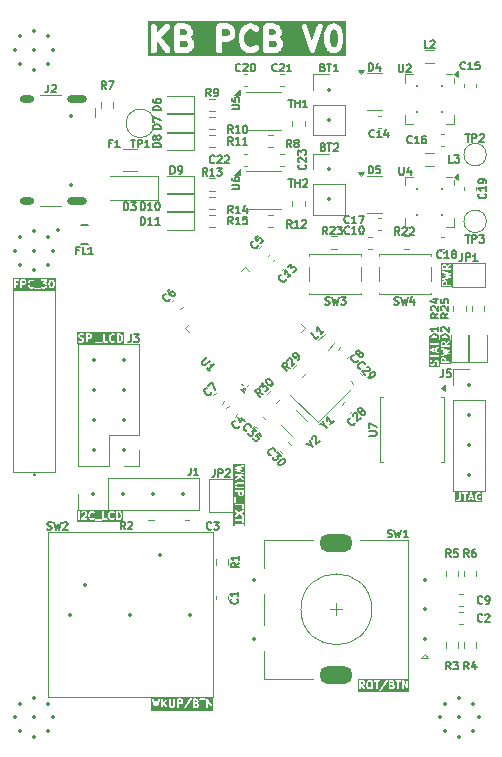
<source format=gto>
%TF.GenerationSoftware,KiCad,Pcbnew,8.0.5*%
%TF.CreationDate,2024-10-25T16:55:05+02:00*%
%TF.ProjectId,Keyboard_PCB,4b657962-6f61-4726-945f-5043422e6b69,rev?*%
%TF.SameCoordinates,Original*%
%TF.FileFunction,Legend,Top*%
%TF.FilePolarity,Positive*%
%FSLAX46Y46*%
G04 Gerber Fmt 4.6, Leading zero omitted, Abs format (unit mm)*
G04 Created by KiCad (PCBNEW 8.0.5) date 2024-10-25 16:55:05*
%MOMM*%
%LPD*%
G01*
G04 APERTURE LIST*
%ADD10C,0.150000*%
%ADD11C,0.500000*%
%ADD12C,0.120000*%
%ADD13C,0.152400*%
%ADD14C,0.100000*%
%ADD15C,0.350000*%
%ADD16O,1.700000X0.600000*%
%ADD17O,1.200000X0.600000*%
%ADD18C,0.200000*%
%ADD19O,2.800000X1.500000*%
G04 APERTURE END LIST*
D10*
G36*
X122795796Y-211790328D02*
G01*
X122809536Y-211804068D01*
X122827128Y-211839251D01*
X122827128Y-211994166D01*
X122636652Y-211994166D01*
X122636652Y-211839251D01*
X122654242Y-211804069D01*
X122667984Y-211790328D01*
X122703166Y-211772737D01*
X122760614Y-211772737D01*
X122795796Y-211790328D01*
G37*
G36*
X122795796Y-210397471D02*
G01*
X122809536Y-210411211D01*
X122827128Y-210446394D01*
X122827128Y-210601309D01*
X122636652Y-210601309D01*
X122636652Y-210446394D01*
X122654242Y-210411212D01*
X122667984Y-210397471D01*
X122703166Y-210379880D01*
X122760614Y-210379880D01*
X122795796Y-210397471D01*
G37*
G36*
X123361634Y-212219166D02*
G01*
X122411652Y-212219166D01*
X122411652Y-211821547D01*
X122486652Y-211821547D01*
X122486652Y-212069166D01*
X122488093Y-212083798D01*
X122499292Y-212110834D01*
X122519984Y-212131526D01*
X122547020Y-212142725D01*
X122561652Y-212144166D01*
X123211652Y-212144166D01*
X123226284Y-212142725D01*
X123253320Y-212131526D01*
X123274012Y-212110834D01*
X123285211Y-212083798D01*
X123285211Y-212054534D01*
X123274012Y-212027498D01*
X123253320Y-212006806D01*
X123226284Y-211995607D01*
X123211652Y-211994166D01*
X122977128Y-211994166D01*
X122977128Y-211821547D01*
X122975687Y-211806915D01*
X122974655Y-211804425D01*
X122974465Y-211801738D01*
X122969210Y-211788007D01*
X122938258Y-211726101D01*
X122934293Y-211719803D01*
X122933536Y-211717974D01*
X122931845Y-211715914D01*
X122930426Y-211713659D01*
X122928929Y-211712361D01*
X122924209Y-211706609D01*
X122893256Y-211675656D01*
X122887503Y-211670935D01*
X122886207Y-211669440D01*
X122883952Y-211668020D01*
X122881891Y-211666329D01*
X122880060Y-211665570D01*
X122873764Y-211661607D01*
X122811860Y-211630655D01*
X122798128Y-211625400D01*
X122795440Y-211625209D01*
X122792951Y-211624178D01*
X122778319Y-211622737D01*
X122685461Y-211622737D01*
X122670829Y-211624178D01*
X122668339Y-211625209D01*
X122665652Y-211625400D01*
X122651920Y-211630655D01*
X122590016Y-211661607D01*
X122583716Y-211665571D01*
X122581889Y-211666329D01*
X122579832Y-211668017D01*
X122577573Y-211669439D01*
X122576273Y-211670937D01*
X122570524Y-211675656D01*
X122539571Y-211706609D01*
X122534852Y-211712358D01*
X122533354Y-211713658D01*
X122531932Y-211715917D01*
X122530244Y-211717974D01*
X122529486Y-211719801D01*
X122525522Y-211726101D01*
X122494570Y-211788006D01*
X122489315Y-211801738D01*
X122489124Y-211804425D01*
X122488093Y-211806915D01*
X122486652Y-211821547D01*
X122411652Y-211821547D01*
X122411652Y-210921124D01*
X122486704Y-210921124D01*
X122491337Y-210950019D01*
X122506673Y-210974941D01*
X122530380Y-210992098D01*
X122544281Y-210996888D01*
X122905135Y-211082805D01*
X122728041Y-211130031D01*
X122724613Y-211131316D01*
X122723173Y-211131508D01*
X122721462Y-211132498D01*
X122714275Y-211135194D01*
X122706415Y-211141209D01*
X122697848Y-211146170D01*
X122694894Y-211150027D01*
X122691037Y-211152981D01*
X122686076Y-211161548D01*
X122680061Y-211169408D01*
X122678809Y-211174100D01*
X122676375Y-211178306D01*
X122675071Y-211188121D01*
X122672521Y-211197684D01*
X122673160Y-211202499D01*
X122672521Y-211207315D01*
X122675071Y-211216877D01*
X122676375Y-211226692D01*
X122678809Y-211230897D01*
X122680061Y-211235590D01*
X122686076Y-211243449D01*
X122691037Y-211252017D01*
X122694894Y-211254970D01*
X122697848Y-211258828D01*
X122706415Y-211263788D01*
X122714275Y-211269804D01*
X122721462Y-211272499D01*
X122723173Y-211273490D01*
X122724612Y-211273681D01*
X122728041Y-211274967D01*
X122905135Y-211322191D01*
X122544280Y-211408110D01*
X122530380Y-211412900D01*
X122506673Y-211430057D01*
X122491337Y-211454979D01*
X122486704Y-211483874D01*
X122493482Y-211512342D01*
X122510639Y-211536049D01*
X122535561Y-211551385D01*
X122564456Y-211556018D01*
X122579024Y-211554030D01*
X123229023Y-211399268D01*
X123234042Y-211397538D01*
X123235845Y-211397299D01*
X123237473Y-211396356D01*
X123242924Y-211394478D01*
X123251748Y-211388091D01*
X123261170Y-211382637D01*
X123263510Y-211379579D01*
X123266631Y-211377321D01*
X123272338Y-211368045D01*
X123278957Y-211359399D01*
X123279949Y-211355678D01*
X123281967Y-211352399D01*
X123283691Y-211341644D01*
X123286497Y-211331123D01*
X123285990Y-211327308D01*
X123286600Y-211323504D01*
X123284075Y-211312903D01*
X123282642Y-211302115D01*
X123280713Y-211298783D01*
X123279821Y-211295036D01*
X123273436Y-211286213D01*
X123267981Y-211276790D01*
X123264923Y-211274449D01*
X123262665Y-211271329D01*
X123253389Y-211265621D01*
X123244743Y-211259003D01*
X123239344Y-211256978D01*
X123237743Y-211255993D01*
X123235950Y-211255705D01*
X123230976Y-211253840D01*
X123038444Y-211202498D01*
X123230977Y-211151156D01*
X123235949Y-211149291D01*
X123237743Y-211149004D01*
X123239344Y-211148018D01*
X123244744Y-211145994D01*
X123253392Y-211139373D01*
X123262665Y-211133668D01*
X123264923Y-211130547D01*
X123267981Y-211128207D01*
X123273435Y-211118785D01*
X123279822Y-211109961D01*
X123280714Y-211106213D01*
X123282643Y-211102882D01*
X123284077Y-211092088D01*
X123286600Y-211081493D01*
X123285990Y-211077691D01*
X123286498Y-211073873D01*
X123283689Y-211063340D01*
X123281967Y-211052598D01*
X123279951Y-211049322D01*
X123278958Y-211045597D01*
X123272334Y-211036944D01*
X123266631Y-211027676D01*
X123263510Y-211025417D01*
X123261170Y-211022360D01*
X123251747Y-211016904D01*
X123242924Y-211010519D01*
X123237475Y-211008641D01*
X123235846Y-211007698D01*
X123234042Y-211007458D01*
X123229024Y-211005729D01*
X122579023Y-210850968D01*
X122564456Y-210848980D01*
X122535561Y-210853613D01*
X122510639Y-210868949D01*
X122493482Y-210892656D01*
X122486704Y-210921124D01*
X122411652Y-210921124D01*
X122411652Y-210428690D01*
X122486652Y-210428690D01*
X122486652Y-210676309D01*
X122488093Y-210690941D01*
X122499292Y-210717977D01*
X122519984Y-210738669D01*
X122547020Y-210749868D01*
X122561652Y-210751309D01*
X123211652Y-210751309D01*
X123226284Y-210749868D01*
X123253320Y-210738669D01*
X123274012Y-210717977D01*
X123285211Y-210690941D01*
X123285211Y-210661677D01*
X123274012Y-210634641D01*
X123253320Y-210613949D01*
X123226284Y-210602750D01*
X123211652Y-210601309D01*
X122977128Y-210601309D01*
X122977128Y-210560596D01*
X123254661Y-210366323D01*
X123265822Y-210356751D01*
X123281549Y-210332072D01*
X123286634Y-210303255D01*
X123280305Y-210274684D01*
X123263523Y-210250710D01*
X123238844Y-210234983D01*
X123210026Y-210229898D01*
X123181455Y-210236227D01*
X123168642Y-210243438D01*
X122964725Y-210386179D01*
X122938258Y-210333244D01*
X122934293Y-210326946D01*
X122933536Y-210325117D01*
X122931845Y-210323057D01*
X122930426Y-210320802D01*
X122928929Y-210319504D01*
X122924209Y-210313752D01*
X122893256Y-210282799D01*
X122887503Y-210278078D01*
X122886207Y-210276583D01*
X122883952Y-210275163D01*
X122881891Y-210273472D01*
X122880060Y-210272713D01*
X122873764Y-210268750D01*
X122811860Y-210237798D01*
X122798128Y-210232543D01*
X122795440Y-210232352D01*
X122792951Y-210231321D01*
X122778319Y-210229880D01*
X122685461Y-210229880D01*
X122670829Y-210231321D01*
X122668339Y-210232352D01*
X122665652Y-210232543D01*
X122651920Y-210237798D01*
X122590016Y-210268750D01*
X122583716Y-210272714D01*
X122581889Y-210273472D01*
X122579832Y-210275160D01*
X122577573Y-210276582D01*
X122576273Y-210278080D01*
X122570524Y-210282799D01*
X122539571Y-210313752D01*
X122534852Y-210319501D01*
X122533354Y-210320801D01*
X122531932Y-210323060D01*
X122530244Y-210325117D01*
X122529486Y-210326944D01*
X122525522Y-210333244D01*
X122494570Y-210395149D01*
X122489315Y-210408881D01*
X122489124Y-210411568D01*
X122488093Y-210414058D01*
X122486652Y-210428690D01*
X122411652Y-210428690D01*
X122411652Y-210154880D01*
X123361634Y-210154880D01*
X123361634Y-212219166D01*
G37*
G36*
X105600847Y-229695508D02*
G01*
X105583255Y-229730691D01*
X105569515Y-229744432D01*
X105534333Y-229762023D01*
X105476885Y-229762023D01*
X105441703Y-229744432D01*
X105427961Y-229730690D01*
X105410371Y-229695508D01*
X105410371Y-229540594D01*
X105600847Y-229540594D01*
X105600847Y-229695508D01*
G37*
G36*
X105825847Y-232463213D02*
G01*
X104813942Y-232463213D01*
X104813942Y-232298581D01*
X104952288Y-232298581D01*
X104952288Y-232327845D01*
X104963487Y-232354881D01*
X104984179Y-232375573D01*
X105011215Y-232386772D01*
X105025847Y-232388213D01*
X105675847Y-232388213D01*
X105690479Y-232386772D01*
X105717515Y-232375573D01*
X105738207Y-232354881D01*
X105749406Y-232327845D01*
X105749406Y-232298581D01*
X105738207Y-232271545D01*
X105717515Y-232250853D01*
X105690479Y-232239654D01*
X105675847Y-232238213D01*
X105025847Y-232238213D01*
X105011215Y-232239654D01*
X104984179Y-232250853D01*
X104963487Y-232271545D01*
X104952288Y-232298581D01*
X104813942Y-232298581D01*
X104813942Y-231896201D01*
X104952288Y-231896201D01*
X104952288Y-231925465D01*
X104963487Y-231952501D01*
X104984179Y-231973193D01*
X105011215Y-231984392D01*
X105025847Y-231985833D01*
X105600847Y-231985833D01*
X105600847Y-232096547D01*
X105602288Y-232111179D01*
X105613487Y-232138215D01*
X105634179Y-232158907D01*
X105661215Y-232170106D01*
X105690479Y-232170106D01*
X105717515Y-232158907D01*
X105738207Y-232138215D01*
X105749406Y-232111179D01*
X105750847Y-232096547D01*
X105750847Y-231725118D01*
X105749406Y-231710486D01*
X105738207Y-231683450D01*
X105717515Y-231662758D01*
X105690479Y-231651559D01*
X105661215Y-231651559D01*
X105634179Y-231662758D01*
X105613487Y-231683450D01*
X105602288Y-231710486D01*
X105600847Y-231725118D01*
X105600847Y-231835833D01*
X105025847Y-231835833D01*
X105011215Y-231837274D01*
X104984179Y-231848473D01*
X104963487Y-231869165D01*
X104952288Y-231896201D01*
X104813942Y-231896201D01*
X104813942Y-231137102D01*
X104950847Y-231137102D01*
X104956586Y-231165796D01*
X104972869Y-231190111D01*
X104984245Y-231199427D01*
X105215638Y-231353689D01*
X104984245Y-231507952D01*
X104972869Y-231517268D01*
X104956586Y-231541583D01*
X104950847Y-231570277D01*
X104956526Y-231598985D01*
X104972759Y-231623334D01*
X104997074Y-231639617D01*
X105025768Y-231645356D01*
X105054476Y-231639677D01*
X105067449Y-231632760D01*
X105350847Y-231443828D01*
X105634245Y-231632760D01*
X105647219Y-231639677D01*
X105675926Y-231645356D01*
X105704621Y-231639617D01*
X105728936Y-231623334D01*
X105745169Y-231598985D01*
X105750847Y-231570277D01*
X105745108Y-231541583D01*
X105728825Y-231517268D01*
X105717450Y-231507952D01*
X105486055Y-231353689D01*
X105717450Y-231199427D01*
X105728825Y-231190111D01*
X105745108Y-231165796D01*
X105750847Y-231137102D01*
X105745169Y-231108394D01*
X105728936Y-231084045D01*
X105704621Y-231067762D01*
X105675926Y-231062023D01*
X105647219Y-231067702D01*
X105634245Y-231074619D01*
X105350847Y-231263550D01*
X105067449Y-231074619D01*
X105054476Y-231067702D01*
X105025768Y-231062023D01*
X104997074Y-231067762D01*
X104972759Y-231084045D01*
X104956526Y-231108394D01*
X104950847Y-231137102D01*
X104813942Y-231137102D01*
X104813942Y-230610832D01*
X104950847Y-230610832D01*
X104950847Y-230920356D01*
X104952288Y-230934988D01*
X104963487Y-230962024D01*
X104984179Y-230982716D01*
X105011215Y-230993915D01*
X105040479Y-230993915D01*
X105067515Y-230982716D01*
X105088207Y-230962024D01*
X105099406Y-230934988D01*
X105100847Y-230920356D01*
X105100847Y-230685832D01*
X105291323Y-230685832D01*
X105291323Y-230827499D01*
X105292764Y-230842131D01*
X105303963Y-230869167D01*
X105324655Y-230889859D01*
X105351691Y-230901058D01*
X105380955Y-230901058D01*
X105407991Y-230889859D01*
X105428683Y-230869167D01*
X105439882Y-230842131D01*
X105441323Y-230827499D01*
X105441323Y-230685832D01*
X105600847Y-230685832D01*
X105600847Y-230920356D01*
X105602288Y-230934988D01*
X105613487Y-230962024D01*
X105634179Y-230982716D01*
X105661215Y-230993915D01*
X105690479Y-230993915D01*
X105717515Y-230982716D01*
X105738207Y-230962024D01*
X105749406Y-230934988D01*
X105750847Y-230920356D01*
X105750847Y-230610832D01*
X105749406Y-230596200D01*
X105738207Y-230569164D01*
X105717515Y-230548472D01*
X105690479Y-230537273D01*
X105675847Y-230535832D01*
X105025847Y-230535832D01*
X105011215Y-230537273D01*
X104984179Y-230548472D01*
X104963487Y-230569164D01*
X104952288Y-230596200D01*
X104950847Y-230610832D01*
X104813942Y-230610832D01*
X104813942Y-229960833D01*
X104888942Y-229960833D01*
X104888942Y-230456071D01*
X104890383Y-230470703D01*
X104901582Y-230497739D01*
X104922274Y-230518431D01*
X104949310Y-230529630D01*
X104978574Y-230529630D01*
X105005610Y-230518431D01*
X105026302Y-230497739D01*
X105037501Y-230470703D01*
X105038942Y-230456071D01*
X105038942Y-229960833D01*
X105037501Y-229946201D01*
X105026302Y-229919165D01*
X105005610Y-229898473D01*
X104978574Y-229887274D01*
X104949310Y-229887274D01*
X104922274Y-229898473D01*
X104901582Y-229919165D01*
X104890383Y-229946201D01*
X104888942Y-229960833D01*
X104813942Y-229960833D01*
X104813942Y-229450962D01*
X104952288Y-229450962D01*
X104952288Y-229480226D01*
X104963487Y-229507262D01*
X104984179Y-229527954D01*
X105011215Y-229539153D01*
X105025847Y-229540594D01*
X105260371Y-229540594D01*
X105260371Y-229713213D01*
X105261812Y-229727845D01*
X105262843Y-229730334D01*
X105263034Y-229733022D01*
X105268289Y-229746754D01*
X105299241Y-229808659D01*
X105303205Y-229814958D01*
X105303963Y-229816786D01*
X105305651Y-229818842D01*
X105307073Y-229821102D01*
X105308571Y-229822401D01*
X105313290Y-229828151D01*
X105344243Y-229859104D01*
X105349992Y-229863822D01*
X105351292Y-229865321D01*
X105353551Y-229866742D01*
X105355608Y-229868431D01*
X105357435Y-229869188D01*
X105363735Y-229873153D01*
X105425639Y-229904105D01*
X105439371Y-229909360D01*
X105442058Y-229909550D01*
X105444548Y-229910582D01*
X105459180Y-229912023D01*
X105552038Y-229912023D01*
X105566670Y-229910582D01*
X105569159Y-229909550D01*
X105571847Y-229909360D01*
X105585579Y-229904105D01*
X105647483Y-229873153D01*
X105653779Y-229869189D01*
X105655610Y-229868431D01*
X105657671Y-229866739D01*
X105659926Y-229865320D01*
X105661222Y-229863824D01*
X105666975Y-229859104D01*
X105697928Y-229828151D01*
X105702648Y-229822398D01*
X105704145Y-229821101D01*
X105705564Y-229818845D01*
X105707255Y-229816786D01*
X105708012Y-229814956D01*
X105711977Y-229808659D01*
X105742929Y-229746753D01*
X105748184Y-229733022D01*
X105748374Y-229730334D01*
X105749406Y-229727845D01*
X105750847Y-229713213D01*
X105750847Y-229465594D01*
X105749406Y-229450962D01*
X105738207Y-229423926D01*
X105717515Y-229403234D01*
X105690479Y-229392035D01*
X105675847Y-229390594D01*
X105025847Y-229390594D01*
X105011215Y-229392035D01*
X104984179Y-229403234D01*
X104963487Y-229423926D01*
X104952288Y-229450962D01*
X104813942Y-229450962D01*
X104813942Y-228908452D01*
X104950847Y-228908452D01*
X104950847Y-229032261D01*
X104952288Y-229046893D01*
X104953318Y-229049381D01*
X104953510Y-229052071D01*
X104958765Y-229065802D01*
X104989718Y-229127707D01*
X104993680Y-229134001D01*
X104994439Y-229135833D01*
X104996132Y-229137896D01*
X104997551Y-229140150D01*
X104999045Y-229141446D01*
X105003766Y-229147198D01*
X105034718Y-229178151D01*
X105040470Y-229182872D01*
X105041769Y-229184369D01*
X105044025Y-229185789D01*
X105046083Y-229187478D01*
X105047910Y-229188235D01*
X105054211Y-229192201D01*
X105116117Y-229223153D01*
X105129848Y-229228408D01*
X105132535Y-229228598D01*
X105135025Y-229229630D01*
X105149657Y-229231071D01*
X105675847Y-229231071D01*
X105690479Y-229229630D01*
X105717515Y-229218431D01*
X105738207Y-229197739D01*
X105749406Y-229170703D01*
X105749406Y-229141439D01*
X105738207Y-229114403D01*
X105717515Y-229093711D01*
X105690479Y-229082512D01*
X105675847Y-229081071D01*
X105167362Y-229081071D01*
X105132179Y-229063480D01*
X105118439Y-229049740D01*
X105100847Y-229014555D01*
X105100847Y-228926157D01*
X105118439Y-228890973D01*
X105132179Y-228877233D01*
X105167362Y-228859642D01*
X105675847Y-228859642D01*
X105690479Y-228858201D01*
X105717515Y-228847002D01*
X105738207Y-228826310D01*
X105749406Y-228799274D01*
X105749406Y-228770010D01*
X105738207Y-228742974D01*
X105717515Y-228722282D01*
X105690479Y-228711083D01*
X105675847Y-228709642D01*
X105149657Y-228709642D01*
X105135025Y-228711083D01*
X105132536Y-228712113D01*
X105129847Y-228712305D01*
X105116115Y-228717560D01*
X105054211Y-228748513D01*
X105047916Y-228752475D01*
X105046085Y-228753234D01*
X105044022Y-228754927D01*
X105041768Y-228756346D01*
X105040471Y-228757841D01*
X105034719Y-228762562D01*
X105003767Y-228793514D01*
X104999046Y-228799266D01*
X104997551Y-228800563D01*
X104996131Y-228802817D01*
X104994440Y-228804879D01*
X104993681Y-228806709D01*
X104989718Y-228813006D01*
X104958765Y-228874911D01*
X104953510Y-228888642D01*
X104953318Y-228891331D01*
X104952288Y-228893820D01*
X104950847Y-228908452D01*
X104813942Y-228908452D01*
X104813942Y-228510153D01*
X104950958Y-228510153D01*
X104958221Y-228538501D01*
X104975779Y-228561912D01*
X105000960Y-228576821D01*
X105029929Y-228580960D01*
X105058277Y-228573697D01*
X105070847Y-228566071D01*
X105390238Y-228326527D01*
X105622814Y-228559104D01*
X105634179Y-228568431D01*
X105661215Y-228579630D01*
X105690478Y-228579630D01*
X105717514Y-228568431D01*
X105738207Y-228547739D01*
X105749406Y-228520702D01*
X105749406Y-228491439D01*
X105738207Y-228464403D01*
X105728880Y-228453038D01*
X105485485Y-228209642D01*
X105675847Y-228209642D01*
X105690479Y-228208201D01*
X105717515Y-228197002D01*
X105738207Y-228176310D01*
X105749406Y-228149274D01*
X105749406Y-228120010D01*
X105738207Y-228092974D01*
X105717515Y-228072282D01*
X105690479Y-228061083D01*
X105675847Y-228059642D01*
X105025847Y-228059642D01*
X105011215Y-228061083D01*
X104984179Y-228072282D01*
X104963487Y-228092974D01*
X104952288Y-228120010D01*
X104952288Y-228149274D01*
X104963487Y-228176310D01*
X104984179Y-228197002D01*
X105011215Y-228208201D01*
X105025847Y-228209642D01*
X105273353Y-228209642D01*
X105283095Y-228219384D01*
X104980847Y-228446071D01*
X104970006Y-228456003D01*
X104955097Y-228481184D01*
X104950958Y-228510153D01*
X104813942Y-228510153D01*
X104813942Y-227487447D01*
X104950899Y-227487447D01*
X104953422Y-227498045D01*
X104954856Y-227508836D01*
X104956784Y-227512167D01*
X104957677Y-227515915D01*
X104964063Y-227524739D01*
X104969518Y-227534161D01*
X104972575Y-227536501D01*
X104974834Y-227539622D01*
X104984109Y-227545329D01*
X104992756Y-227551948D01*
X104998155Y-227553973D01*
X104999756Y-227554958D01*
X105001547Y-227555245D01*
X105006522Y-227557111D01*
X105199052Y-227608452D01*
X105006522Y-227659794D01*
X105001547Y-227661659D01*
X104999756Y-227661947D01*
X104998155Y-227662931D01*
X104992756Y-227664957D01*
X104984109Y-227671575D01*
X104974834Y-227677283D01*
X104972575Y-227680403D01*
X104969518Y-227682744D01*
X104964063Y-227692165D01*
X104957677Y-227700990D01*
X104956784Y-227704737D01*
X104954856Y-227708069D01*
X104953422Y-227718859D01*
X104950899Y-227729458D01*
X104951508Y-227733262D01*
X104951002Y-227737078D01*
X104953807Y-227747600D01*
X104955532Y-227758353D01*
X104957549Y-227761631D01*
X104958542Y-227765353D01*
X104965160Y-227773999D01*
X104970868Y-227783275D01*
X104973988Y-227785533D01*
X104976329Y-227788591D01*
X104985750Y-227794045D01*
X104994575Y-227800432D01*
X105000025Y-227802310D01*
X105001654Y-227803253D01*
X105003455Y-227803492D01*
X105008475Y-227805222D01*
X105658475Y-227959984D01*
X105673043Y-227961972D01*
X105701938Y-227957339D01*
X105726860Y-227942003D01*
X105744016Y-227918296D01*
X105750795Y-227889828D01*
X105746162Y-227860933D01*
X105730826Y-227836011D01*
X105707119Y-227818854D01*
X105693218Y-227814064D01*
X105332360Y-227728145D01*
X105509458Y-227680919D01*
X105512883Y-227679634D01*
X105514326Y-227679443D01*
X105516038Y-227678451D01*
X105523225Y-227675757D01*
X105531085Y-227669739D01*
X105539651Y-227664781D01*
X105542603Y-227660923D01*
X105546462Y-227657970D01*
X105551422Y-227649402D01*
X105557438Y-227641543D01*
X105558689Y-227636850D01*
X105561124Y-227632645D01*
X105562428Y-227622827D01*
X105564978Y-227613267D01*
X105564338Y-227608455D01*
X105564979Y-227603636D01*
X105562425Y-227594060D01*
X105561123Y-227584259D01*
X105558692Y-227580060D01*
X105557439Y-227575360D01*
X105551417Y-227567493D01*
X105546462Y-227558934D01*
X105542604Y-227555981D01*
X105539651Y-227552123D01*
X105531082Y-227547161D01*
X105523224Y-227541147D01*
X105516040Y-227538452D01*
X105514327Y-227537461D01*
X105512884Y-227537269D01*
X105509457Y-227535984D01*
X105332362Y-227488759D01*
X105693218Y-227402841D01*
X105707119Y-227398051D01*
X105730826Y-227380894D01*
X105746162Y-227355972D01*
X105750795Y-227327077D01*
X105744016Y-227298609D01*
X105726860Y-227274902D01*
X105701938Y-227259566D01*
X105673043Y-227254933D01*
X105658475Y-227256921D01*
X105008475Y-227411683D01*
X105003455Y-227413412D01*
X105001654Y-227413652D01*
X105000025Y-227414594D01*
X104994575Y-227416473D01*
X104985750Y-227422859D01*
X104976329Y-227428314D01*
X104973988Y-227431371D01*
X104970868Y-227433630D01*
X104965160Y-227442905D01*
X104958542Y-227451552D01*
X104957549Y-227455272D01*
X104955532Y-227458552D01*
X104953807Y-227469306D01*
X104951002Y-227479828D01*
X104951508Y-227483643D01*
X104950899Y-227487447D01*
X104813942Y-227487447D01*
X104813942Y-227179933D01*
X105825847Y-227179933D01*
X105825847Y-232463213D01*
G37*
G36*
X101756807Y-247501430D02*
G01*
X101766635Y-247511257D01*
X101784226Y-247546439D01*
X101784226Y-247603887D01*
X101766634Y-247639070D01*
X101752893Y-247652811D01*
X101717712Y-247670402D01*
X101562797Y-247670402D01*
X101562797Y-247479926D01*
X101692294Y-247479926D01*
X101756807Y-247501430D01*
G37*
G36*
X101721940Y-247187992D02*
G01*
X101735681Y-247201732D01*
X101753274Y-247236917D01*
X101753274Y-247263410D01*
X101735682Y-247298593D01*
X101721942Y-247312333D01*
X101686758Y-247329926D01*
X101562797Y-247329926D01*
X101562797Y-247170402D01*
X101686760Y-247170402D01*
X101721940Y-247187992D01*
G37*
G36*
X100421941Y-247187992D02*
G01*
X100435683Y-247201734D01*
X100453274Y-247236916D01*
X100453274Y-247294364D01*
X100435683Y-247329546D01*
X100421941Y-247343287D01*
X100386760Y-247360878D01*
X100231845Y-247360878D01*
X100231845Y-247170402D01*
X100386760Y-247170402D01*
X100421941Y-247187992D01*
G37*
G36*
X103154464Y-248050164D02*
G01*
X97871184Y-248050164D01*
X97871184Y-247900243D01*
X100638988Y-247900243D01*
X100644727Y-247928937D01*
X100661010Y-247953252D01*
X100685359Y-247969485D01*
X100714067Y-247975164D01*
X100742761Y-247969425D01*
X100767076Y-247953142D01*
X100776392Y-247941767D01*
X101333535Y-247106053D01*
X101339214Y-247095402D01*
X101412797Y-247095402D01*
X101412797Y-247745402D01*
X101414238Y-247760034D01*
X101425437Y-247787070D01*
X101446129Y-247807762D01*
X101473165Y-247818961D01*
X101487797Y-247820402D01*
X101735416Y-247820402D01*
X101750048Y-247818961D01*
X101752537Y-247817929D01*
X101755225Y-247817739D01*
X101768957Y-247812484D01*
X101830862Y-247781532D01*
X101837161Y-247777567D01*
X101838989Y-247776810D01*
X101841045Y-247775121D01*
X101843305Y-247773700D01*
X101844604Y-247772201D01*
X101850354Y-247767483D01*
X101881307Y-247736530D01*
X101886027Y-247730777D01*
X101887524Y-247729480D01*
X101888943Y-247727224D01*
X101890634Y-247725165D01*
X101891391Y-247723335D01*
X101895356Y-247717038D01*
X101926308Y-247655132D01*
X101931563Y-247641401D01*
X101931753Y-247638713D01*
X101932785Y-247636224D01*
X101934226Y-247621592D01*
X101934226Y-247528735D01*
X101932785Y-247514103D01*
X101931753Y-247511613D01*
X101931563Y-247508926D01*
X101926308Y-247495195D01*
X101895356Y-247433289D01*
X101891390Y-247426988D01*
X101890633Y-247425161D01*
X101888944Y-247423103D01*
X101887524Y-247420847D01*
X101886027Y-247419548D01*
X101881306Y-247413796D01*
X101856540Y-247389030D01*
X101856570Y-247389005D01*
X101857988Y-247386750D01*
X101859682Y-247384688D01*
X101860440Y-247382856D01*
X101864403Y-247376562D01*
X101895356Y-247314658D01*
X101900611Y-247300926D01*
X101900802Y-247298236D01*
X101901833Y-247295748D01*
X101903274Y-247281116D01*
X101903274Y-247219211D01*
X101901833Y-247204579D01*
X101900800Y-247202087D01*
X101900610Y-247199401D01*
X101895356Y-247185669D01*
X101864403Y-247123765D01*
X101860439Y-247117468D01*
X101859682Y-247115640D01*
X101857991Y-247113580D01*
X101856570Y-247111322D01*
X101855072Y-247110023D01*
X101850355Y-247104275D01*
X101826851Y-247080770D01*
X101971381Y-247080770D01*
X101971381Y-247110034D01*
X101982580Y-247137070D01*
X102003272Y-247157762D01*
X102030308Y-247168961D01*
X102044940Y-247170402D01*
X102155655Y-247170402D01*
X102155655Y-247745402D01*
X102157096Y-247760034D01*
X102168295Y-247787070D01*
X102188987Y-247807762D01*
X102216023Y-247818961D01*
X102245287Y-247818961D01*
X102272323Y-247807762D01*
X102293015Y-247787070D01*
X102304214Y-247760034D01*
X102305655Y-247745402D01*
X102305655Y-247170402D01*
X102416369Y-247170402D01*
X102431001Y-247168961D01*
X102458037Y-247157762D01*
X102478729Y-247137070D01*
X102489928Y-247110034D01*
X102489928Y-247095402D01*
X102558035Y-247095402D01*
X102558035Y-247745402D01*
X102559476Y-247760034D01*
X102570675Y-247787070D01*
X102591367Y-247807762D01*
X102618403Y-247818961D01*
X102647667Y-247818961D01*
X102674703Y-247807762D01*
X102695395Y-247787070D01*
X102706594Y-247760034D01*
X102708035Y-247745402D01*
X102708035Y-247377818D01*
X102939346Y-247782612D01*
X102941534Y-247785695D01*
X102942104Y-247787070D01*
X102943504Y-247788470D01*
X102947856Y-247794601D01*
X102955742Y-247800708D01*
X102962796Y-247807762D01*
X102967212Y-247809591D01*
X102970993Y-247812519D01*
X102980614Y-247815142D01*
X102989832Y-247818961D01*
X102994616Y-247818961D01*
X102999225Y-247820218D01*
X103009114Y-247818961D01*
X103019096Y-247818961D01*
X103023515Y-247817130D01*
X103028255Y-247816528D01*
X103036911Y-247811581D01*
X103046132Y-247807762D01*
X103049514Y-247804379D01*
X103053663Y-247802009D01*
X103059767Y-247794126D01*
X103066824Y-247787070D01*
X103068654Y-247782650D01*
X103071581Y-247778872D01*
X103074204Y-247769251D01*
X103078023Y-247760034D01*
X103078760Y-247752550D01*
X103079281Y-247750640D01*
X103079093Y-247749164D01*
X103079464Y-247745402D01*
X103079464Y-247095402D01*
X103078023Y-247080770D01*
X103066824Y-247053734D01*
X103046132Y-247033042D01*
X103019096Y-247021843D01*
X102989832Y-247021843D01*
X102962796Y-247033042D01*
X102942104Y-247053734D01*
X102930905Y-247080770D01*
X102929464Y-247095402D01*
X102929464Y-247462985D01*
X102698153Y-247058192D01*
X102695964Y-247055108D01*
X102695395Y-247053734D01*
X102693995Y-247052334D01*
X102689643Y-247046202D01*
X102681754Y-247040093D01*
X102674703Y-247033042D01*
X102670284Y-247031211D01*
X102666505Y-247028285D01*
X102656883Y-247025660D01*
X102647667Y-247021843D01*
X102642886Y-247021843D01*
X102638274Y-247020585D01*
X102628377Y-247021843D01*
X102618403Y-247021843D01*
X102613987Y-247023672D01*
X102609244Y-247024275D01*
X102600579Y-247029225D01*
X102591367Y-247033042D01*
X102587988Y-247036420D01*
X102583835Y-247038794D01*
X102577726Y-247046682D01*
X102570675Y-247053734D01*
X102568844Y-247058152D01*
X102565918Y-247061932D01*
X102563293Y-247071553D01*
X102559476Y-247080770D01*
X102558739Y-247088252D01*
X102558218Y-247090163D01*
X102558405Y-247091638D01*
X102558035Y-247095402D01*
X102489928Y-247095402D01*
X102489928Y-247080770D01*
X102478729Y-247053734D01*
X102458037Y-247033042D01*
X102431001Y-247021843D01*
X102416369Y-247020402D01*
X102044940Y-247020402D01*
X102030308Y-247021843D01*
X102003272Y-247033042D01*
X101982580Y-247053734D01*
X101971381Y-247080770D01*
X101826851Y-247080770D01*
X101819403Y-247073322D01*
X101813651Y-247068601D01*
X101812353Y-247067104D01*
X101810097Y-247065684D01*
X101808038Y-247063994D01*
X101806207Y-247063235D01*
X101799910Y-247059272D01*
X101738005Y-247028320D01*
X101724273Y-247023065D01*
X101721585Y-247022874D01*
X101719096Y-247021843D01*
X101704464Y-247020402D01*
X101487797Y-247020402D01*
X101473165Y-247021843D01*
X101446129Y-247033042D01*
X101425437Y-247053734D01*
X101414238Y-247080770D01*
X101412797Y-247095402D01*
X101339214Y-247095402D01*
X101340452Y-247093079D01*
X101346131Y-247064372D01*
X101340392Y-247035677D01*
X101324109Y-247011362D01*
X101299759Y-246995129D01*
X101271052Y-246989450D01*
X101242357Y-246995189D01*
X101218042Y-247011473D01*
X101208727Y-247022848D01*
X100651584Y-247858561D01*
X100644667Y-247871535D01*
X100638988Y-247900243D01*
X97871184Y-247900243D01*
X97871184Y-247098206D01*
X97946184Y-247098206D01*
X97948172Y-247112774D01*
X98102934Y-247762773D01*
X98104663Y-247767792D01*
X98104903Y-247769595D01*
X98105845Y-247771223D01*
X98107724Y-247776674D01*
X98114110Y-247785498D01*
X98119565Y-247794920D01*
X98122622Y-247797260D01*
X98124881Y-247800381D01*
X98134156Y-247806088D01*
X98142803Y-247812707D01*
X98146523Y-247813699D01*
X98149803Y-247815717D01*
X98160557Y-247817441D01*
X98171079Y-247820247D01*
X98174894Y-247819740D01*
X98178698Y-247820350D01*
X98189292Y-247817827D01*
X98200087Y-247816393D01*
X98203420Y-247814462D01*
X98207166Y-247813571D01*
X98215986Y-247807188D01*
X98225412Y-247801731D01*
X98227752Y-247798673D01*
X98230873Y-247796415D01*
X98236580Y-247787139D01*
X98243199Y-247778493D01*
X98245224Y-247773093D01*
X98246209Y-247771493D01*
X98246496Y-247769701D01*
X98248362Y-247764727D01*
X98299703Y-247572195D01*
X98351046Y-247764727D01*
X98352910Y-247769699D01*
X98353198Y-247771493D01*
X98354183Y-247773094D01*
X98356208Y-247778494D01*
X98362828Y-247787142D01*
X98368534Y-247796415D01*
X98371654Y-247798673D01*
X98373995Y-247801731D01*
X98383416Y-247807185D01*
X98392241Y-247813572D01*
X98395988Y-247814464D01*
X98399320Y-247816393D01*
X98410113Y-247817827D01*
X98420709Y-247820350D01*
X98424510Y-247819740D01*
X98428329Y-247820248D01*
X98438861Y-247817439D01*
X98449604Y-247815717D01*
X98452879Y-247813701D01*
X98456605Y-247812708D01*
X98465257Y-247806084D01*
X98474526Y-247800381D01*
X98476784Y-247797260D01*
X98479842Y-247794920D01*
X98485297Y-247785497D01*
X98491683Y-247776674D01*
X98493560Y-247771225D01*
X98494504Y-247769596D01*
X98494743Y-247767792D01*
X98496473Y-247762774D01*
X98651235Y-247112774D01*
X98653223Y-247098206D01*
X98652773Y-247095402D01*
X98750893Y-247095402D01*
X98750893Y-247745402D01*
X98752334Y-247760034D01*
X98763533Y-247787070D01*
X98784225Y-247807762D01*
X98811261Y-247818961D01*
X98840525Y-247818961D01*
X98867561Y-247807762D01*
X98888253Y-247787070D01*
X98899452Y-247760034D01*
X98900893Y-247745402D01*
X98900893Y-247497896D01*
X98910635Y-247488153D01*
X99137322Y-247790402D01*
X99147254Y-247801243D01*
X99172435Y-247816153D01*
X99201404Y-247820291D01*
X99229752Y-247813029D01*
X99253163Y-247795470D01*
X99268072Y-247770289D01*
X99272211Y-247741321D01*
X99264949Y-247712972D01*
X99257322Y-247700402D01*
X99017778Y-247381010D01*
X99250355Y-247148435D01*
X99259682Y-247137070D01*
X99270881Y-247110034D01*
X99270881Y-247095402D01*
X99400893Y-247095402D01*
X99400893Y-247621592D01*
X99402334Y-247636224D01*
X99403364Y-247638712D01*
X99403556Y-247641402D01*
X99408811Y-247655133D01*
X99439764Y-247717038D01*
X99443726Y-247723332D01*
X99444485Y-247725164D01*
X99446178Y-247727227D01*
X99447597Y-247729481D01*
X99449091Y-247730777D01*
X99453812Y-247736529D01*
X99484764Y-247767482D01*
X99490516Y-247772203D01*
X99491815Y-247773700D01*
X99494071Y-247775120D01*
X99496129Y-247776809D01*
X99497956Y-247777566D01*
X99504257Y-247781532D01*
X99566163Y-247812484D01*
X99579894Y-247817739D01*
X99582581Y-247817929D01*
X99585071Y-247818961D01*
X99599703Y-247820402D01*
X99723512Y-247820402D01*
X99738144Y-247818961D01*
X99740633Y-247817929D01*
X99743321Y-247817739D01*
X99757053Y-247812484D01*
X99818958Y-247781532D01*
X99825257Y-247777567D01*
X99827085Y-247776810D01*
X99829141Y-247775121D01*
X99831401Y-247773700D01*
X99832700Y-247772201D01*
X99838450Y-247767483D01*
X99869403Y-247736530D01*
X99874123Y-247730777D01*
X99875620Y-247729480D01*
X99877039Y-247727224D01*
X99878730Y-247725165D01*
X99879487Y-247723335D01*
X99883452Y-247717038D01*
X99914404Y-247655132D01*
X99919659Y-247641401D01*
X99919849Y-247638713D01*
X99920881Y-247636224D01*
X99922322Y-247621592D01*
X99922322Y-247095402D01*
X100081845Y-247095402D01*
X100081845Y-247745402D01*
X100083286Y-247760034D01*
X100094485Y-247787070D01*
X100115177Y-247807762D01*
X100142213Y-247818961D01*
X100171477Y-247818961D01*
X100198513Y-247807762D01*
X100219205Y-247787070D01*
X100230404Y-247760034D01*
X100231845Y-247745402D01*
X100231845Y-247510878D01*
X100404464Y-247510878D01*
X100419096Y-247509437D01*
X100421585Y-247508405D01*
X100424273Y-247508215D01*
X100438005Y-247502960D01*
X100499910Y-247472008D01*
X100506209Y-247468043D01*
X100508037Y-247467286D01*
X100510093Y-247465597D01*
X100512353Y-247464176D01*
X100513652Y-247462677D01*
X100519402Y-247457959D01*
X100550355Y-247427006D01*
X100555073Y-247421256D01*
X100556572Y-247419957D01*
X100557993Y-247417697D01*
X100559682Y-247415641D01*
X100560439Y-247413813D01*
X100564404Y-247407514D01*
X100595356Y-247345610D01*
X100600611Y-247331878D01*
X100600801Y-247329190D01*
X100601833Y-247326701D01*
X100603274Y-247312069D01*
X100603274Y-247219211D01*
X100601833Y-247204579D01*
X100600801Y-247202089D01*
X100600611Y-247199402D01*
X100595356Y-247185670D01*
X100564404Y-247123766D01*
X100560439Y-247117466D01*
X100559682Y-247115639D01*
X100557993Y-247113582D01*
X100556572Y-247111323D01*
X100555073Y-247110023D01*
X100550355Y-247104274D01*
X100519402Y-247073321D01*
X100513652Y-247068602D01*
X100512353Y-247067104D01*
X100510093Y-247065682D01*
X100508037Y-247063994D01*
X100506209Y-247063236D01*
X100499910Y-247059272D01*
X100438005Y-247028320D01*
X100424273Y-247023065D01*
X100421585Y-247022874D01*
X100419096Y-247021843D01*
X100404464Y-247020402D01*
X100156845Y-247020402D01*
X100142213Y-247021843D01*
X100115177Y-247033042D01*
X100094485Y-247053734D01*
X100083286Y-247080770D01*
X100081845Y-247095402D01*
X99922322Y-247095402D01*
X99920881Y-247080770D01*
X99909682Y-247053734D01*
X99888990Y-247033042D01*
X99861954Y-247021843D01*
X99832690Y-247021843D01*
X99805654Y-247033042D01*
X99784962Y-247053734D01*
X99773763Y-247080770D01*
X99772322Y-247095402D01*
X99772322Y-247603887D01*
X99754730Y-247639070D01*
X99740989Y-247652811D01*
X99705808Y-247670402D01*
X99617408Y-247670402D01*
X99582225Y-247652811D01*
X99568485Y-247639071D01*
X99550893Y-247603886D01*
X99550893Y-247095402D01*
X99549452Y-247080770D01*
X99538253Y-247053734D01*
X99517561Y-247033042D01*
X99490525Y-247021843D01*
X99461261Y-247021843D01*
X99434225Y-247033042D01*
X99413533Y-247053734D01*
X99402334Y-247080770D01*
X99400893Y-247095402D01*
X99270881Y-247095402D01*
X99270881Y-247080771D01*
X99259682Y-247053735D01*
X99238990Y-247033042D01*
X99211953Y-247021843D01*
X99182690Y-247021843D01*
X99155654Y-247033042D01*
X99144289Y-247042369D01*
X98900893Y-247285764D01*
X98900893Y-247095402D01*
X98899452Y-247080770D01*
X98888253Y-247053734D01*
X98867561Y-247033042D01*
X98840525Y-247021843D01*
X98811261Y-247021843D01*
X98784225Y-247033042D01*
X98763533Y-247053734D01*
X98752334Y-247080770D01*
X98750893Y-247095402D01*
X98652773Y-247095402D01*
X98648590Y-247069311D01*
X98633254Y-247044389D01*
X98609547Y-247027233D01*
X98581079Y-247020454D01*
X98552184Y-247025087D01*
X98527262Y-247040423D01*
X98510105Y-247064130D01*
X98505315Y-247078031D01*
X98419396Y-247438887D01*
X98372171Y-247261791D01*
X98370885Y-247258362D01*
X98370694Y-247256923D01*
X98369703Y-247255212D01*
X98367008Y-247248025D01*
X98360992Y-247240165D01*
X98356032Y-247231598D01*
X98352174Y-247228644D01*
X98349221Y-247224787D01*
X98340653Y-247219826D01*
X98332794Y-247213811D01*
X98328101Y-247212559D01*
X98323896Y-247210125D01*
X98314080Y-247208821D01*
X98304518Y-247206271D01*
X98299703Y-247206910D01*
X98294887Y-247206271D01*
X98285319Y-247208822D01*
X98275510Y-247210126D01*
X98271307Y-247212558D01*
X98266612Y-247213811D01*
X98258751Y-247219828D01*
X98250185Y-247224787D01*
X98247231Y-247228644D01*
X98243374Y-247231598D01*
X98238413Y-247240165D01*
X98232398Y-247248025D01*
X98229702Y-247255211D01*
X98228712Y-247256923D01*
X98228520Y-247258364D01*
X98227235Y-247261792D01*
X98180010Y-247438885D01*
X98094092Y-247078030D01*
X98089302Y-247064130D01*
X98072145Y-247040423D01*
X98047223Y-247025087D01*
X98018328Y-247020454D01*
X97989860Y-247027232D01*
X97966153Y-247044389D01*
X97950817Y-247069311D01*
X97946184Y-247098206D01*
X97871184Y-247098206D01*
X97871184Y-246914450D01*
X103154464Y-246914450D01*
X103154464Y-248050164D01*
G37*
G36*
X122695796Y-218290328D02*
G01*
X122709536Y-218304068D01*
X122727128Y-218339251D01*
X122727128Y-218494166D01*
X122536652Y-218494166D01*
X122536652Y-218339251D01*
X122554242Y-218304069D01*
X122567984Y-218290328D01*
X122603166Y-218272737D01*
X122660614Y-218272737D01*
X122695796Y-218290328D01*
G37*
G36*
X122695796Y-216897471D02*
G01*
X122709536Y-216911211D01*
X122727128Y-216946394D01*
X122727128Y-217101309D01*
X122536652Y-217101309D01*
X122536652Y-216946394D01*
X122554242Y-216911212D01*
X122567984Y-216897471D01*
X122603166Y-216879880D01*
X122660614Y-216879880D01*
X122695796Y-216897471D01*
G37*
G36*
X123261634Y-218719166D02*
G01*
X122311652Y-218719166D01*
X122311652Y-218321547D01*
X122386652Y-218321547D01*
X122386652Y-218569166D01*
X122388093Y-218583798D01*
X122399292Y-218610834D01*
X122419984Y-218631526D01*
X122447020Y-218642725D01*
X122461652Y-218644166D01*
X123111652Y-218644166D01*
X123126284Y-218642725D01*
X123153320Y-218631526D01*
X123174012Y-218610834D01*
X123185211Y-218583798D01*
X123185211Y-218554534D01*
X123174012Y-218527498D01*
X123153320Y-218506806D01*
X123126284Y-218495607D01*
X123111652Y-218494166D01*
X122877128Y-218494166D01*
X122877128Y-218321547D01*
X122875687Y-218306915D01*
X122874655Y-218304425D01*
X122874465Y-218301738D01*
X122869210Y-218288007D01*
X122838258Y-218226101D01*
X122834293Y-218219803D01*
X122833536Y-218217974D01*
X122831845Y-218215914D01*
X122830426Y-218213659D01*
X122828929Y-218212361D01*
X122824209Y-218206609D01*
X122793256Y-218175656D01*
X122787503Y-218170935D01*
X122786207Y-218169440D01*
X122783952Y-218168020D01*
X122781891Y-218166329D01*
X122780060Y-218165570D01*
X122773764Y-218161607D01*
X122711860Y-218130655D01*
X122698128Y-218125400D01*
X122695440Y-218125209D01*
X122692951Y-218124178D01*
X122678319Y-218122737D01*
X122585461Y-218122737D01*
X122570829Y-218124178D01*
X122568339Y-218125209D01*
X122565652Y-218125400D01*
X122551920Y-218130655D01*
X122490016Y-218161607D01*
X122483716Y-218165571D01*
X122481889Y-218166329D01*
X122479832Y-218168017D01*
X122477573Y-218169439D01*
X122476273Y-218170937D01*
X122470524Y-218175656D01*
X122439571Y-218206609D01*
X122434852Y-218212358D01*
X122433354Y-218213658D01*
X122431932Y-218215917D01*
X122430244Y-218217974D01*
X122429486Y-218219801D01*
X122425522Y-218226101D01*
X122394570Y-218288006D01*
X122389315Y-218301738D01*
X122389124Y-218304425D01*
X122388093Y-218306915D01*
X122386652Y-218321547D01*
X122311652Y-218321547D01*
X122311652Y-217421124D01*
X122386704Y-217421124D01*
X122391337Y-217450019D01*
X122406673Y-217474941D01*
X122430380Y-217492098D01*
X122444281Y-217496888D01*
X122805135Y-217582805D01*
X122628041Y-217630031D01*
X122624613Y-217631316D01*
X122623173Y-217631508D01*
X122621462Y-217632498D01*
X122614275Y-217635194D01*
X122606415Y-217641209D01*
X122597848Y-217646170D01*
X122594894Y-217650027D01*
X122591037Y-217652981D01*
X122586076Y-217661548D01*
X122580061Y-217669408D01*
X122578809Y-217674100D01*
X122576375Y-217678306D01*
X122575071Y-217688121D01*
X122572521Y-217697684D01*
X122573160Y-217702499D01*
X122572521Y-217707315D01*
X122575071Y-217716877D01*
X122576375Y-217726692D01*
X122578809Y-217730897D01*
X122580061Y-217735590D01*
X122586076Y-217743449D01*
X122591037Y-217752017D01*
X122594894Y-217754970D01*
X122597848Y-217758828D01*
X122606415Y-217763788D01*
X122614275Y-217769804D01*
X122621462Y-217772499D01*
X122623173Y-217773490D01*
X122624612Y-217773681D01*
X122628041Y-217774967D01*
X122805135Y-217822191D01*
X122444280Y-217908110D01*
X122430380Y-217912900D01*
X122406673Y-217930057D01*
X122391337Y-217954979D01*
X122386704Y-217983874D01*
X122393482Y-218012342D01*
X122410639Y-218036049D01*
X122435561Y-218051385D01*
X122464456Y-218056018D01*
X122479024Y-218054030D01*
X123129023Y-217899268D01*
X123134042Y-217897538D01*
X123135845Y-217897299D01*
X123137473Y-217896356D01*
X123142924Y-217894478D01*
X123151748Y-217888091D01*
X123161170Y-217882637D01*
X123163510Y-217879579D01*
X123166631Y-217877321D01*
X123172338Y-217868045D01*
X123178957Y-217859399D01*
X123179949Y-217855678D01*
X123181967Y-217852399D01*
X123183691Y-217841644D01*
X123186497Y-217831123D01*
X123185990Y-217827308D01*
X123186600Y-217823504D01*
X123184075Y-217812903D01*
X123182642Y-217802115D01*
X123180713Y-217798783D01*
X123179821Y-217795036D01*
X123173436Y-217786213D01*
X123167981Y-217776790D01*
X123164923Y-217774449D01*
X123162665Y-217771329D01*
X123153389Y-217765621D01*
X123144743Y-217759003D01*
X123139344Y-217756978D01*
X123137743Y-217755993D01*
X123135950Y-217755705D01*
X123130976Y-217753840D01*
X122938444Y-217702498D01*
X123130977Y-217651156D01*
X123135949Y-217649291D01*
X123137743Y-217649004D01*
X123139344Y-217648018D01*
X123144744Y-217645994D01*
X123153392Y-217639373D01*
X123162665Y-217633668D01*
X123164923Y-217630547D01*
X123167981Y-217628207D01*
X123173435Y-217618785D01*
X123179822Y-217609961D01*
X123180714Y-217606213D01*
X123182643Y-217602882D01*
X123184077Y-217592088D01*
X123186600Y-217581493D01*
X123185990Y-217577691D01*
X123186498Y-217573873D01*
X123183689Y-217563340D01*
X123181967Y-217552598D01*
X123179951Y-217549322D01*
X123178958Y-217545597D01*
X123172334Y-217536944D01*
X123166631Y-217527676D01*
X123163510Y-217525417D01*
X123161170Y-217522360D01*
X123151747Y-217516904D01*
X123142924Y-217510519D01*
X123137475Y-217508641D01*
X123135846Y-217507698D01*
X123134042Y-217507458D01*
X123129024Y-217505729D01*
X122479023Y-217350968D01*
X122464456Y-217348980D01*
X122435561Y-217353613D01*
X122410639Y-217368949D01*
X122393482Y-217392656D01*
X122386704Y-217421124D01*
X122311652Y-217421124D01*
X122311652Y-216928690D01*
X122386652Y-216928690D01*
X122386652Y-217176309D01*
X122388093Y-217190941D01*
X122399292Y-217217977D01*
X122419984Y-217238669D01*
X122447020Y-217249868D01*
X122461652Y-217251309D01*
X123111652Y-217251309D01*
X123126284Y-217249868D01*
X123153320Y-217238669D01*
X123174012Y-217217977D01*
X123185211Y-217190941D01*
X123185211Y-217161677D01*
X123174012Y-217134641D01*
X123153320Y-217113949D01*
X123126284Y-217102750D01*
X123111652Y-217101309D01*
X122877128Y-217101309D01*
X122877128Y-217060596D01*
X123154661Y-216866323D01*
X123165822Y-216856751D01*
X123181549Y-216832072D01*
X123186634Y-216803255D01*
X123180305Y-216774684D01*
X123163523Y-216750710D01*
X123138844Y-216734983D01*
X123110026Y-216729898D01*
X123081455Y-216736227D01*
X123068642Y-216743438D01*
X122864725Y-216886179D01*
X122838258Y-216833244D01*
X122834293Y-216826946D01*
X122833536Y-216825117D01*
X122831845Y-216823057D01*
X122830426Y-216820802D01*
X122828929Y-216819504D01*
X122824209Y-216813752D01*
X122793256Y-216782799D01*
X122787503Y-216778078D01*
X122786207Y-216776583D01*
X122783952Y-216775163D01*
X122781891Y-216773472D01*
X122780060Y-216772713D01*
X122773764Y-216768750D01*
X122711860Y-216737798D01*
X122698128Y-216732543D01*
X122695440Y-216732352D01*
X122692951Y-216731321D01*
X122678319Y-216729880D01*
X122585461Y-216729880D01*
X122570829Y-216731321D01*
X122568339Y-216732352D01*
X122565652Y-216732543D01*
X122551920Y-216737798D01*
X122490016Y-216768750D01*
X122483716Y-216772714D01*
X122481889Y-216773472D01*
X122479832Y-216775160D01*
X122477573Y-216776582D01*
X122476273Y-216778080D01*
X122470524Y-216782799D01*
X122439571Y-216813752D01*
X122434852Y-216819501D01*
X122433354Y-216820801D01*
X122431932Y-216823060D01*
X122430244Y-216825117D01*
X122429486Y-216826944D01*
X122425522Y-216833244D01*
X122394570Y-216895149D01*
X122389315Y-216908881D01*
X122389124Y-216911568D01*
X122388093Y-216914058D01*
X122386652Y-216928690D01*
X122311652Y-216928690D01*
X122311652Y-216654880D01*
X123261634Y-216654880D01*
X123261634Y-218719166D01*
G37*
G36*
X95280616Y-216266906D02*
G01*
X95321396Y-216307686D01*
X95343223Y-216351340D01*
X95369940Y-216458206D01*
X95369940Y-216532596D01*
X95343223Y-216639463D01*
X95321396Y-216683117D01*
X95280616Y-216723897D01*
X95216103Y-216745402D01*
X95148511Y-216745402D01*
X95148511Y-216245402D01*
X95216103Y-216245402D01*
X95280616Y-216266906D01*
G37*
G36*
X92707655Y-216262992D02*
G01*
X92721397Y-216276734D01*
X92738988Y-216311916D01*
X92738988Y-216369364D01*
X92721397Y-216404546D01*
X92707655Y-216418287D01*
X92672474Y-216435878D01*
X92517559Y-216435878D01*
X92517559Y-216245402D01*
X92672474Y-216245402D01*
X92707655Y-216262992D01*
G37*
G36*
X95594940Y-217032307D02*
G01*
X91642559Y-217032307D01*
X91642559Y-216294211D01*
X91717559Y-216294211D01*
X91717559Y-216356116D01*
X91719000Y-216370748D01*
X91720031Y-216373237D01*
X91720222Y-216375925D01*
X91725477Y-216389657D01*
X91756429Y-216451562D01*
X91760392Y-216457859D01*
X91761151Y-216459690D01*
X91762841Y-216461749D01*
X91764261Y-216464005D01*
X91765758Y-216465303D01*
X91770479Y-216471055D01*
X91801432Y-216502007D01*
X91807183Y-216506727D01*
X91808480Y-216508222D01*
X91810733Y-216509640D01*
X91812797Y-216511334D01*
X91814628Y-216512092D01*
X91820923Y-216516055D01*
X91882827Y-216547008D01*
X91883898Y-216547418D01*
X91884333Y-216547740D01*
X91890463Y-216549930D01*
X91896559Y-216552263D01*
X91897099Y-216552301D01*
X91898179Y-216552687D01*
X92014002Y-216581642D01*
X92057654Y-216603468D01*
X92071395Y-216617209D01*
X92088988Y-216652393D01*
X92088988Y-216678886D01*
X92071395Y-216714070D01*
X92057654Y-216727811D01*
X92022474Y-216745402D01*
X91897586Y-216745402D01*
X91816276Y-216718299D01*
X91801939Y-216715039D01*
X91772749Y-216717114D01*
X91746575Y-216730200D01*
X91727402Y-216752308D01*
X91718148Y-216780070D01*
X91720223Y-216809260D01*
X91733309Y-216835434D01*
X91755417Y-216854607D01*
X91768842Y-216860601D01*
X91861699Y-216891553D01*
X91868952Y-216893202D01*
X91870784Y-216893961D01*
X91873438Y-216894222D01*
X91876036Y-216894813D01*
X91878010Y-216894672D01*
X91885416Y-216895402D01*
X92040178Y-216895402D01*
X92054810Y-216893961D01*
X92057299Y-216892929D01*
X92059987Y-216892739D01*
X92073719Y-216887484D01*
X92135624Y-216856532D01*
X92141921Y-216852568D01*
X92143752Y-216851810D01*
X92145811Y-216850119D01*
X92148067Y-216848700D01*
X92149365Y-216847202D01*
X92155117Y-216842482D01*
X92186069Y-216811529D01*
X92190789Y-216805777D01*
X92192284Y-216804481D01*
X92193702Y-216802227D01*
X92195396Y-216800164D01*
X92196154Y-216798332D01*
X92200117Y-216792038D01*
X92231070Y-216730134D01*
X92236325Y-216716402D01*
X92236516Y-216713712D01*
X92237547Y-216711224D01*
X92238988Y-216696592D01*
X92238988Y-216634688D01*
X92237547Y-216620056D01*
X92236516Y-216617567D01*
X92236325Y-216614878D01*
X92231070Y-216601146D01*
X92200117Y-216539242D01*
X92196154Y-216532947D01*
X92195396Y-216531116D01*
X92193702Y-216529052D01*
X92192284Y-216526799D01*
X92190789Y-216525502D01*
X92186069Y-216519751D01*
X92155117Y-216488798D01*
X92149365Y-216484077D01*
X92148067Y-216482580D01*
X92145811Y-216481160D01*
X92143752Y-216479470D01*
X92141921Y-216478711D01*
X92135624Y-216474748D01*
X92073719Y-216443796D01*
X92072647Y-216443385D01*
X92072213Y-216443064D01*
X92066076Y-216440871D01*
X92059987Y-216438541D01*
X92059447Y-216438502D01*
X92058368Y-216438117D01*
X91942545Y-216409161D01*
X91898890Y-216387333D01*
X91885149Y-216373592D01*
X91867559Y-216338411D01*
X91867559Y-216311916D01*
X91885150Y-216276734D01*
X91898890Y-216262993D01*
X91934074Y-216245402D01*
X92058960Y-216245402D01*
X92140272Y-216272505D01*
X92154608Y-216275765D01*
X92183799Y-216273690D01*
X92209972Y-216260603D01*
X92229146Y-216238496D01*
X92238400Y-216210734D01*
X92236325Y-216181544D01*
X92230754Y-216170402D01*
X92367559Y-216170402D01*
X92367559Y-216820402D01*
X92369000Y-216835034D01*
X92380199Y-216862070D01*
X92400891Y-216882762D01*
X92427927Y-216893961D01*
X92457191Y-216893961D01*
X92484227Y-216882762D01*
X92504919Y-216862070D01*
X92516118Y-216835034D01*
X92517559Y-216820402D01*
X92517559Y-216585878D01*
X92690178Y-216585878D01*
X92704810Y-216584437D01*
X92707299Y-216583405D01*
X92709987Y-216583215D01*
X92723719Y-216577960D01*
X92785624Y-216547008D01*
X92791923Y-216543043D01*
X92793751Y-216542286D01*
X92795807Y-216540597D01*
X92798067Y-216539176D01*
X92799366Y-216537677D01*
X92805116Y-216532959D01*
X92836069Y-216502006D01*
X92840787Y-216496256D01*
X92842286Y-216494957D01*
X92843707Y-216492697D01*
X92845396Y-216490641D01*
X92846153Y-216488813D01*
X92850118Y-216482514D01*
X92881070Y-216420610D01*
X92886325Y-216406878D01*
X92886515Y-216404190D01*
X92887547Y-216401701D01*
X92888988Y-216387069D01*
X92888988Y-216294211D01*
X92887547Y-216279579D01*
X92886515Y-216277089D01*
X92886325Y-216274402D01*
X92881070Y-216260670D01*
X92850118Y-216198766D01*
X92846153Y-216192466D01*
X92845396Y-216190639D01*
X92843707Y-216188582D01*
X92842286Y-216186323D01*
X92840787Y-216185023D01*
X92836069Y-216179274D01*
X92827197Y-216170402D01*
X93017559Y-216170402D01*
X93017559Y-216820402D01*
X93019000Y-216835034D01*
X93030199Y-216862070D01*
X93050891Y-216882762D01*
X93077927Y-216893961D01*
X93107191Y-216893961D01*
X93134227Y-216882762D01*
X93149314Y-216867675D01*
X93173763Y-216867675D01*
X93173763Y-216896939D01*
X93184962Y-216923975D01*
X93205654Y-216944667D01*
X93232690Y-216955866D01*
X93247322Y-216957307D01*
X93742560Y-216957307D01*
X93757192Y-216955866D01*
X93784228Y-216944667D01*
X93804920Y-216923975D01*
X93816119Y-216896939D01*
X93816119Y-216867675D01*
X93804920Y-216840639D01*
X93784228Y-216819947D01*
X93757192Y-216808748D01*
X93742560Y-216807307D01*
X93247322Y-216807307D01*
X93232690Y-216808748D01*
X93205654Y-216819947D01*
X93184962Y-216840639D01*
X93173763Y-216867675D01*
X93149314Y-216867675D01*
X93154919Y-216862070D01*
X93166118Y-216835034D01*
X93167559Y-216820402D01*
X93167559Y-216170402D01*
X93822321Y-216170402D01*
X93822321Y-216820402D01*
X93823762Y-216835034D01*
X93834961Y-216862070D01*
X93855653Y-216882762D01*
X93882689Y-216893961D01*
X93897321Y-216895402D01*
X94206845Y-216895402D01*
X94221477Y-216893961D01*
X94248513Y-216882762D01*
X94269205Y-216862070D01*
X94280404Y-216835034D01*
X94280404Y-216805770D01*
X94269205Y-216778734D01*
X94248513Y-216758042D01*
X94221477Y-216746843D01*
X94206845Y-216745402D01*
X93972321Y-216745402D01*
X93972321Y-216448973D01*
X94317559Y-216448973D01*
X94317559Y-216541830D01*
X94317810Y-216544379D01*
X94317647Y-216545475D01*
X94318458Y-216550959D01*
X94319000Y-216556462D01*
X94319422Y-216557482D01*
X94319798Y-216560020D01*
X94350750Y-216683830D01*
X94351135Y-216684909D01*
X94351174Y-216685450D01*
X94353507Y-216691546D01*
X94355697Y-216697675D01*
X94356018Y-216698109D01*
X94356429Y-216699181D01*
X94387382Y-216761086D01*
X94391345Y-216767382D01*
X94392104Y-216769213D01*
X94393795Y-216771274D01*
X94395215Y-216773529D01*
X94396710Y-216774825D01*
X94401431Y-216780578D01*
X94463336Y-216842483D01*
X94474701Y-216851811D01*
X94477193Y-216852843D01*
X94479227Y-216854607D01*
X94492652Y-216860601D01*
X94585509Y-216891553D01*
X94592762Y-216893202D01*
X94594594Y-216893961D01*
X94597248Y-216894222D01*
X94599846Y-216894813D01*
X94601820Y-216894672D01*
X94609226Y-216895402D01*
X94671130Y-216895402D01*
X94678535Y-216894672D01*
X94680510Y-216894813D01*
X94683107Y-216894222D01*
X94685762Y-216893961D01*
X94687593Y-216893202D01*
X94694847Y-216891553D01*
X94787705Y-216860601D01*
X94801130Y-216854607D01*
X94803164Y-216852842D01*
X94805657Y-216851810D01*
X94817022Y-216842482D01*
X94847974Y-216811529D01*
X94857301Y-216800164D01*
X94868499Y-216773128D01*
X94868498Y-216743865D01*
X94857299Y-216716829D01*
X94836606Y-216696136D01*
X94809570Y-216684938D01*
X94780307Y-216684939D01*
X94753271Y-216696138D01*
X94741906Y-216705465D01*
X94723473Y-216723898D01*
X94658960Y-216745402D01*
X94621396Y-216745402D01*
X94556882Y-216723897D01*
X94516103Y-216683118D01*
X94494275Y-216639463D01*
X94467559Y-216532596D01*
X94467559Y-216458206D01*
X94494275Y-216351340D01*
X94516103Y-216307685D01*
X94556882Y-216266906D01*
X94621396Y-216245402D01*
X94658960Y-216245402D01*
X94723473Y-216266905D01*
X94741906Y-216285339D01*
X94753271Y-216294666D01*
X94780307Y-216305865D01*
X94809570Y-216305866D01*
X94836606Y-216294668D01*
X94857299Y-216273975D01*
X94868498Y-216246939D01*
X94868499Y-216217676D01*
X94857301Y-216190640D01*
X94847974Y-216179275D01*
X94839101Y-216170402D01*
X94998511Y-216170402D01*
X94998511Y-216820402D01*
X94999952Y-216835034D01*
X95011151Y-216862070D01*
X95031843Y-216882762D01*
X95058879Y-216893961D01*
X95073511Y-216895402D01*
X95228273Y-216895402D01*
X95235678Y-216894672D01*
X95237653Y-216894813D01*
X95240250Y-216894222D01*
X95242905Y-216893961D01*
X95244736Y-216893202D01*
X95251990Y-216891553D01*
X95344847Y-216860601D01*
X95358273Y-216854607D01*
X95360309Y-216852840D01*
X95362798Y-216851810D01*
X95374163Y-216842483D01*
X95436068Y-216780578D01*
X95440790Y-216774824D01*
X95442284Y-216773529D01*
X95443700Y-216771278D01*
X95445396Y-216769213D01*
X95446155Y-216767378D01*
X95450117Y-216761086D01*
X95481070Y-216699182D01*
X95481480Y-216698110D01*
X95481802Y-216697676D01*
X95483992Y-216691545D01*
X95486325Y-216685450D01*
X95486363Y-216684909D01*
X95486749Y-216683830D01*
X95517701Y-216560020D01*
X95518076Y-216557483D01*
X95518499Y-216556462D01*
X95519041Y-216550949D01*
X95519851Y-216545476D01*
X95519688Y-216544383D01*
X95519940Y-216541830D01*
X95519940Y-216448973D01*
X95519688Y-216446419D01*
X95519851Y-216445327D01*
X95519041Y-216439853D01*
X95518499Y-216434341D01*
X95518076Y-216433319D01*
X95517701Y-216430783D01*
X95486749Y-216306974D01*
X95486363Y-216305894D01*
X95486325Y-216305354D01*
X95483992Y-216299258D01*
X95481802Y-216293128D01*
X95481480Y-216292693D01*
X95481070Y-216291622D01*
X95450117Y-216229718D01*
X95446155Y-216223425D01*
X95445396Y-216221591D01*
X95443700Y-216219525D01*
X95442284Y-216217275D01*
X95440790Y-216215979D01*
X95436068Y-216210226D01*
X95374163Y-216148321D01*
X95362798Y-216138994D01*
X95360309Y-216137963D01*
X95358273Y-216136197D01*
X95344847Y-216130203D01*
X95251990Y-216099251D01*
X95244736Y-216097601D01*
X95242905Y-216096843D01*
X95240250Y-216096581D01*
X95237653Y-216095991D01*
X95235678Y-216096131D01*
X95228273Y-216095402D01*
X95073511Y-216095402D01*
X95058879Y-216096843D01*
X95031843Y-216108042D01*
X95011151Y-216128734D01*
X94999952Y-216155770D01*
X94998511Y-216170402D01*
X94839101Y-216170402D01*
X94817022Y-216148322D01*
X94805657Y-216138994D01*
X94803164Y-216137961D01*
X94801130Y-216136197D01*
X94787705Y-216130203D01*
X94694847Y-216099251D01*
X94687593Y-216097601D01*
X94685762Y-216096843D01*
X94683107Y-216096581D01*
X94680510Y-216095991D01*
X94678535Y-216096131D01*
X94671130Y-216095402D01*
X94609226Y-216095402D01*
X94601820Y-216096131D01*
X94599846Y-216095991D01*
X94597248Y-216096581D01*
X94594594Y-216096843D01*
X94592762Y-216097601D01*
X94585509Y-216099251D01*
X94492652Y-216130203D01*
X94479227Y-216136197D01*
X94477193Y-216137960D01*
X94474701Y-216138993D01*
X94463336Y-216148321D01*
X94401431Y-216210226D01*
X94396710Y-216215978D01*
X94395215Y-216217275D01*
X94393795Y-216219529D01*
X94392104Y-216221591D01*
X94391345Y-216223421D01*
X94387382Y-216229718D01*
X94356429Y-216291623D01*
X94356018Y-216292694D01*
X94355697Y-216293129D01*
X94353507Y-216299257D01*
X94351174Y-216305354D01*
X94351135Y-216305894D01*
X94350750Y-216306974D01*
X94319798Y-216430783D01*
X94319422Y-216433320D01*
X94319000Y-216434341D01*
X94318458Y-216439843D01*
X94317647Y-216445328D01*
X94317810Y-216446423D01*
X94317559Y-216448973D01*
X93972321Y-216448973D01*
X93972321Y-216170402D01*
X93970880Y-216155770D01*
X93959681Y-216128734D01*
X93938989Y-216108042D01*
X93911953Y-216096843D01*
X93882689Y-216096843D01*
X93855653Y-216108042D01*
X93834961Y-216128734D01*
X93823762Y-216155770D01*
X93822321Y-216170402D01*
X93167559Y-216170402D01*
X93166118Y-216155770D01*
X93154919Y-216128734D01*
X93134227Y-216108042D01*
X93107191Y-216096843D01*
X93077927Y-216096843D01*
X93050891Y-216108042D01*
X93030199Y-216128734D01*
X93019000Y-216155770D01*
X93017559Y-216170402D01*
X92827197Y-216170402D01*
X92805116Y-216148321D01*
X92799366Y-216143602D01*
X92798067Y-216142104D01*
X92795807Y-216140682D01*
X92793751Y-216138994D01*
X92791923Y-216138236D01*
X92785624Y-216134272D01*
X92723719Y-216103320D01*
X92709987Y-216098065D01*
X92707299Y-216097874D01*
X92704810Y-216096843D01*
X92690178Y-216095402D01*
X92442559Y-216095402D01*
X92427927Y-216096843D01*
X92400891Y-216108042D01*
X92380199Y-216128734D01*
X92369000Y-216155770D01*
X92367559Y-216170402D01*
X92230754Y-216170402D01*
X92223238Y-216155370D01*
X92201130Y-216136197D01*
X92187705Y-216130203D01*
X92094847Y-216099251D01*
X92087593Y-216097601D01*
X92085762Y-216096843D01*
X92083107Y-216096581D01*
X92080510Y-216095991D01*
X92078535Y-216096131D01*
X92071130Y-216095402D01*
X91916369Y-216095402D01*
X91901737Y-216096843D01*
X91899247Y-216097874D01*
X91896560Y-216098065D01*
X91882829Y-216103320D01*
X91820923Y-216134272D01*
X91814625Y-216138236D01*
X91812796Y-216138994D01*
X91810736Y-216140684D01*
X91808481Y-216142104D01*
X91807183Y-216143600D01*
X91801431Y-216148321D01*
X91770478Y-216179274D01*
X91765757Y-216185026D01*
X91764262Y-216186323D01*
X91762842Y-216188577D01*
X91761151Y-216190639D01*
X91760392Y-216192469D01*
X91756429Y-216198766D01*
X91725477Y-216260670D01*
X91720222Y-216274402D01*
X91720031Y-216277089D01*
X91719000Y-216279579D01*
X91717559Y-216294211D01*
X91642559Y-216294211D01*
X91642559Y-216020402D01*
X95594940Y-216020402D01*
X95594940Y-217032307D01*
G37*
G36*
X89502894Y-211687993D02*
G01*
X89516635Y-211701734D01*
X89538461Y-211745387D01*
X89565179Y-211852256D01*
X89565179Y-211988551D01*
X89538461Y-212095416D01*
X89516634Y-212139070D01*
X89502894Y-212152811D01*
X89467712Y-212170402D01*
X89441217Y-212170402D01*
X89406034Y-212152811D01*
X89392294Y-212139071D01*
X89370466Y-212095415D01*
X89343750Y-211988549D01*
X89343750Y-211852254D01*
X89370465Y-211745389D01*
X89392294Y-211701732D01*
X89406034Y-211687992D01*
X89441217Y-211670402D01*
X89467712Y-211670402D01*
X89502894Y-211687993D01*
G37*
G36*
X87150512Y-211687992D02*
G01*
X87164254Y-211701734D01*
X87181845Y-211736916D01*
X87181845Y-211794364D01*
X87164254Y-211829546D01*
X87150512Y-211843287D01*
X87115331Y-211860878D01*
X86960416Y-211860878D01*
X86960416Y-211670402D01*
X87115331Y-211670402D01*
X87150512Y-211687992D01*
G37*
G36*
X89790179Y-212457307D02*
G01*
X86178273Y-212457307D01*
X86178273Y-211595402D01*
X86253273Y-211595402D01*
X86253273Y-212245402D01*
X86254714Y-212260034D01*
X86265913Y-212287070D01*
X86286605Y-212307762D01*
X86313641Y-212318961D01*
X86342905Y-212318961D01*
X86369941Y-212307762D01*
X86390633Y-212287070D01*
X86401832Y-212260034D01*
X86403273Y-212245402D01*
X86403273Y-211979926D01*
X86544940Y-211979926D01*
X86559572Y-211978485D01*
X86586608Y-211967286D01*
X86607300Y-211946594D01*
X86618499Y-211919558D01*
X86618499Y-211890294D01*
X86607300Y-211863258D01*
X86586608Y-211842566D01*
X86559572Y-211831367D01*
X86544940Y-211829926D01*
X86403273Y-211829926D01*
X86403273Y-211670402D01*
X86637797Y-211670402D01*
X86652429Y-211668961D01*
X86679465Y-211657762D01*
X86700157Y-211637070D01*
X86711356Y-211610034D01*
X86711356Y-211595402D01*
X86810416Y-211595402D01*
X86810416Y-212245402D01*
X86811857Y-212260034D01*
X86823056Y-212287070D01*
X86843748Y-212307762D01*
X86870784Y-212318961D01*
X86900048Y-212318961D01*
X86927084Y-212307762D01*
X86947776Y-212287070D01*
X86958975Y-212260034D01*
X86960416Y-212245402D01*
X86960416Y-212010878D01*
X87133035Y-212010878D01*
X87147667Y-212009437D01*
X87150156Y-212008405D01*
X87152844Y-212008215D01*
X87166576Y-212002960D01*
X87228481Y-211972008D01*
X87234780Y-211968043D01*
X87236608Y-211967286D01*
X87238664Y-211965597D01*
X87240924Y-211964176D01*
X87242223Y-211962677D01*
X87247973Y-211957959D01*
X87278926Y-211927006D01*
X87283644Y-211921256D01*
X87285143Y-211919957D01*
X87286564Y-211917697D01*
X87288253Y-211915641D01*
X87289010Y-211913813D01*
X87292975Y-211907514D01*
X87309746Y-211873973D01*
X87429464Y-211873973D01*
X87429464Y-211966830D01*
X87429715Y-211969379D01*
X87429552Y-211970475D01*
X87430363Y-211975959D01*
X87430905Y-211981462D01*
X87431327Y-211982482D01*
X87431703Y-211985020D01*
X87462655Y-212108830D01*
X87463040Y-212109909D01*
X87463079Y-212110450D01*
X87465412Y-212116546D01*
X87467602Y-212122675D01*
X87467923Y-212123109D01*
X87468334Y-212124181D01*
X87499287Y-212186086D01*
X87503250Y-212192382D01*
X87504009Y-212194213D01*
X87505700Y-212196274D01*
X87507120Y-212198529D01*
X87508615Y-212199825D01*
X87513336Y-212205578D01*
X87575241Y-212267483D01*
X87586606Y-212276811D01*
X87589098Y-212277843D01*
X87591132Y-212279607D01*
X87604557Y-212285601D01*
X87697414Y-212316553D01*
X87704667Y-212318202D01*
X87706499Y-212318961D01*
X87709153Y-212319222D01*
X87711751Y-212319813D01*
X87713725Y-212319672D01*
X87721131Y-212320402D01*
X87783035Y-212320402D01*
X87790440Y-212319672D01*
X87792415Y-212319813D01*
X87795012Y-212319222D01*
X87797667Y-212318961D01*
X87799498Y-212318202D01*
X87806752Y-212316553D01*
X87878388Y-212292675D01*
X87957096Y-212292675D01*
X87957096Y-212321939D01*
X87968295Y-212348975D01*
X87988987Y-212369667D01*
X88016023Y-212380866D01*
X88030655Y-212382307D01*
X88525893Y-212382307D01*
X88540525Y-212380866D01*
X88567561Y-212369667D01*
X88588253Y-212348975D01*
X88599452Y-212321939D01*
X88599452Y-212292675D01*
X88588253Y-212265639D01*
X88567561Y-212244947D01*
X88540525Y-212233748D01*
X88525893Y-212232307D01*
X88030655Y-212232307D01*
X88016023Y-212233748D01*
X87988987Y-212244947D01*
X87968295Y-212265639D01*
X87957096Y-212292675D01*
X87878388Y-212292675D01*
X87899610Y-212285601D01*
X87913035Y-212279607D01*
X87915069Y-212277842D01*
X87917562Y-212276810D01*
X87928927Y-212267482D01*
X87959879Y-212236529D01*
X87969206Y-212225164D01*
X87980404Y-212198128D01*
X87980403Y-212168865D01*
X87969204Y-212141829D01*
X87948511Y-212121136D01*
X87921475Y-212109938D01*
X87892212Y-212109939D01*
X87865176Y-212121138D01*
X87853811Y-212130465D01*
X87835378Y-212148898D01*
X87770865Y-212170402D01*
X87733301Y-212170402D01*
X87668787Y-212148897D01*
X87628008Y-212108118D01*
X87606180Y-212064463D01*
X87579464Y-211957596D01*
X87579464Y-211883206D01*
X87606180Y-211776340D01*
X87628008Y-211732685D01*
X87668787Y-211691906D01*
X87733301Y-211670402D01*
X87770865Y-211670402D01*
X87835378Y-211691905D01*
X87853811Y-211710339D01*
X87865176Y-211719666D01*
X87892212Y-211730865D01*
X87921475Y-211730866D01*
X87948511Y-211719668D01*
X87969204Y-211698975D01*
X87980403Y-211671939D01*
X87980404Y-211642676D01*
X87969206Y-211615640D01*
X87959879Y-211604275D01*
X87936375Y-211580770D01*
X88545191Y-211580770D01*
X88545191Y-211610034D01*
X88556390Y-211637070D01*
X88577082Y-211657762D01*
X88604118Y-211668961D01*
X88618750Y-211670402D01*
X88855848Y-211670402D01*
X88748021Y-211793633D01*
X88743499Y-211799957D01*
X88742104Y-211801353D01*
X88741555Y-211802676D01*
X88739470Y-211805594D01*
X88735568Y-211817131D01*
X88730905Y-211828389D01*
X88730905Y-211830919D01*
X88730095Y-211833315D01*
X88730905Y-211845468D01*
X88730905Y-211857653D01*
X88731872Y-211859989D01*
X88732041Y-211862513D01*
X88737442Y-211873435D01*
X88742104Y-211884689D01*
X88743891Y-211886476D01*
X88745013Y-211888744D01*
X88754181Y-211896766D01*
X88762796Y-211905381D01*
X88765133Y-211906349D01*
X88767037Y-211908015D01*
X88778574Y-211911916D01*
X88789832Y-211916580D01*
X88793402Y-211916931D01*
X88794758Y-211917390D01*
X88796725Y-211917258D01*
X88804464Y-211918021D01*
X88879617Y-211918021D01*
X88914797Y-211935611D01*
X88928538Y-211949351D01*
X88946131Y-211984536D01*
X88946131Y-212103886D01*
X88928538Y-212139070D01*
X88914797Y-212152811D01*
X88879617Y-212170402D01*
X88729312Y-212170402D01*
X88694129Y-212152811D01*
X88671784Y-212130465D01*
X88660419Y-212121137D01*
X88633383Y-212109938D01*
X88604120Y-212109938D01*
X88577083Y-212121136D01*
X88556390Y-212141828D01*
X88545191Y-212168864D01*
X88545191Y-212198127D01*
X88556389Y-212225164D01*
X88565716Y-212236529D01*
X88596668Y-212267482D01*
X88602420Y-212272203D01*
X88603719Y-212273700D01*
X88605975Y-212275120D01*
X88608033Y-212276809D01*
X88609860Y-212277566D01*
X88616161Y-212281532D01*
X88678067Y-212312484D01*
X88691798Y-212317739D01*
X88694485Y-212317929D01*
X88696975Y-212318961D01*
X88711607Y-212320402D01*
X88897321Y-212320402D01*
X88911953Y-212318961D01*
X88914442Y-212317929D01*
X88917130Y-212317739D01*
X88930862Y-212312484D01*
X88992767Y-212281532D01*
X88999064Y-212277568D01*
X89000895Y-212276810D01*
X89002954Y-212275119D01*
X89005210Y-212273700D01*
X89006508Y-212272202D01*
X89012260Y-212267482D01*
X89043212Y-212236529D01*
X89047932Y-212230777D01*
X89049427Y-212229481D01*
X89050845Y-212227227D01*
X89052539Y-212225164D01*
X89053297Y-212223332D01*
X89057260Y-212217038D01*
X89088213Y-212155134D01*
X89093468Y-212141402D01*
X89093659Y-212138712D01*
X89094690Y-212136224D01*
X89096131Y-212121592D01*
X89096131Y-211966830D01*
X89094690Y-211952198D01*
X89093657Y-211949706D01*
X89093467Y-211947020D01*
X89088213Y-211933288D01*
X89057260Y-211871384D01*
X89053296Y-211865087D01*
X89052539Y-211863259D01*
X89050848Y-211861199D01*
X89049427Y-211858941D01*
X89047929Y-211857642D01*
X89043212Y-211851894D01*
X89034339Y-211843021D01*
X89193750Y-211843021D01*
X89193750Y-211997783D01*
X89194001Y-212000332D01*
X89193838Y-212001428D01*
X89194649Y-212006912D01*
X89195191Y-212012415D01*
X89195613Y-212013435D01*
X89195989Y-212015973D01*
X89226941Y-212139782D01*
X89227326Y-212140861D01*
X89227365Y-212141402D01*
X89229698Y-212147498D01*
X89231888Y-212153627D01*
X89232209Y-212154061D01*
X89232620Y-212155133D01*
X89263573Y-212217038D01*
X89267535Y-212223332D01*
X89268294Y-212225164D01*
X89269987Y-212227227D01*
X89271406Y-212229481D01*
X89272900Y-212230777D01*
X89277621Y-212236529D01*
X89308573Y-212267482D01*
X89314325Y-212272203D01*
X89315624Y-212273700D01*
X89317880Y-212275120D01*
X89319938Y-212276809D01*
X89321765Y-212277566D01*
X89328066Y-212281532D01*
X89389972Y-212312484D01*
X89403703Y-212317739D01*
X89406390Y-212317929D01*
X89408880Y-212318961D01*
X89423512Y-212320402D01*
X89485417Y-212320402D01*
X89500049Y-212318961D01*
X89502538Y-212317929D01*
X89505226Y-212317739D01*
X89518958Y-212312484D01*
X89580862Y-212281532D01*
X89587158Y-212277568D01*
X89588989Y-212276810D01*
X89591050Y-212275118D01*
X89593305Y-212273699D01*
X89594601Y-212272203D01*
X89600354Y-212267483D01*
X89631307Y-212236530D01*
X89636027Y-212230777D01*
X89637524Y-212229480D01*
X89638943Y-212227224D01*
X89640634Y-212225165D01*
X89641391Y-212223335D01*
X89645356Y-212217038D01*
X89676308Y-212155132D01*
X89676716Y-212154064D01*
X89677040Y-212153628D01*
X89679240Y-212147469D01*
X89681563Y-212141401D01*
X89681601Y-212140862D01*
X89681987Y-212139783D01*
X89712940Y-212015973D01*
X89713315Y-212013435D01*
X89713738Y-212012415D01*
X89714279Y-212006914D01*
X89715091Y-212001429D01*
X89714927Y-212000332D01*
X89715179Y-211997783D01*
X89715179Y-211843021D01*
X89714927Y-211840471D01*
X89715091Y-211839376D01*
X89714279Y-211833891D01*
X89713738Y-211828389D01*
X89713315Y-211827368D01*
X89712940Y-211824831D01*
X89681987Y-211701021D01*
X89681601Y-211699941D01*
X89681563Y-211699402D01*
X89679235Y-211693320D01*
X89677040Y-211687175D01*
X89676717Y-211686739D01*
X89676308Y-211685670D01*
X89645356Y-211623766D01*
X89641391Y-211617466D01*
X89640634Y-211615639D01*
X89638945Y-211613582D01*
X89637524Y-211611323D01*
X89636025Y-211610023D01*
X89631307Y-211604274D01*
X89600354Y-211573321D01*
X89594601Y-211568600D01*
X89593305Y-211567105D01*
X89591050Y-211565685D01*
X89588989Y-211563994D01*
X89587158Y-211563235D01*
X89580862Y-211559272D01*
X89518958Y-211528320D01*
X89505226Y-211523065D01*
X89502538Y-211522874D01*
X89500049Y-211521843D01*
X89485417Y-211520402D01*
X89423512Y-211520402D01*
X89408880Y-211521843D01*
X89406390Y-211522874D01*
X89403703Y-211523065D01*
X89389972Y-211528320D01*
X89328066Y-211559272D01*
X89321765Y-211563237D01*
X89319938Y-211563995D01*
X89317880Y-211565683D01*
X89315624Y-211567104D01*
X89314325Y-211568600D01*
X89308573Y-211573322D01*
X89277621Y-211604275D01*
X89272900Y-211610026D01*
X89271406Y-211611323D01*
X89269986Y-211613577D01*
X89268294Y-211615640D01*
X89267536Y-211617470D01*
X89263573Y-211623765D01*
X89232620Y-211685669D01*
X89232209Y-211686742D01*
X89231888Y-211687176D01*
X89229700Y-211693297D01*
X89227365Y-211699401D01*
X89227326Y-211699941D01*
X89226941Y-211701021D01*
X89195989Y-211824831D01*
X89195613Y-211827368D01*
X89195191Y-211828389D01*
X89194649Y-211833891D01*
X89193838Y-211839376D01*
X89194001Y-211840471D01*
X89193750Y-211843021D01*
X89034339Y-211843021D01*
X89012260Y-211820941D01*
X89006508Y-211816220D01*
X89005210Y-211814723D01*
X89002954Y-211813303D01*
X89000895Y-211811613D01*
X88999064Y-211810854D01*
X88992767Y-211806891D01*
X88953092Y-211787054D01*
X89077575Y-211644790D01*
X89082096Y-211638464D01*
X89083491Y-211637070D01*
X89084038Y-211635747D01*
X89086125Y-211632829D01*
X89090029Y-211621285D01*
X89094690Y-211610034D01*
X89094690Y-211607505D01*
X89095501Y-211605108D01*
X89094690Y-211592945D01*
X89094690Y-211580770D01*
X89093722Y-211578433D01*
X89093554Y-211575910D01*
X89088151Y-211564984D01*
X89083491Y-211553734D01*
X89081704Y-211551947D01*
X89080582Y-211549678D01*
X89071406Y-211541649D01*
X89062799Y-211533042D01*
X89060463Y-211532074D01*
X89058559Y-211530408D01*
X89047012Y-211526502D01*
X89035763Y-211521843D01*
X89032196Y-211521491D01*
X89030837Y-211521032D01*
X89028863Y-211521163D01*
X89021131Y-211520402D01*
X88618750Y-211520402D01*
X88604118Y-211521843D01*
X88577082Y-211533042D01*
X88556390Y-211553734D01*
X88545191Y-211580770D01*
X87936375Y-211580770D01*
X87928927Y-211573322D01*
X87917562Y-211563994D01*
X87915069Y-211562961D01*
X87913035Y-211561197D01*
X87899610Y-211555203D01*
X87806752Y-211524251D01*
X87799498Y-211522601D01*
X87797667Y-211521843D01*
X87795012Y-211521581D01*
X87792415Y-211520991D01*
X87790440Y-211521131D01*
X87783035Y-211520402D01*
X87721131Y-211520402D01*
X87713725Y-211521131D01*
X87711751Y-211520991D01*
X87709153Y-211521581D01*
X87706499Y-211521843D01*
X87704667Y-211522601D01*
X87697414Y-211524251D01*
X87604557Y-211555203D01*
X87591132Y-211561197D01*
X87589098Y-211562960D01*
X87586606Y-211563993D01*
X87575241Y-211573321D01*
X87513336Y-211635226D01*
X87508615Y-211640978D01*
X87507120Y-211642275D01*
X87505700Y-211644529D01*
X87504009Y-211646591D01*
X87503250Y-211648421D01*
X87499287Y-211654718D01*
X87468334Y-211716623D01*
X87467923Y-211717694D01*
X87467602Y-211718129D01*
X87465412Y-211724257D01*
X87463079Y-211730354D01*
X87463040Y-211730894D01*
X87462655Y-211731974D01*
X87431703Y-211855783D01*
X87431327Y-211858320D01*
X87430905Y-211859341D01*
X87430363Y-211864843D01*
X87429552Y-211870328D01*
X87429715Y-211871423D01*
X87429464Y-211873973D01*
X87309746Y-211873973D01*
X87323927Y-211845610D01*
X87329182Y-211831878D01*
X87329372Y-211829190D01*
X87330404Y-211826701D01*
X87331845Y-211812069D01*
X87331845Y-211719211D01*
X87330404Y-211704579D01*
X87329372Y-211702089D01*
X87329182Y-211699402D01*
X87323927Y-211685670D01*
X87292975Y-211623766D01*
X87289010Y-211617466D01*
X87288253Y-211615639D01*
X87286564Y-211613582D01*
X87285143Y-211611323D01*
X87283644Y-211610023D01*
X87278926Y-211604274D01*
X87247973Y-211573321D01*
X87242223Y-211568602D01*
X87240924Y-211567104D01*
X87238664Y-211565682D01*
X87236608Y-211563994D01*
X87234780Y-211563236D01*
X87228481Y-211559272D01*
X87166576Y-211528320D01*
X87152844Y-211523065D01*
X87150156Y-211522874D01*
X87147667Y-211521843D01*
X87133035Y-211520402D01*
X86885416Y-211520402D01*
X86870784Y-211521843D01*
X86843748Y-211533042D01*
X86823056Y-211553734D01*
X86811857Y-211580770D01*
X86810416Y-211595402D01*
X86711356Y-211595402D01*
X86711356Y-211580770D01*
X86700157Y-211553734D01*
X86679465Y-211533042D01*
X86652429Y-211521843D01*
X86637797Y-211520402D01*
X86328273Y-211520402D01*
X86313641Y-211521843D01*
X86286605Y-211533042D01*
X86265913Y-211553734D01*
X86254714Y-211580770D01*
X86253273Y-211595402D01*
X86178273Y-211595402D01*
X86178273Y-211445402D01*
X89790179Y-211445402D01*
X89790179Y-212457307D01*
G37*
G36*
X121925938Y-217568680D02*
G01*
X121773821Y-217517975D01*
X121925938Y-217467269D01*
X121925938Y-217568680D01*
G37*
G36*
X122336652Y-218937023D02*
G01*
X121386652Y-218937023D01*
X121386652Y-218508452D01*
X121461652Y-218508452D01*
X121461652Y-218663213D01*
X121463093Y-218677845D01*
X121464124Y-218680334D01*
X121464315Y-218683022D01*
X121469570Y-218696754D01*
X121500522Y-218758659D01*
X121504486Y-218764958D01*
X121505244Y-218766786D01*
X121506932Y-218768842D01*
X121508354Y-218771102D01*
X121509852Y-218772401D01*
X121514571Y-218778151D01*
X121545524Y-218809104D01*
X121551273Y-218813822D01*
X121552573Y-218815321D01*
X121554832Y-218816742D01*
X121556889Y-218818431D01*
X121558716Y-218819188D01*
X121565016Y-218823153D01*
X121626920Y-218854105D01*
X121640652Y-218859360D01*
X121643339Y-218859550D01*
X121645829Y-218860582D01*
X121660461Y-218862023D01*
X121722366Y-218862023D01*
X121736998Y-218860582D01*
X121739487Y-218859550D01*
X121742175Y-218859360D01*
X121755907Y-218854105D01*
X121817812Y-218823153D01*
X121824109Y-218819189D01*
X121825940Y-218818431D01*
X121827999Y-218816740D01*
X121830255Y-218815321D01*
X121831553Y-218813823D01*
X121837305Y-218809103D01*
X121868257Y-218778150D01*
X121872977Y-218772398D01*
X121874472Y-218771102D01*
X121875890Y-218768848D01*
X121877584Y-218766785D01*
X121878342Y-218764953D01*
X121882305Y-218758659D01*
X121913258Y-218696755D01*
X121913668Y-218695683D01*
X121913990Y-218695249D01*
X121916180Y-218689118D01*
X121918513Y-218683023D01*
X121918551Y-218682482D01*
X121918937Y-218681403D01*
X121947892Y-218565579D01*
X121969718Y-218521927D01*
X121983459Y-218508186D01*
X122018643Y-218490594D01*
X122045136Y-218490594D01*
X122080321Y-218508186D01*
X122094061Y-218521926D01*
X122111652Y-218557108D01*
X122111652Y-218681996D01*
X122084549Y-218763306D01*
X122081289Y-218777643D01*
X122083364Y-218806833D01*
X122096450Y-218833007D01*
X122118558Y-218852180D01*
X122146320Y-218861434D01*
X122175510Y-218859359D01*
X122201684Y-218846273D01*
X122220857Y-218824165D01*
X122226851Y-218810740D01*
X122257803Y-218717883D01*
X122259452Y-218710629D01*
X122260211Y-218708798D01*
X122260472Y-218706143D01*
X122261063Y-218703546D01*
X122260922Y-218701571D01*
X122261652Y-218694166D01*
X122261652Y-218539404D01*
X122260211Y-218524772D01*
X122259179Y-218522282D01*
X122258989Y-218519595D01*
X122253734Y-218505864D01*
X122222782Y-218443958D01*
X122218816Y-218437657D01*
X122218059Y-218435830D01*
X122216370Y-218433772D01*
X122214950Y-218431516D01*
X122213453Y-218430217D01*
X122208732Y-218424465D01*
X122177779Y-218393513D01*
X122172027Y-218388792D01*
X122170731Y-218387298D01*
X122168477Y-218385879D01*
X122166414Y-218384186D01*
X122164582Y-218383427D01*
X122158288Y-218379465D01*
X122096383Y-218348512D01*
X122082652Y-218343257D01*
X122079962Y-218343065D01*
X122077474Y-218342035D01*
X122062842Y-218340594D01*
X122000938Y-218340594D01*
X121986306Y-218342035D01*
X121983817Y-218343065D01*
X121981128Y-218343257D01*
X121967396Y-218348512D01*
X121905492Y-218379465D01*
X121899197Y-218383427D01*
X121897366Y-218384186D01*
X121895302Y-218385879D01*
X121893049Y-218387298D01*
X121891752Y-218388792D01*
X121886001Y-218393513D01*
X121855048Y-218424465D01*
X121850327Y-218430216D01*
X121848830Y-218431515D01*
X121847410Y-218433770D01*
X121845720Y-218435830D01*
X121844961Y-218437660D01*
X121840998Y-218443958D01*
X121810046Y-218505863D01*
X121809635Y-218506934D01*
X121809314Y-218507369D01*
X121807121Y-218513505D01*
X121804791Y-218519595D01*
X121804752Y-218520134D01*
X121804367Y-218521214D01*
X121775411Y-218637036D01*
X121753583Y-218680691D01*
X121739842Y-218694432D01*
X121704662Y-218712023D01*
X121678166Y-218712023D01*
X121642984Y-218694432D01*
X121629242Y-218680690D01*
X121611652Y-218645508D01*
X121611652Y-218520621D01*
X121638755Y-218439310D01*
X121642015Y-218424974D01*
X121639940Y-218395783D01*
X121626853Y-218369610D01*
X121604746Y-218350436D01*
X121576984Y-218341182D01*
X121547794Y-218343257D01*
X121521620Y-218356344D01*
X121502447Y-218378452D01*
X121496453Y-218391877D01*
X121465501Y-218484735D01*
X121463851Y-218491988D01*
X121463093Y-218493820D01*
X121462831Y-218496474D01*
X121462241Y-218499072D01*
X121462381Y-218501046D01*
X121461652Y-218508452D01*
X121386652Y-218508452D01*
X121386652Y-217858451D01*
X121461652Y-217858451D01*
X121461652Y-218229880D01*
X121463093Y-218244512D01*
X121474292Y-218271548D01*
X121494984Y-218292240D01*
X121522020Y-218303439D01*
X121551284Y-218303439D01*
X121578320Y-218292240D01*
X121599012Y-218271548D01*
X121610211Y-218244512D01*
X121611652Y-218229880D01*
X121611652Y-218119165D01*
X122186652Y-218119165D01*
X122201284Y-218117724D01*
X122228320Y-218106525D01*
X122249012Y-218085833D01*
X122260211Y-218058797D01*
X122260211Y-218029533D01*
X122249012Y-218002497D01*
X122228320Y-217981805D01*
X122201284Y-217970606D01*
X122186652Y-217969165D01*
X121611652Y-217969165D01*
X121611652Y-217858451D01*
X121610211Y-217843819D01*
X121599012Y-217816783D01*
X121578320Y-217796091D01*
X121551284Y-217784892D01*
X121522020Y-217784892D01*
X121494984Y-217796091D01*
X121474292Y-217816783D01*
X121463093Y-217843819D01*
X121461652Y-217858451D01*
X121386652Y-217858451D01*
X121386652Y-217508595D01*
X121462241Y-217508595D01*
X121462907Y-217517975D01*
X121462241Y-217527355D01*
X121463936Y-217532440D01*
X121464316Y-217537785D01*
X121468520Y-217546194D01*
X121471495Y-217555118D01*
X121475006Y-217559166D01*
X121477402Y-217563958D01*
X121484506Y-217570120D01*
X121490669Y-217577225D01*
X121495460Y-217579620D01*
X121499509Y-217583132D01*
X121512935Y-217589126D01*
X122162935Y-217805793D01*
X122177271Y-217809053D01*
X122206461Y-217806978D01*
X122232635Y-217793892D01*
X122251809Y-217771784D01*
X122261063Y-217744022D01*
X122258988Y-217714832D01*
X122245901Y-217688659D01*
X122223794Y-217669485D01*
X122210369Y-217663491D01*
X122075938Y-217618680D01*
X122075938Y-217417269D01*
X122210369Y-217372459D01*
X122223794Y-217366465D01*
X122245901Y-217347291D01*
X122258988Y-217321118D01*
X122261063Y-217291928D01*
X122251809Y-217264166D01*
X122232635Y-217242058D01*
X122206461Y-217228972D01*
X122177271Y-217226897D01*
X122162935Y-217230157D01*
X121512935Y-217446824D01*
X121499509Y-217452818D01*
X121495460Y-217456329D01*
X121490669Y-217458725D01*
X121484506Y-217465829D01*
X121477402Y-217471992D01*
X121475006Y-217476783D01*
X121471495Y-217480832D01*
X121468520Y-217489755D01*
X121464316Y-217498165D01*
X121463936Y-217503509D01*
X121462241Y-217508595D01*
X121386652Y-217508595D01*
X121386652Y-216806070D01*
X121461652Y-216806070D01*
X121461652Y-217177499D01*
X121463093Y-217192131D01*
X121474292Y-217219167D01*
X121494984Y-217239859D01*
X121522020Y-217251058D01*
X121551284Y-217251058D01*
X121578320Y-217239859D01*
X121599012Y-217219167D01*
X121610211Y-217192131D01*
X121611652Y-217177499D01*
X121611652Y-217066784D01*
X122186652Y-217066784D01*
X122201284Y-217065343D01*
X122228320Y-217054144D01*
X122249012Y-217033452D01*
X122260211Y-217006416D01*
X122260211Y-216977152D01*
X122249012Y-216950116D01*
X122228320Y-216929424D01*
X122201284Y-216918225D01*
X122186652Y-216916784D01*
X121611652Y-216916784D01*
X121611652Y-216806070D01*
X121610211Y-216791438D01*
X121599012Y-216764402D01*
X121578320Y-216743710D01*
X121551284Y-216732511D01*
X121522020Y-216732511D01*
X121494984Y-216743710D01*
X121474292Y-216764402D01*
X121463093Y-216791438D01*
X121461652Y-216806070D01*
X121386652Y-216806070D01*
X121386652Y-216657511D01*
X122336652Y-216657511D01*
X122336652Y-218937023D01*
G37*
G36*
X95205616Y-231291906D02*
G01*
X95246396Y-231332686D01*
X95268223Y-231376340D01*
X95294940Y-231483206D01*
X95294940Y-231557596D01*
X95268223Y-231664463D01*
X95246396Y-231708117D01*
X95205616Y-231748897D01*
X95141103Y-231770402D01*
X95073511Y-231770402D01*
X95073511Y-231270402D01*
X95141103Y-231270402D01*
X95205616Y-231291906D01*
G37*
G36*
X95519940Y-232057307D02*
G01*
X91598511Y-232057307D01*
X91598511Y-231195402D01*
X91673511Y-231195402D01*
X91673511Y-231845402D01*
X91674952Y-231860034D01*
X91686151Y-231887070D01*
X91706843Y-231907762D01*
X91733879Y-231918961D01*
X91763143Y-231918961D01*
X91790179Y-231907762D01*
X91810871Y-231887070D01*
X91822070Y-231860034D01*
X91823511Y-231845402D01*
X91823511Y-231830771D01*
X91922572Y-231830771D01*
X91922572Y-231860034D01*
X91933771Y-231887070D01*
X91954463Y-231907763D01*
X91973580Y-231915681D01*
X91981499Y-231918961D01*
X91996131Y-231920402D01*
X92398512Y-231920402D01*
X92413144Y-231918961D01*
X92440180Y-231907762D01*
X92460872Y-231887070D01*
X92472071Y-231860034D01*
X92472071Y-231830770D01*
X92460872Y-231803734D01*
X92440180Y-231783042D01*
X92413144Y-231771843D01*
X92398512Y-231770402D01*
X92177197Y-231770402D01*
X92420592Y-231527006D01*
X92429919Y-231515641D01*
X92430949Y-231513152D01*
X92432716Y-231511116D01*
X92438710Y-231497691D01*
X92446616Y-231473973D01*
X92571131Y-231473973D01*
X92571131Y-231566830D01*
X92571382Y-231569379D01*
X92571219Y-231570475D01*
X92572030Y-231575959D01*
X92572572Y-231581462D01*
X92572994Y-231582482D01*
X92573370Y-231585020D01*
X92604322Y-231708830D01*
X92604707Y-231709909D01*
X92604746Y-231710450D01*
X92607079Y-231716546D01*
X92609269Y-231722675D01*
X92609590Y-231723109D01*
X92610001Y-231724181D01*
X92640954Y-231786086D01*
X92644917Y-231792382D01*
X92645676Y-231794213D01*
X92647367Y-231796274D01*
X92648787Y-231798529D01*
X92650282Y-231799825D01*
X92655003Y-231805578D01*
X92716908Y-231867483D01*
X92728273Y-231876811D01*
X92730765Y-231877843D01*
X92732799Y-231879607D01*
X92746224Y-231885601D01*
X92839081Y-231916553D01*
X92846334Y-231918202D01*
X92848166Y-231918961D01*
X92850820Y-231919222D01*
X92853418Y-231919813D01*
X92855392Y-231919672D01*
X92862798Y-231920402D01*
X92924702Y-231920402D01*
X92932107Y-231919672D01*
X92934082Y-231919813D01*
X92936679Y-231919222D01*
X92939334Y-231918961D01*
X92941165Y-231918202D01*
X92948419Y-231916553D01*
X93020055Y-231892675D01*
X93098763Y-231892675D01*
X93098763Y-231921939D01*
X93109962Y-231948975D01*
X93130654Y-231969667D01*
X93157690Y-231980866D01*
X93172322Y-231982307D01*
X93667560Y-231982307D01*
X93682192Y-231980866D01*
X93709228Y-231969667D01*
X93729920Y-231948975D01*
X93741119Y-231921939D01*
X93741119Y-231892675D01*
X93729920Y-231865639D01*
X93709228Y-231844947D01*
X93682192Y-231833748D01*
X93667560Y-231832307D01*
X93172322Y-231832307D01*
X93157690Y-231833748D01*
X93130654Y-231844947D01*
X93109962Y-231865639D01*
X93098763Y-231892675D01*
X93020055Y-231892675D01*
X93041277Y-231885601D01*
X93054702Y-231879607D01*
X93056736Y-231877842D01*
X93059229Y-231876810D01*
X93070594Y-231867482D01*
X93101546Y-231836529D01*
X93110873Y-231825164D01*
X93122071Y-231798128D01*
X93122070Y-231768865D01*
X93110871Y-231741829D01*
X93090178Y-231721136D01*
X93063142Y-231709938D01*
X93033879Y-231709939D01*
X93006843Y-231721138D01*
X92995478Y-231730465D01*
X92977045Y-231748898D01*
X92912532Y-231770402D01*
X92874968Y-231770402D01*
X92810454Y-231748897D01*
X92769675Y-231708118D01*
X92747847Y-231664463D01*
X92721131Y-231557596D01*
X92721131Y-231483206D01*
X92747847Y-231376340D01*
X92769675Y-231332685D01*
X92810454Y-231291906D01*
X92874968Y-231270402D01*
X92912532Y-231270402D01*
X92977045Y-231291905D01*
X92995478Y-231310339D01*
X93006843Y-231319666D01*
X93033879Y-231330865D01*
X93063142Y-231330866D01*
X93090178Y-231319668D01*
X93110871Y-231298975D01*
X93122070Y-231271939D01*
X93122071Y-231242676D01*
X93110873Y-231215640D01*
X93101546Y-231204275D01*
X93092673Y-231195402D01*
X93747321Y-231195402D01*
X93747321Y-231845402D01*
X93748762Y-231860034D01*
X93759961Y-231887070D01*
X93780653Y-231907762D01*
X93807689Y-231918961D01*
X93822321Y-231920402D01*
X94131845Y-231920402D01*
X94146477Y-231918961D01*
X94173513Y-231907762D01*
X94194205Y-231887070D01*
X94205404Y-231860034D01*
X94205404Y-231830770D01*
X94194205Y-231803734D01*
X94173513Y-231783042D01*
X94146477Y-231771843D01*
X94131845Y-231770402D01*
X93897321Y-231770402D01*
X93897321Y-231473973D01*
X94242559Y-231473973D01*
X94242559Y-231566830D01*
X94242810Y-231569379D01*
X94242647Y-231570475D01*
X94243458Y-231575959D01*
X94244000Y-231581462D01*
X94244422Y-231582482D01*
X94244798Y-231585020D01*
X94275750Y-231708830D01*
X94276135Y-231709909D01*
X94276174Y-231710450D01*
X94278507Y-231716546D01*
X94280697Y-231722675D01*
X94281018Y-231723109D01*
X94281429Y-231724181D01*
X94312382Y-231786086D01*
X94316345Y-231792382D01*
X94317104Y-231794213D01*
X94318795Y-231796274D01*
X94320215Y-231798529D01*
X94321710Y-231799825D01*
X94326431Y-231805578D01*
X94388336Y-231867483D01*
X94399701Y-231876811D01*
X94402193Y-231877843D01*
X94404227Y-231879607D01*
X94417652Y-231885601D01*
X94510509Y-231916553D01*
X94517762Y-231918202D01*
X94519594Y-231918961D01*
X94522248Y-231919222D01*
X94524846Y-231919813D01*
X94526820Y-231919672D01*
X94534226Y-231920402D01*
X94596130Y-231920402D01*
X94603535Y-231919672D01*
X94605510Y-231919813D01*
X94608107Y-231919222D01*
X94610762Y-231918961D01*
X94612593Y-231918202D01*
X94619847Y-231916553D01*
X94712705Y-231885601D01*
X94726130Y-231879607D01*
X94728164Y-231877842D01*
X94730657Y-231876810D01*
X94742022Y-231867482D01*
X94772974Y-231836529D01*
X94782301Y-231825164D01*
X94793499Y-231798128D01*
X94793498Y-231768865D01*
X94782299Y-231741829D01*
X94761606Y-231721136D01*
X94734570Y-231709938D01*
X94705307Y-231709939D01*
X94678271Y-231721138D01*
X94666906Y-231730465D01*
X94648473Y-231748898D01*
X94583960Y-231770402D01*
X94546396Y-231770402D01*
X94481882Y-231748897D01*
X94441103Y-231708118D01*
X94419275Y-231664463D01*
X94392559Y-231557596D01*
X94392559Y-231483206D01*
X94419275Y-231376340D01*
X94441103Y-231332685D01*
X94481882Y-231291906D01*
X94546396Y-231270402D01*
X94583960Y-231270402D01*
X94648473Y-231291905D01*
X94666906Y-231310339D01*
X94678271Y-231319666D01*
X94705307Y-231330865D01*
X94734570Y-231330866D01*
X94761606Y-231319668D01*
X94782299Y-231298975D01*
X94793498Y-231271939D01*
X94793499Y-231242676D01*
X94782301Y-231215640D01*
X94772974Y-231204275D01*
X94764101Y-231195402D01*
X94923511Y-231195402D01*
X94923511Y-231845402D01*
X94924952Y-231860034D01*
X94936151Y-231887070D01*
X94956843Y-231907762D01*
X94983879Y-231918961D01*
X94998511Y-231920402D01*
X95153273Y-231920402D01*
X95160678Y-231919672D01*
X95162653Y-231919813D01*
X95165250Y-231919222D01*
X95167905Y-231918961D01*
X95169736Y-231918202D01*
X95176990Y-231916553D01*
X95269847Y-231885601D01*
X95283273Y-231879607D01*
X95285309Y-231877840D01*
X95287798Y-231876810D01*
X95299163Y-231867483D01*
X95361068Y-231805578D01*
X95365790Y-231799824D01*
X95367284Y-231798529D01*
X95368700Y-231796278D01*
X95370396Y-231794213D01*
X95371155Y-231792378D01*
X95375117Y-231786086D01*
X95406070Y-231724182D01*
X95406480Y-231723110D01*
X95406802Y-231722676D01*
X95408992Y-231716545D01*
X95411325Y-231710450D01*
X95411363Y-231709909D01*
X95411749Y-231708830D01*
X95442701Y-231585020D01*
X95443076Y-231582483D01*
X95443499Y-231581462D01*
X95444041Y-231575949D01*
X95444851Y-231570476D01*
X95444688Y-231569383D01*
X95444940Y-231566830D01*
X95444940Y-231473973D01*
X95444688Y-231471419D01*
X95444851Y-231470327D01*
X95444041Y-231464853D01*
X95443499Y-231459341D01*
X95443076Y-231458319D01*
X95442701Y-231455783D01*
X95411749Y-231331974D01*
X95411363Y-231330894D01*
X95411325Y-231330354D01*
X95408992Y-231324258D01*
X95406802Y-231318128D01*
X95406480Y-231317693D01*
X95406070Y-231316622D01*
X95375117Y-231254718D01*
X95371155Y-231248425D01*
X95370396Y-231246591D01*
X95368700Y-231244525D01*
X95367284Y-231242275D01*
X95365790Y-231240979D01*
X95361068Y-231235226D01*
X95299163Y-231173321D01*
X95287798Y-231163994D01*
X95285309Y-231162963D01*
X95283273Y-231161197D01*
X95269847Y-231155203D01*
X95176990Y-231124251D01*
X95169736Y-231122601D01*
X95167905Y-231121843D01*
X95165250Y-231121581D01*
X95162653Y-231120991D01*
X95160678Y-231121131D01*
X95153273Y-231120402D01*
X94998511Y-231120402D01*
X94983879Y-231121843D01*
X94956843Y-231133042D01*
X94936151Y-231153734D01*
X94924952Y-231180770D01*
X94923511Y-231195402D01*
X94764101Y-231195402D01*
X94742022Y-231173322D01*
X94730657Y-231163994D01*
X94728164Y-231162961D01*
X94726130Y-231161197D01*
X94712705Y-231155203D01*
X94619847Y-231124251D01*
X94612593Y-231122601D01*
X94610762Y-231121843D01*
X94608107Y-231121581D01*
X94605510Y-231120991D01*
X94603535Y-231121131D01*
X94596130Y-231120402D01*
X94534226Y-231120402D01*
X94526820Y-231121131D01*
X94524846Y-231120991D01*
X94522248Y-231121581D01*
X94519594Y-231121843D01*
X94517762Y-231122601D01*
X94510509Y-231124251D01*
X94417652Y-231155203D01*
X94404227Y-231161197D01*
X94402193Y-231162960D01*
X94399701Y-231163993D01*
X94388336Y-231173321D01*
X94326431Y-231235226D01*
X94321710Y-231240978D01*
X94320215Y-231242275D01*
X94318795Y-231244529D01*
X94317104Y-231246591D01*
X94316345Y-231248421D01*
X94312382Y-231254718D01*
X94281429Y-231316623D01*
X94281018Y-231317694D01*
X94280697Y-231318129D01*
X94278507Y-231324257D01*
X94276174Y-231330354D01*
X94276135Y-231330894D01*
X94275750Y-231331974D01*
X94244798Y-231455783D01*
X94244422Y-231458320D01*
X94244000Y-231459341D01*
X94243458Y-231464843D01*
X94242647Y-231470328D01*
X94242810Y-231471423D01*
X94242559Y-231473973D01*
X93897321Y-231473973D01*
X93897321Y-231195402D01*
X93895880Y-231180770D01*
X93884681Y-231153734D01*
X93863989Y-231133042D01*
X93836953Y-231121843D01*
X93807689Y-231121843D01*
X93780653Y-231133042D01*
X93759961Y-231153734D01*
X93748762Y-231180770D01*
X93747321Y-231195402D01*
X93092673Y-231195402D01*
X93070594Y-231173322D01*
X93059229Y-231163994D01*
X93056736Y-231162961D01*
X93054702Y-231161197D01*
X93041277Y-231155203D01*
X92948419Y-231124251D01*
X92941165Y-231122601D01*
X92939334Y-231121843D01*
X92936679Y-231121581D01*
X92934082Y-231120991D01*
X92932107Y-231121131D01*
X92924702Y-231120402D01*
X92862798Y-231120402D01*
X92855392Y-231121131D01*
X92853418Y-231120991D01*
X92850820Y-231121581D01*
X92848166Y-231121843D01*
X92846334Y-231122601D01*
X92839081Y-231124251D01*
X92746224Y-231155203D01*
X92732799Y-231161197D01*
X92730765Y-231162960D01*
X92728273Y-231163993D01*
X92716908Y-231173321D01*
X92655003Y-231235226D01*
X92650282Y-231240978D01*
X92648787Y-231242275D01*
X92647367Y-231244529D01*
X92645676Y-231246591D01*
X92644917Y-231248421D01*
X92640954Y-231254718D01*
X92610001Y-231316623D01*
X92609590Y-231317694D01*
X92609269Y-231318129D01*
X92607079Y-231324257D01*
X92604746Y-231330354D01*
X92604707Y-231330894D01*
X92604322Y-231331974D01*
X92573370Y-231455783D01*
X92572994Y-231458320D01*
X92572572Y-231459341D01*
X92572030Y-231464843D01*
X92571219Y-231470328D01*
X92571382Y-231471423D01*
X92571131Y-231473973D01*
X92446616Y-231473973D01*
X92469663Y-231404834D01*
X92471312Y-231397578D01*
X92472071Y-231395748D01*
X92472332Y-231393094D01*
X92472923Y-231390497D01*
X92472782Y-231388521D01*
X92473512Y-231381116D01*
X92473512Y-231319211D01*
X92472071Y-231304579D01*
X92471038Y-231302087D01*
X92470848Y-231299401D01*
X92465594Y-231285669D01*
X92434641Y-231223765D01*
X92430677Y-231217468D01*
X92429920Y-231215640D01*
X92428229Y-231213580D01*
X92426808Y-231211322D01*
X92425310Y-231210023D01*
X92420593Y-231204275D01*
X92389641Y-231173322D01*
X92383889Y-231168601D01*
X92382591Y-231167104D01*
X92380335Y-231165684D01*
X92378276Y-231163994D01*
X92376445Y-231163235D01*
X92370148Y-231159272D01*
X92308243Y-231128320D01*
X92294511Y-231123065D01*
X92291823Y-231122874D01*
X92289334Y-231121843D01*
X92274702Y-231120402D01*
X92119940Y-231120402D01*
X92105308Y-231121843D01*
X92102818Y-231122874D01*
X92100131Y-231123065D01*
X92086400Y-231128320D01*
X92024494Y-231159272D01*
X92018193Y-231163237D01*
X92016366Y-231163995D01*
X92014308Y-231165683D01*
X92012052Y-231167104D01*
X92010753Y-231168600D01*
X92005001Y-231173322D01*
X91974049Y-231204275D01*
X91964722Y-231215640D01*
X91953524Y-231242677D01*
X91953524Y-231271940D01*
X91964723Y-231298976D01*
X91985416Y-231319668D01*
X92012453Y-231330866D01*
X92041716Y-231330866D01*
X92068752Y-231319667D01*
X92080117Y-231310339D01*
X92102462Y-231287992D01*
X92137645Y-231270402D01*
X92256998Y-231270402D01*
X92292178Y-231287992D01*
X92305919Y-231301732D01*
X92323512Y-231336917D01*
X92323512Y-231368945D01*
X92302006Y-231433459D01*
X91943098Y-231792369D01*
X91933770Y-231803734D01*
X91930432Y-231811794D01*
X91923272Y-231829082D01*
X91922572Y-231830771D01*
X91823511Y-231830771D01*
X91823511Y-231195402D01*
X91822070Y-231180770D01*
X91810871Y-231153734D01*
X91790179Y-231133042D01*
X91763143Y-231121843D01*
X91733879Y-231121843D01*
X91706843Y-231133042D01*
X91686151Y-231153734D01*
X91674952Y-231180770D01*
X91673511Y-231195402D01*
X91598511Y-231195402D01*
X91598511Y-231045402D01*
X95519940Y-231045402D01*
X95519940Y-232057307D01*
G37*
G36*
X116471941Y-245612992D02*
G01*
X116510551Y-245651602D01*
X116534226Y-245746302D01*
X116534226Y-245944501D01*
X116510551Y-246039201D01*
X116471941Y-246077811D01*
X116436760Y-246095402D01*
X116348360Y-246095402D01*
X116313176Y-246077810D01*
X116274567Y-246039201D01*
X116250893Y-245944501D01*
X116250893Y-245746302D01*
X116274567Y-245651602D01*
X116313176Y-245612993D01*
X116348360Y-245595402D01*
X116436760Y-245595402D01*
X116471941Y-245612992D01*
G37*
G36*
X118332997Y-245926430D02*
G01*
X118342825Y-245936257D01*
X118360416Y-245971439D01*
X118360416Y-246028887D01*
X118342824Y-246064070D01*
X118329083Y-246077811D01*
X118293902Y-246095402D01*
X118138987Y-246095402D01*
X118138987Y-245904926D01*
X118268484Y-245904926D01*
X118332997Y-245926430D01*
G37*
G36*
X118298130Y-245612992D02*
G01*
X118311871Y-245626732D01*
X118329464Y-245661917D01*
X118329464Y-245688410D01*
X118311872Y-245723593D01*
X118298132Y-245737333D01*
X118262948Y-245754926D01*
X118138987Y-245754926D01*
X118138987Y-245595402D01*
X118262950Y-245595402D01*
X118298130Y-245612992D01*
G37*
G36*
X115821941Y-245612992D02*
G01*
X115835683Y-245626734D01*
X115853274Y-245661916D01*
X115853274Y-245719364D01*
X115835683Y-245754546D01*
X115821941Y-245768287D01*
X115786760Y-245785878D01*
X115631845Y-245785878D01*
X115631845Y-245595402D01*
X115786760Y-245595402D01*
X115821941Y-245612992D01*
G37*
G36*
X119730654Y-246475164D02*
G01*
X115406845Y-246475164D01*
X115406845Y-246325243D01*
X117215178Y-246325243D01*
X117220917Y-246353937D01*
X117237200Y-246378252D01*
X117261549Y-246394485D01*
X117290257Y-246400164D01*
X117318951Y-246394425D01*
X117343266Y-246378142D01*
X117352582Y-246366767D01*
X117909725Y-245531053D01*
X117915404Y-245520402D01*
X117988987Y-245520402D01*
X117988987Y-246170402D01*
X117990428Y-246185034D01*
X118001627Y-246212070D01*
X118022319Y-246232762D01*
X118049355Y-246243961D01*
X118063987Y-246245402D01*
X118311606Y-246245402D01*
X118326238Y-246243961D01*
X118328727Y-246242929D01*
X118331415Y-246242739D01*
X118345147Y-246237484D01*
X118407052Y-246206532D01*
X118413351Y-246202567D01*
X118415179Y-246201810D01*
X118417235Y-246200121D01*
X118419495Y-246198700D01*
X118420794Y-246197201D01*
X118426544Y-246192483D01*
X118457497Y-246161530D01*
X118462217Y-246155777D01*
X118463714Y-246154480D01*
X118465133Y-246152224D01*
X118466824Y-246150165D01*
X118467581Y-246148335D01*
X118471546Y-246142038D01*
X118502498Y-246080132D01*
X118507753Y-246066401D01*
X118507943Y-246063713D01*
X118508975Y-246061224D01*
X118510416Y-246046592D01*
X118510416Y-245953735D01*
X118508975Y-245939103D01*
X118507943Y-245936613D01*
X118507753Y-245933926D01*
X118502498Y-245920195D01*
X118471546Y-245858289D01*
X118467580Y-245851988D01*
X118466823Y-245850161D01*
X118465134Y-245848103D01*
X118463714Y-245845847D01*
X118462217Y-245844548D01*
X118457496Y-245838796D01*
X118432730Y-245814030D01*
X118432760Y-245814005D01*
X118434178Y-245811750D01*
X118435872Y-245809688D01*
X118436630Y-245807856D01*
X118440593Y-245801562D01*
X118471546Y-245739658D01*
X118476801Y-245725926D01*
X118476992Y-245723236D01*
X118478023Y-245720748D01*
X118479464Y-245706116D01*
X118479464Y-245644211D01*
X118478023Y-245629579D01*
X118476990Y-245627087D01*
X118476800Y-245624401D01*
X118471546Y-245610669D01*
X118440593Y-245548765D01*
X118436629Y-245542468D01*
X118435872Y-245540640D01*
X118434181Y-245538580D01*
X118432760Y-245536322D01*
X118431262Y-245535023D01*
X118426545Y-245529275D01*
X118403041Y-245505770D01*
X118547571Y-245505770D01*
X118547571Y-245535034D01*
X118558770Y-245562070D01*
X118579462Y-245582762D01*
X118606498Y-245593961D01*
X118621130Y-245595402D01*
X118731845Y-245595402D01*
X118731845Y-246170402D01*
X118733286Y-246185034D01*
X118744485Y-246212070D01*
X118765177Y-246232762D01*
X118792213Y-246243961D01*
X118821477Y-246243961D01*
X118848513Y-246232762D01*
X118869205Y-246212070D01*
X118880404Y-246185034D01*
X118881845Y-246170402D01*
X118881845Y-245595402D01*
X118992559Y-245595402D01*
X119007191Y-245593961D01*
X119034227Y-245582762D01*
X119054919Y-245562070D01*
X119066118Y-245535034D01*
X119066118Y-245520402D01*
X119134225Y-245520402D01*
X119134225Y-246170402D01*
X119135666Y-246185034D01*
X119146865Y-246212070D01*
X119167557Y-246232762D01*
X119194593Y-246243961D01*
X119223857Y-246243961D01*
X119250893Y-246232762D01*
X119271585Y-246212070D01*
X119282784Y-246185034D01*
X119284225Y-246170402D01*
X119284225Y-245802818D01*
X119515536Y-246207612D01*
X119517724Y-246210695D01*
X119518294Y-246212070D01*
X119519694Y-246213470D01*
X119524046Y-246219601D01*
X119531932Y-246225708D01*
X119538986Y-246232762D01*
X119543402Y-246234591D01*
X119547183Y-246237519D01*
X119556804Y-246240142D01*
X119566022Y-246243961D01*
X119570806Y-246243961D01*
X119575415Y-246245218D01*
X119585304Y-246243961D01*
X119595286Y-246243961D01*
X119599705Y-246242130D01*
X119604445Y-246241528D01*
X119613101Y-246236581D01*
X119622322Y-246232762D01*
X119625704Y-246229379D01*
X119629853Y-246227009D01*
X119635957Y-246219126D01*
X119643014Y-246212070D01*
X119644844Y-246207650D01*
X119647771Y-246203872D01*
X119650394Y-246194251D01*
X119654213Y-246185034D01*
X119654950Y-246177550D01*
X119655471Y-246175640D01*
X119655283Y-246174164D01*
X119655654Y-246170402D01*
X119655654Y-245520402D01*
X119654213Y-245505770D01*
X119643014Y-245478734D01*
X119622322Y-245458042D01*
X119595286Y-245446843D01*
X119566022Y-245446843D01*
X119538986Y-245458042D01*
X119518294Y-245478734D01*
X119507095Y-245505770D01*
X119505654Y-245520402D01*
X119505654Y-245887985D01*
X119274343Y-245483192D01*
X119272154Y-245480108D01*
X119271585Y-245478734D01*
X119270185Y-245477334D01*
X119265833Y-245471202D01*
X119257944Y-245465093D01*
X119250893Y-245458042D01*
X119246474Y-245456211D01*
X119242695Y-245453285D01*
X119233073Y-245450660D01*
X119223857Y-245446843D01*
X119219076Y-245446843D01*
X119214464Y-245445585D01*
X119204567Y-245446843D01*
X119194593Y-245446843D01*
X119190177Y-245448672D01*
X119185434Y-245449275D01*
X119176769Y-245454225D01*
X119167557Y-245458042D01*
X119164178Y-245461420D01*
X119160025Y-245463794D01*
X119153916Y-245471682D01*
X119146865Y-245478734D01*
X119145034Y-245483152D01*
X119142108Y-245486932D01*
X119139483Y-245496553D01*
X119135666Y-245505770D01*
X119134929Y-245513252D01*
X119134408Y-245515163D01*
X119134595Y-245516638D01*
X119134225Y-245520402D01*
X119066118Y-245520402D01*
X119066118Y-245505770D01*
X119054919Y-245478734D01*
X119034227Y-245458042D01*
X119007191Y-245446843D01*
X118992559Y-245445402D01*
X118621130Y-245445402D01*
X118606498Y-245446843D01*
X118579462Y-245458042D01*
X118558770Y-245478734D01*
X118547571Y-245505770D01*
X118403041Y-245505770D01*
X118395593Y-245498322D01*
X118389841Y-245493601D01*
X118388543Y-245492104D01*
X118386287Y-245490684D01*
X118384228Y-245488994D01*
X118382397Y-245488235D01*
X118376100Y-245484272D01*
X118314195Y-245453320D01*
X118300463Y-245448065D01*
X118297775Y-245447874D01*
X118295286Y-245446843D01*
X118280654Y-245445402D01*
X118063987Y-245445402D01*
X118049355Y-245446843D01*
X118022319Y-245458042D01*
X118001627Y-245478734D01*
X117990428Y-245505770D01*
X117988987Y-245520402D01*
X117915404Y-245520402D01*
X117916642Y-245518079D01*
X117922321Y-245489372D01*
X117916582Y-245460677D01*
X117900299Y-245436362D01*
X117875949Y-245420129D01*
X117847242Y-245414450D01*
X117818547Y-245420189D01*
X117794232Y-245436473D01*
X117784917Y-245447848D01*
X117227774Y-246283561D01*
X117220857Y-246296535D01*
X117215178Y-246325243D01*
X115406845Y-246325243D01*
X115406845Y-245520402D01*
X115481845Y-245520402D01*
X115481845Y-246170402D01*
X115483286Y-246185034D01*
X115494485Y-246212070D01*
X115515177Y-246232762D01*
X115542213Y-246243961D01*
X115571477Y-246243961D01*
X115598513Y-246232762D01*
X115619205Y-246212070D01*
X115630404Y-246185034D01*
X115631845Y-246170402D01*
X115631845Y-245935878D01*
X115672558Y-245935878D01*
X115866831Y-246213411D01*
X115876403Y-246224572D01*
X115901082Y-246240299D01*
X115929899Y-246245384D01*
X115958470Y-246239055D01*
X115982444Y-246222273D01*
X115998171Y-246197594D01*
X116003256Y-246168776D01*
X115996927Y-246140205D01*
X115989716Y-246127392D01*
X115846974Y-245923475D01*
X115899910Y-245897008D01*
X115906209Y-245893043D01*
X115908037Y-245892286D01*
X115910093Y-245890597D01*
X115912353Y-245889176D01*
X115913652Y-245887677D01*
X115919402Y-245882959D01*
X115950355Y-245852006D01*
X115955073Y-245846256D01*
X115956572Y-245844957D01*
X115957993Y-245842697D01*
X115959682Y-245840641D01*
X115960439Y-245838813D01*
X115964404Y-245832514D01*
X115995356Y-245770610D01*
X116000611Y-245756878D01*
X116000801Y-245754190D01*
X116001833Y-245751701D01*
X116003274Y-245737069D01*
X116100893Y-245737069D01*
X116100893Y-245953735D01*
X116101144Y-245956284D01*
X116100981Y-245957380D01*
X116101792Y-245962864D01*
X116102334Y-245968367D01*
X116102756Y-245969387D01*
X116103132Y-245971925D01*
X116134084Y-246095735D01*
X116139031Y-246109580D01*
X116142350Y-246114060D01*
X116144485Y-246119213D01*
X116153812Y-246130578D01*
X116215717Y-246192483D01*
X116221470Y-246197205D01*
X116222767Y-246198700D01*
X116225018Y-246200117D01*
X116227082Y-246201811D01*
X116228915Y-246202570D01*
X116235209Y-246206532D01*
X116297115Y-246237484D01*
X116310846Y-246242739D01*
X116313533Y-246242929D01*
X116316023Y-246243961D01*
X116330655Y-246245402D01*
X116454464Y-246245402D01*
X116469096Y-246243961D01*
X116471585Y-246242929D01*
X116474273Y-246242739D01*
X116488005Y-246237484D01*
X116549910Y-246206532D01*
X116556209Y-246202567D01*
X116558037Y-246201810D01*
X116560093Y-246200121D01*
X116562353Y-246198700D01*
X116563652Y-246197201D01*
X116569402Y-246192483D01*
X116631307Y-246130578D01*
X116640635Y-246119213D01*
X116642769Y-246114059D01*
X116646088Y-246109581D01*
X116651035Y-246095735D01*
X116681987Y-245971925D01*
X116682362Y-245969388D01*
X116682785Y-245968367D01*
X116683327Y-245962854D01*
X116684137Y-245957381D01*
X116683974Y-245956288D01*
X116684226Y-245953735D01*
X116684226Y-245737069D01*
X116683974Y-245734515D01*
X116684137Y-245733423D01*
X116683327Y-245727949D01*
X116682785Y-245722437D01*
X116682362Y-245721415D01*
X116681987Y-245718879D01*
X116651035Y-245595069D01*
X116646088Y-245581223D01*
X116642769Y-245576744D01*
X116640635Y-245571591D01*
X116631307Y-245560226D01*
X116576851Y-245505770D01*
X116721381Y-245505770D01*
X116721381Y-245535034D01*
X116732580Y-245562070D01*
X116753272Y-245582762D01*
X116780308Y-245593961D01*
X116794940Y-245595402D01*
X116905655Y-245595402D01*
X116905655Y-246170402D01*
X116907096Y-246185034D01*
X116918295Y-246212070D01*
X116938987Y-246232762D01*
X116966023Y-246243961D01*
X116995287Y-246243961D01*
X117022323Y-246232762D01*
X117043015Y-246212070D01*
X117054214Y-246185034D01*
X117055655Y-246170402D01*
X117055655Y-245595402D01*
X117166369Y-245595402D01*
X117181001Y-245593961D01*
X117208037Y-245582762D01*
X117228729Y-245562070D01*
X117239928Y-245535034D01*
X117239928Y-245505770D01*
X117228729Y-245478734D01*
X117208037Y-245458042D01*
X117181001Y-245446843D01*
X117166369Y-245445402D01*
X116794940Y-245445402D01*
X116780308Y-245446843D01*
X116753272Y-245458042D01*
X116732580Y-245478734D01*
X116721381Y-245505770D01*
X116576851Y-245505770D01*
X116569402Y-245498321D01*
X116563652Y-245493602D01*
X116562353Y-245492104D01*
X116560093Y-245490682D01*
X116558037Y-245488994D01*
X116556209Y-245488236D01*
X116549910Y-245484272D01*
X116488005Y-245453320D01*
X116474273Y-245448065D01*
X116471585Y-245447874D01*
X116469096Y-245446843D01*
X116454464Y-245445402D01*
X116330655Y-245445402D01*
X116316023Y-245446843D01*
X116313533Y-245447874D01*
X116310846Y-245448065D01*
X116297115Y-245453320D01*
X116235209Y-245484272D01*
X116228915Y-245488233D01*
X116227082Y-245488993D01*
X116225018Y-245490686D01*
X116222767Y-245492104D01*
X116221470Y-245493598D01*
X116215717Y-245498321D01*
X116153812Y-245560226D01*
X116144485Y-245571591D01*
X116142350Y-245576743D01*
X116139031Y-245581224D01*
X116134084Y-245595069D01*
X116103132Y-245718879D01*
X116102756Y-245721416D01*
X116102334Y-245722437D01*
X116101792Y-245727939D01*
X116100981Y-245733424D01*
X116101144Y-245734519D01*
X116100893Y-245737069D01*
X116003274Y-245737069D01*
X116003274Y-245644211D01*
X116001833Y-245629579D01*
X116000801Y-245627089D01*
X116000611Y-245624402D01*
X115995356Y-245610670D01*
X115964404Y-245548766D01*
X115960439Y-245542466D01*
X115959682Y-245540639D01*
X115957993Y-245538582D01*
X115956572Y-245536323D01*
X115955073Y-245535023D01*
X115950355Y-245529274D01*
X115919402Y-245498321D01*
X115913652Y-245493602D01*
X115912353Y-245492104D01*
X115910093Y-245490682D01*
X115908037Y-245488994D01*
X115906209Y-245488236D01*
X115899910Y-245484272D01*
X115838005Y-245453320D01*
X115824273Y-245448065D01*
X115821585Y-245447874D01*
X115819096Y-245446843D01*
X115804464Y-245445402D01*
X115556845Y-245445402D01*
X115542213Y-245446843D01*
X115515177Y-245458042D01*
X115494485Y-245478734D01*
X115483286Y-245505770D01*
X115481845Y-245520402D01*
X115406845Y-245520402D01*
X115406845Y-245339450D01*
X119730654Y-245339450D01*
X119730654Y-246475164D01*
G37*
D11*
G36*
X100928941Y-191392865D02*
G01*
X100953761Y-191417685D01*
X101004463Y-191519088D01*
X101004463Y-191686767D01*
X100953760Y-191788172D01*
X100915896Y-191826037D01*
X100814494Y-191876738D01*
X100361606Y-191876738D01*
X100361606Y-191329119D01*
X100737703Y-191329119D01*
X100928941Y-191392865D01*
G37*
G36*
X100820658Y-190427439D02*
G01*
X100858523Y-190465304D01*
X100909225Y-190566707D01*
X100909225Y-190639148D01*
X100858523Y-190740551D01*
X100820656Y-190778418D01*
X100719256Y-190829119D01*
X100361606Y-190829119D01*
X100361606Y-190376738D01*
X100719256Y-190376738D01*
X100820658Y-190427439D01*
G37*
G36*
X108452751Y-191392865D02*
G01*
X108477571Y-191417685D01*
X108528273Y-191519088D01*
X108528273Y-191686767D01*
X108477570Y-191788172D01*
X108439706Y-191826037D01*
X108338304Y-191876738D01*
X107885416Y-191876738D01*
X107885416Y-191329119D01*
X108261513Y-191329119D01*
X108452751Y-191392865D01*
G37*
G36*
X108344468Y-190427439D02*
G01*
X108382333Y-190465304D01*
X108433035Y-190566707D01*
X108433035Y-190639148D01*
X108382333Y-190740551D01*
X108344466Y-190778418D01*
X108243066Y-190829119D01*
X107885416Y-190829119D01*
X107885416Y-190376738D01*
X108243066Y-190376738D01*
X108344468Y-190427439D01*
G37*
G36*
X113487326Y-190427439D02*
G01*
X113525191Y-190465304D01*
X113590012Y-190594947D01*
X113671131Y-190919420D01*
X113671131Y-191334055D01*
X113590012Y-191658527D01*
X113525190Y-191788172D01*
X113487326Y-191826037D01*
X113385924Y-191876738D01*
X113313482Y-191876738D01*
X113212078Y-191826036D01*
X113174213Y-191788171D01*
X113109392Y-191658529D01*
X113028274Y-191334055D01*
X113028274Y-190919420D01*
X113109392Y-190594946D01*
X113174213Y-190465305D01*
X113212078Y-190427439D01*
X113313482Y-190376738D01*
X113385924Y-190376738D01*
X113487326Y-190427439D01*
G37*
G36*
X104439706Y-190427439D02*
G01*
X104477571Y-190465304D01*
X104528273Y-190566707D01*
X104528273Y-190734386D01*
X104477570Y-190835791D01*
X104439706Y-190873656D01*
X104338304Y-190924357D01*
X103885416Y-190924357D01*
X103885416Y-190376738D01*
X104338304Y-190376738D01*
X104439706Y-190427439D01*
G37*
G36*
X114421131Y-192626738D02*
G01*
X97611606Y-192626738D01*
X97611606Y-190126738D01*
X97861606Y-190126738D01*
X97861606Y-192126738D01*
X97866410Y-192175511D01*
X97903739Y-192265631D01*
X97972713Y-192334605D01*
X98062833Y-192371934D01*
X98160379Y-192371934D01*
X98250499Y-192334605D01*
X98319473Y-192265631D01*
X98356802Y-192175511D01*
X98361606Y-192126738D01*
X98361606Y-191373149D01*
X98370272Y-191364482D01*
X99054463Y-192276738D01*
X99087570Y-192312874D01*
X99171505Y-192362572D01*
X99268069Y-192376367D01*
X99362562Y-192352158D01*
X99440599Y-192293631D01*
X99490297Y-192209696D01*
X99504092Y-192113132D01*
X99479884Y-192018639D01*
X99454463Y-191976738D01*
X98727414Y-191007340D01*
X99431240Y-190303515D01*
X99462331Y-190265630D01*
X99499659Y-190175510D01*
X99499659Y-190126738D01*
X99861606Y-190126738D01*
X99861606Y-192126738D01*
X99866410Y-192175511D01*
X99903739Y-192265631D01*
X99972713Y-192334605D01*
X100062833Y-192371934D01*
X100111606Y-192376738D01*
X100873511Y-192376738D01*
X100922284Y-192371934D01*
X100930582Y-192368496D01*
X100939542Y-192367860D01*
X100985314Y-192350345D01*
X101175791Y-192255107D01*
X101196782Y-192241892D01*
X101202880Y-192239367D01*
X101209747Y-192233730D01*
X101217266Y-192228998D01*
X101221590Y-192224012D01*
X101240765Y-192208276D01*
X101336003Y-192113036D01*
X101351736Y-192093864D01*
X101356723Y-192089540D01*
X101361454Y-192082023D01*
X101367094Y-192075152D01*
X101369621Y-192069049D01*
X101382832Y-192048064D01*
X101478070Y-191857588D01*
X101495585Y-191811816D01*
X101496221Y-191802856D01*
X101499659Y-191794558D01*
X101504463Y-191745785D01*
X101504463Y-191460071D01*
X101499659Y-191411298D01*
X101496221Y-191402999D01*
X101495585Y-191394040D01*
X101478070Y-191348268D01*
X101382832Y-191157792D01*
X101369619Y-191136803D01*
X101367093Y-191130703D01*
X101361454Y-191123832D01*
X101356723Y-191116316D01*
X101351737Y-191111992D01*
X101336002Y-191092818D01*
X101271342Y-191028158D01*
X101271855Y-191027534D01*
X101274381Y-191021433D01*
X101287594Y-191000445D01*
X101382832Y-190809969D01*
X101400347Y-190764197D01*
X101400983Y-190755237D01*
X101404421Y-190746939D01*
X101409225Y-190698166D01*
X101409225Y-190507690D01*
X101404421Y-190458917D01*
X101400983Y-190450618D01*
X101400347Y-190441659D01*
X101382832Y-190395887D01*
X101287594Y-190205411D01*
X101274381Y-190184422D01*
X101271855Y-190178322D01*
X101266216Y-190171451D01*
X101261485Y-190163935D01*
X101256499Y-190159611D01*
X101240764Y-190140437D01*
X101227065Y-190126738D01*
X103385416Y-190126738D01*
X103385416Y-192126738D01*
X103390220Y-192175511D01*
X103427549Y-192265631D01*
X103496523Y-192334605D01*
X103586643Y-192371934D01*
X103684189Y-192371934D01*
X103774309Y-192334605D01*
X103843283Y-192265631D01*
X103880612Y-192175511D01*
X103885416Y-192126738D01*
X103885416Y-191424357D01*
X104397321Y-191424357D01*
X104446094Y-191419553D01*
X104454392Y-191416115D01*
X104463352Y-191415479D01*
X104509124Y-191397964D01*
X104699601Y-191302726D01*
X104720592Y-191289511D01*
X104726690Y-191286986D01*
X104733557Y-191281349D01*
X104741076Y-191276617D01*
X104745400Y-191271631D01*
X104764575Y-191255895D01*
X104859813Y-191160655D01*
X104875546Y-191141483D01*
X104880533Y-191137159D01*
X104885264Y-191129642D01*
X104890904Y-191122771D01*
X104893431Y-191116668D01*
X104906642Y-191095683D01*
X104962544Y-190983880D01*
X105290178Y-190983880D01*
X105290178Y-191269595D01*
X105291016Y-191278103D01*
X105290474Y-191281747D01*
X105293173Y-191300002D01*
X105294982Y-191318368D01*
X105296391Y-191321770D01*
X105297642Y-191330229D01*
X105392880Y-191711181D01*
X105394166Y-191714780D01*
X105394294Y-191716578D01*
X105402057Y-191736867D01*
X105409370Y-191757332D01*
X105410442Y-191758780D01*
X105411809Y-191762350D01*
X105507047Y-191952827D01*
X105520260Y-191973817D01*
X105522786Y-191979914D01*
X105528421Y-191986780D01*
X105533156Y-191994302D01*
X105538144Y-191998628D01*
X105553877Y-192017799D01*
X105744353Y-192208276D01*
X105782237Y-192239367D01*
X105790536Y-192242804D01*
X105797322Y-192248690D01*
X105842073Y-192268671D01*
X106127788Y-192363909D01*
X106151974Y-192369408D01*
X106158072Y-192371934D01*
X106166912Y-192372804D01*
X106175578Y-192374775D01*
X106182163Y-192374306D01*
X106206845Y-192376738D01*
X106397321Y-192376738D01*
X106422002Y-192374306D01*
X106428589Y-192374775D01*
X106437254Y-192372804D01*
X106446094Y-192371934D01*
X106452191Y-192369408D01*
X106476378Y-192363909D01*
X106762092Y-192268671D01*
X106806843Y-192248690D01*
X106813628Y-192242804D01*
X106821928Y-192239367D01*
X106859813Y-192208276D01*
X106955051Y-192113036D01*
X106986142Y-192075152D01*
X107023470Y-191985031D01*
X107023469Y-191887487D01*
X106986140Y-191797368D01*
X106917164Y-191728392D01*
X106827044Y-191691064D01*
X106729500Y-191691065D01*
X106639380Y-191728394D01*
X106601496Y-191759485D01*
X106547989Y-191812992D01*
X106356751Y-191876738D01*
X106247415Y-191876738D01*
X106056175Y-191812991D01*
X105936118Y-191692934D01*
X105871296Y-191563291D01*
X105790178Y-191238817D01*
X105790178Y-191014658D01*
X105871296Y-190690184D01*
X105936117Y-190560543D01*
X106056175Y-190440484D01*
X106247415Y-190376738D01*
X106356751Y-190376738D01*
X106547989Y-190440484D01*
X106601496Y-190493991D01*
X106639381Y-190525082D01*
X106729501Y-190562410D01*
X106827045Y-190562410D01*
X106917165Y-190525082D01*
X106986141Y-190456106D01*
X107023469Y-190365986D01*
X107023469Y-190268442D01*
X106986141Y-190178322D01*
X106955050Y-190140437D01*
X106941351Y-190126738D01*
X107385416Y-190126738D01*
X107385416Y-192126738D01*
X107390220Y-192175511D01*
X107427549Y-192265631D01*
X107496523Y-192334605D01*
X107586643Y-192371934D01*
X107635416Y-192376738D01*
X108397321Y-192376738D01*
X108446094Y-192371934D01*
X108454392Y-192368496D01*
X108463352Y-192367860D01*
X108509124Y-192350345D01*
X108699601Y-192255107D01*
X108720592Y-192241892D01*
X108726690Y-192239367D01*
X108733557Y-192233730D01*
X108741076Y-192228998D01*
X108745400Y-192224012D01*
X108764575Y-192208276D01*
X108859813Y-192113036D01*
X108875546Y-192093864D01*
X108880533Y-192089540D01*
X108885264Y-192082023D01*
X108890904Y-192075152D01*
X108893431Y-192069049D01*
X108906642Y-192048064D01*
X109001880Y-191857588D01*
X109019395Y-191811816D01*
X109020031Y-191802856D01*
X109023469Y-191794558D01*
X109028273Y-191745785D01*
X109028273Y-191460071D01*
X109023469Y-191411298D01*
X109020031Y-191402999D01*
X109019395Y-191394040D01*
X109001880Y-191348268D01*
X108906642Y-191157792D01*
X108893429Y-191136803D01*
X108890903Y-191130703D01*
X108885264Y-191123832D01*
X108880533Y-191116316D01*
X108875547Y-191111992D01*
X108859812Y-191092818D01*
X108795152Y-191028158D01*
X108795665Y-191027534D01*
X108798191Y-191021433D01*
X108811404Y-191000445D01*
X108906642Y-190809969D01*
X108924157Y-190764197D01*
X108924793Y-190755237D01*
X108928231Y-190746939D01*
X108933035Y-190698166D01*
X108933035Y-190507690D01*
X108928231Y-190458917D01*
X108924793Y-190450618D01*
X108924157Y-190441659D01*
X108906642Y-190395887D01*
X108811404Y-190205411D01*
X108798191Y-190184422D01*
X108795665Y-190178322D01*
X108790026Y-190171451D01*
X108785295Y-190163935D01*
X108780309Y-190159611D01*
X108778992Y-190158006D01*
X110625475Y-190158006D01*
X110636341Y-190205795D01*
X111303007Y-192205795D01*
X111322988Y-192250546D01*
X111334690Y-192264039D01*
X111342679Y-192280016D01*
X111366360Y-192300555D01*
X111386900Y-192324237D01*
X111402876Y-192332225D01*
X111416370Y-192343928D01*
X111446106Y-192353840D01*
X111474146Y-192367860D01*
X111491964Y-192369126D01*
X111508910Y-192374775D01*
X111540178Y-192372552D01*
X111571446Y-192374775D01*
X111588391Y-192369126D01*
X111606210Y-192367860D01*
X111634249Y-192353840D01*
X111663986Y-192343928D01*
X111677479Y-192332225D01*
X111693456Y-192324237D01*
X111713995Y-192300555D01*
X111737677Y-192280016D01*
X111745665Y-192264039D01*
X111757368Y-192250546D01*
X111777349Y-192205795D01*
X112216400Y-190888642D01*
X112528274Y-190888642D01*
X112528274Y-191364833D01*
X112529112Y-191373341D01*
X112528570Y-191376985D01*
X112531269Y-191395240D01*
X112533078Y-191413606D01*
X112534487Y-191417008D01*
X112535738Y-191425467D01*
X112630976Y-191806419D01*
X112632262Y-191810018D01*
X112632390Y-191811816D01*
X112640153Y-191832105D01*
X112647466Y-191852570D01*
X112648538Y-191854018D01*
X112649905Y-191857588D01*
X112745143Y-192048065D01*
X112758356Y-192069055D01*
X112760882Y-192075152D01*
X112766517Y-192082019D01*
X112771252Y-192089540D01*
X112776238Y-192093864D01*
X112791972Y-192113037D01*
X112887211Y-192208276D01*
X112906383Y-192224010D01*
X112910709Y-192228998D01*
X112918227Y-192233730D01*
X112925095Y-192239367D01*
X112931194Y-192241893D01*
X112952185Y-192255107D01*
X113142661Y-192350345D01*
X113188433Y-192367860D01*
X113197392Y-192368496D01*
X113205691Y-192371934D01*
X113254464Y-192376738D01*
X113444941Y-192376738D01*
X113493714Y-192371934D01*
X113502012Y-192368496D01*
X113510972Y-192367860D01*
X113556744Y-192350345D01*
X113747221Y-192255107D01*
X113768212Y-192241892D01*
X113774310Y-192239367D01*
X113781177Y-192233730D01*
X113788696Y-192228998D01*
X113793020Y-192224012D01*
X113812195Y-192208276D01*
X113907433Y-192113036D01*
X113923166Y-192093864D01*
X113928153Y-192089540D01*
X113932884Y-192082023D01*
X113938524Y-192075152D01*
X113941051Y-192069049D01*
X113954262Y-192048064D01*
X114049500Y-191857588D01*
X114050865Y-191854020D01*
X114051939Y-191852571D01*
X114059254Y-191832097D01*
X114067015Y-191811816D01*
X114067142Y-191810019D01*
X114068429Y-191806419D01*
X114163667Y-191425467D01*
X114164917Y-191417008D01*
X114166327Y-191413606D01*
X114168135Y-191395240D01*
X114170835Y-191376985D01*
X114170292Y-191373341D01*
X114171131Y-191364833D01*
X114171131Y-190888642D01*
X114170292Y-190880133D01*
X114170835Y-190876490D01*
X114168135Y-190858234D01*
X114166327Y-190839869D01*
X114164917Y-190836466D01*
X114163667Y-190828008D01*
X114068429Y-190447056D01*
X114067142Y-190443455D01*
X114067015Y-190441659D01*
X114059254Y-190421377D01*
X114051939Y-190400904D01*
X114050865Y-190399454D01*
X114049500Y-190395887D01*
X113954262Y-190205411D01*
X113941049Y-190184422D01*
X113938523Y-190178322D01*
X113932884Y-190171451D01*
X113928153Y-190163935D01*
X113923167Y-190159611D01*
X113907432Y-190140437D01*
X113812194Y-190045199D01*
X113793021Y-190029465D01*
X113788696Y-190024478D01*
X113781174Y-190019743D01*
X113774309Y-190014109D01*
X113768214Y-190011584D01*
X113747221Y-189998369D01*
X113556744Y-189903131D01*
X113510972Y-189885616D01*
X113502012Y-189884979D01*
X113493714Y-189881542D01*
X113444941Y-189876738D01*
X113254464Y-189876738D01*
X113205691Y-189881542D01*
X113197392Y-189884979D01*
X113188433Y-189885616D01*
X113142661Y-189903131D01*
X112952185Y-189998369D01*
X112931196Y-190011581D01*
X112925096Y-190014108D01*
X112918225Y-190019746D01*
X112910709Y-190024478D01*
X112906385Y-190029463D01*
X112887211Y-190045199D01*
X112791973Y-190140437D01*
X112776239Y-190159609D01*
X112771252Y-190163935D01*
X112766517Y-190171456D01*
X112760883Y-190178322D01*
X112758358Y-190184416D01*
X112745143Y-190205410D01*
X112649905Y-190395887D01*
X112648538Y-190399456D01*
X112647466Y-190400905D01*
X112640153Y-190421369D01*
X112632390Y-190441659D01*
X112632262Y-190443456D01*
X112630976Y-190447056D01*
X112535738Y-190828008D01*
X112534487Y-190836466D01*
X112533078Y-190839869D01*
X112531269Y-190858234D01*
X112528570Y-190876490D01*
X112529112Y-190880133D01*
X112528274Y-190888642D01*
X112216400Y-190888642D01*
X112444016Y-190205795D01*
X112454882Y-190158006D01*
X112447967Y-190060706D01*
X112404344Y-189973460D01*
X112330653Y-189909548D01*
X112238113Y-189878701D01*
X112140813Y-189885616D01*
X112053567Y-189929239D01*
X111989655Y-190002930D01*
X111969674Y-190047681D01*
X111540178Y-191336167D01*
X111110683Y-190047681D01*
X111090702Y-190002930D01*
X111026790Y-189929239D01*
X110939544Y-189885616D01*
X110842244Y-189878701D01*
X110749704Y-189909548D01*
X110676013Y-189973460D01*
X110632390Y-190060706D01*
X110625475Y-190158006D01*
X108778992Y-190158006D01*
X108764574Y-190140437D01*
X108669336Y-190045199D01*
X108650163Y-190029465D01*
X108645838Y-190024478D01*
X108638316Y-190019743D01*
X108631451Y-190014109D01*
X108625356Y-190011584D01*
X108604363Y-189998369D01*
X108413886Y-189903131D01*
X108368114Y-189885616D01*
X108359154Y-189884979D01*
X108350856Y-189881542D01*
X108302083Y-189876738D01*
X107635416Y-189876738D01*
X107586643Y-189881542D01*
X107496523Y-189918871D01*
X107427549Y-189987845D01*
X107390220Y-190077965D01*
X107385416Y-190126738D01*
X106941351Y-190126738D01*
X106859812Y-190045199D01*
X106821927Y-190014109D01*
X106813629Y-190010672D01*
X106806843Y-190004786D01*
X106762092Y-189984805D01*
X106476378Y-189889567D01*
X106452191Y-189884067D01*
X106446094Y-189881542D01*
X106437254Y-189880671D01*
X106428589Y-189878701D01*
X106422002Y-189879169D01*
X106397321Y-189876738D01*
X106206845Y-189876738D01*
X106182163Y-189879169D01*
X106175578Y-189878701D01*
X106166912Y-189880671D01*
X106158072Y-189881542D01*
X106151974Y-189884067D01*
X106127788Y-189889567D01*
X105842073Y-189984805D01*
X105797322Y-190004786D01*
X105790537Y-190010670D01*
X105782238Y-190014108D01*
X105744353Y-190045199D01*
X105553877Y-190235675D01*
X105538143Y-190254847D01*
X105533156Y-190259173D01*
X105528421Y-190266694D01*
X105522787Y-190273560D01*
X105520262Y-190279654D01*
X105507047Y-190300648D01*
X105411809Y-190491125D01*
X105410442Y-190494694D01*
X105409370Y-190496143D01*
X105402057Y-190516607D01*
X105394294Y-190536897D01*
X105394166Y-190538694D01*
X105392880Y-190542294D01*
X105297642Y-190923246D01*
X105296391Y-190931704D01*
X105294982Y-190935107D01*
X105293173Y-190953472D01*
X105290474Y-190971728D01*
X105291016Y-190975371D01*
X105290178Y-190983880D01*
X104962544Y-190983880D01*
X105001880Y-190905207D01*
X105019395Y-190859435D01*
X105020031Y-190850475D01*
X105023469Y-190842177D01*
X105028273Y-190793404D01*
X105028273Y-190507690D01*
X105023469Y-190458917D01*
X105020031Y-190450618D01*
X105019395Y-190441659D01*
X105001880Y-190395887D01*
X104906642Y-190205411D01*
X104893429Y-190184422D01*
X104890903Y-190178322D01*
X104885264Y-190171451D01*
X104880533Y-190163935D01*
X104875547Y-190159611D01*
X104859812Y-190140437D01*
X104764574Y-190045199D01*
X104745401Y-190029465D01*
X104741076Y-190024478D01*
X104733554Y-190019743D01*
X104726689Y-190014109D01*
X104720594Y-190011584D01*
X104699601Y-189998369D01*
X104509124Y-189903131D01*
X104463352Y-189885616D01*
X104454392Y-189884979D01*
X104446094Y-189881542D01*
X104397321Y-189876738D01*
X103635416Y-189876738D01*
X103586643Y-189881542D01*
X103496523Y-189918871D01*
X103427549Y-189987845D01*
X103390220Y-190077965D01*
X103385416Y-190126738D01*
X101227065Y-190126738D01*
X101145526Y-190045199D01*
X101126353Y-190029465D01*
X101122028Y-190024478D01*
X101114506Y-190019743D01*
X101107641Y-190014109D01*
X101101546Y-190011584D01*
X101080553Y-189998369D01*
X100890076Y-189903131D01*
X100844304Y-189885616D01*
X100835344Y-189884979D01*
X100827046Y-189881542D01*
X100778273Y-189876738D01*
X100111606Y-189876738D01*
X100062833Y-189881542D01*
X99972713Y-189918871D01*
X99903739Y-189987845D01*
X99866410Y-190077965D01*
X99861606Y-190126738D01*
X99499659Y-190126738D01*
X99499659Y-190077966D01*
X99462331Y-189987846D01*
X99393355Y-189918870D01*
X99303235Y-189881542D01*
X99205691Y-189881542D01*
X99115571Y-189918870D01*
X99077686Y-189949961D01*
X98361606Y-190666041D01*
X98361606Y-190126738D01*
X98356802Y-190077965D01*
X98319473Y-189987845D01*
X98250499Y-189918871D01*
X98160379Y-189881542D01*
X98062833Y-189881542D01*
X97972713Y-189918871D01*
X97903739Y-189987845D01*
X97866410Y-190077965D01*
X97861606Y-190126738D01*
X97611606Y-190126738D01*
X97611606Y-189626738D01*
X114421131Y-189626738D01*
X114421131Y-192626738D01*
G37*
D10*
G36*
X125014694Y-230009688D02*
G01*
X124913282Y-230009688D01*
X124963988Y-229857571D01*
X125014694Y-230009688D01*
G37*
G36*
X125918750Y-230420402D02*
G01*
X123639239Y-230420402D01*
X123639239Y-230255770D01*
X123714239Y-230255770D01*
X123714239Y-230285034D01*
X123725438Y-230312070D01*
X123746130Y-230332762D01*
X123773166Y-230343961D01*
X123787798Y-230345402D01*
X123849702Y-230345402D01*
X123857107Y-230344672D01*
X123859082Y-230344813D01*
X123861679Y-230344222D01*
X123864334Y-230343961D01*
X123866165Y-230343202D01*
X123873419Y-230341553D01*
X123966277Y-230310601D01*
X123979702Y-230304607D01*
X123981737Y-230302841D01*
X123984228Y-230301810D01*
X123995593Y-230292483D01*
X124057497Y-230230578D01*
X124066825Y-230219212D01*
X124067855Y-230216723D01*
X124069621Y-230214688D01*
X124075615Y-230201263D01*
X124106568Y-230108406D01*
X124108217Y-230101150D01*
X124108976Y-230099320D01*
X124109237Y-230096666D01*
X124109828Y-230094069D01*
X124109687Y-230092093D01*
X124110417Y-230084688D01*
X124110417Y-229620402D01*
X124108976Y-229605770D01*
X124178524Y-229605770D01*
X124178524Y-229635034D01*
X124189723Y-229662070D01*
X124210415Y-229682762D01*
X124237451Y-229693961D01*
X124252083Y-229695402D01*
X124362798Y-229695402D01*
X124362798Y-230270402D01*
X124364239Y-230285034D01*
X124375438Y-230312070D01*
X124396130Y-230332762D01*
X124423166Y-230343961D01*
X124452430Y-230343961D01*
X124479466Y-230332762D01*
X124500158Y-230312070D01*
X124511357Y-230285034D01*
X124512798Y-230270402D01*
X124512798Y-230261022D01*
X124672910Y-230261022D01*
X124674985Y-230290212D01*
X124688071Y-230316385D01*
X124710178Y-230335559D01*
X124737941Y-230344813D01*
X124767131Y-230342738D01*
X124793304Y-230329652D01*
X124812478Y-230307545D01*
X124818472Y-230294119D01*
X124863282Y-230159688D01*
X125064694Y-230159688D01*
X125109504Y-230294119D01*
X125115498Y-230307544D01*
X125134672Y-230329651D01*
X125160845Y-230342738D01*
X125190035Y-230344813D01*
X125217797Y-230335559D01*
X125239905Y-230316385D01*
X125252991Y-230290211D01*
X125255066Y-230261021D01*
X125251806Y-230246685D01*
X125135902Y-229898973D01*
X125291369Y-229898973D01*
X125291369Y-229991830D01*
X125291620Y-229994379D01*
X125291457Y-229995475D01*
X125292268Y-230000959D01*
X125292810Y-230006462D01*
X125293232Y-230007482D01*
X125293608Y-230010020D01*
X125324560Y-230133830D01*
X125324945Y-230134909D01*
X125324984Y-230135450D01*
X125327317Y-230141546D01*
X125329507Y-230147675D01*
X125329828Y-230148109D01*
X125330239Y-230149181D01*
X125361192Y-230211086D01*
X125365155Y-230217382D01*
X125365914Y-230219213D01*
X125367605Y-230221274D01*
X125369025Y-230223529D01*
X125370520Y-230224825D01*
X125375241Y-230230578D01*
X125437146Y-230292483D01*
X125448511Y-230301811D01*
X125451003Y-230302843D01*
X125453037Y-230304607D01*
X125466462Y-230310601D01*
X125559319Y-230341553D01*
X125566572Y-230343202D01*
X125568404Y-230343961D01*
X125571058Y-230344222D01*
X125573656Y-230344813D01*
X125575630Y-230344672D01*
X125583036Y-230345402D01*
X125644940Y-230345402D01*
X125652345Y-230344672D01*
X125654320Y-230344813D01*
X125656917Y-230344222D01*
X125659572Y-230343961D01*
X125661403Y-230343202D01*
X125668657Y-230341553D01*
X125761515Y-230310601D01*
X125774940Y-230304607D01*
X125776974Y-230302842D01*
X125779467Y-230301810D01*
X125790832Y-230292482D01*
X125821784Y-230261529D01*
X125831111Y-230250164D01*
X125839987Y-230228734D01*
X125842309Y-230223129D01*
X125843750Y-230208497D01*
X125843750Y-229991830D01*
X125842309Y-229977198D01*
X125831110Y-229950162D01*
X125810418Y-229929470D01*
X125783382Y-229918271D01*
X125768750Y-229916830D01*
X125644940Y-229916830D01*
X125630308Y-229918271D01*
X125603272Y-229929470D01*
X125582580Y-229950162D01*
X125571381Y-229977198D01*
X125571381Y-230006462D01*
X125582580Y-230033498D01*
X125603272Y-230054190D01*
X125630308Y-230065389D01*
X125644940Y-230066830D01*
X125693750Y-230066830D01*
X125693750Y-230175076D01*
X125632770Y-230195402D01*
X125595206Y-230195402D01*
X125530692Y-230173897D01*
X125489913Y-230133118D01*
X125468085Y-230089463D01*
X125441369Y-229982596D01*
X125441369Y-229908206D01*
X125468085Y-229801340D01*
X125489913Y-229757685D01*
X125530692Y-229716906D01*
X125595206Y-229695402D01*
X125658189Y-229695402D01*
X125704258Y-229718436D01*
X125717989Y-229723691D01*
X125747180Y-229725765D01*
X125774941Y-229716511D01*
X125797048Y-229697338D01*
X125810135Y-229671163D01*
X125812209Y-229641973D01*
X125802955Y-229614212D01*
X125783782Y-229592104D01*
X125771339Y-229584272D01*
X125709434Y-229553320D01*
X125695702Y-229548065D01*
X125693014Y-229547874D01*
X125690525Y-229546843D01*
X125675893Y-229545402D01*
X125583036Y-229545402D01*
X125575630Y-229546131D01*
X125573656Y-229545991D01*
X125571058Y-229546581D01*
X125568404Y-229546843D01*
X125566572Y-229547601D01*
X125559319Y-229549251D01*
X125466462Y-229580203D01*
X125453037Y-229586197D01*
X125451003Y-229587960D01*
X125448511Y-229588993D01*
X125437146Y-229598321D01*
X125375241Y-229660226D01*
X125370520Y-229665978D01*
X125369025Y-229667275D01*
X125367605Y-229669529D01*
X125365914Y-229671591D01*
X125365155Y-229673421D01*
X125361192Y-229679718D01*
X125330239Y-229741623D01*
X125329828Y-229742694D01*
X125329507Y-229743129D01*
X125327317Y-229749257D01*
X125324984Y-229755354D01*
X125324945Y-229755894D01*
X125324560Y-229756974D01*
X125293608Y-229880783D01*
X125293232Y-229883320D01*
X125292810Y-229884341D01*
X125292268Y-229889843D01*
X125291457Y-229895328D01*
X125291620Y-229896423D01*
X125291369Y-229898973D01*
X125135902Y-229898973D01*
X125035139Y-229596685D01*
X125029145Y-229583259D01*
X125025633Y-229579210D01*
X125023238Y-229574419D01*
X125016134Y-229568257D01*
X125009971Y-229561152D01*
X125005177Y-229558755D01*
X125001130Y-229555245D01*
X124992208Y-229552271D01*
X124983798Y-229548066D01*
X124978453Y-229547686D01*
X124973368Y-229545991D01*
X124963988Y-229546657D01*
X124954608Y-229545991D01*
X124949522Y-229547686D01*
X124944178Y-229548066D01*
X124935770Y-229552270D01*
X124926845Y-229555245D01*
X124922794Y-229558758D01*
X124918005Y-229561153D01*
X124911846Y-229568253D01*
X124904738Y-229574419D01*
X124902341Y-229579212D01*
X124898831Y-229583260D01*
X124892837Y-229596685D01*
X124676170Y-230246685D01*
X124672910Y-230261022D01*
X124512798Y-230261022D01*
X124512798Y-229695402D01*
X124623512Y-229695402D01*
X124638144Y-229693961D01*
X124665180Y-229682762D01*
X124685872Y-229662070D01*
X124697071Y-229635034D01*
X124697071Y-229605770D01*
X124685872Y-229578734D01*
X124665180Y-229558042D01*
X124638144Y-229546843D01*
X124623512Y-229545402D01*
X124252083Y-229545402D01*
X124237451Y-229546843D01*
X124210415Y-229558042D01*
X124189723Y-229578734D01*
X124178524Y-229605770D01*
X124108976Y-229605770D01*
X124097777Y-229578734D01*
X124077085Y-229558042D01*
X124050049Y-229546843D01*
X124020785Y-229546843D01*
X123993749Y-229558042D01*
X123973057Y-229578734D01*
X123961858Y-229605770D01*
X123960417Y-229620402D01*
X123960417Y-230072517D01*
X123938911Y-230137031D01*
X123902045Y-230173898D01*
X123837532Y-230195402D01*
X123787798Y-230195402D01*
X123773166Y-230196843D01*
X123746130Y-230208042D01*
X123725438Y-230228734D01*
X123714239Y-230255770D01*
X123639239Y-230255770D01*
X123639239Y-229470402D01*
X125918750Y-229470402D01*
X125918750Y-230420402D01*
G37*
X104800892Y-206870402D02*
X104584225Y-206560878D01*
X104429463Y-206870402D02*
X104429463Y-206220402D01*
X104429463Y-206220402D02*
X104677082Y-206220402D01*
X104677082Y-206220402D02*
X104738987Y-206251354D01*
X104738987Y-206251354D02*
X104769940Y-206282307D01*
X104769940Y-206282307D02*
X104800892Y-206344211D01*
X104800892Y-206344211D02*
X104800892Y-206437069D01*
X104800892Y-206437069D02*
X104769940Y-206498973D01*
X104769940Y-206498973D02*
X104738987Y-206529926D01*
X104738987Y-206529926D02*
X104677082Y-206560878D01*
X104677082Y-206560878D02*
X104429463Y-206560878D01*
X105419940Y-206870402D02*
X105048511Y-206870402D01*
X105234225Y-206870402D02*
X105234225Y-206220402D01*
X105234225Y-206220402D02*
X105172321Y-206313259D01*
X105172321Y-206313259D02*
X105110416Y-206375164D01*
X105110416Y-206375164D02*
X105048511Y-206406116D01*
X106008035Y-206220402D02*
X105698511Y-206220402D01*
X105698511Y-206220402D02*
X105667559Y-206529926D01*
X105667559Y-206529926D02*
X105698511Y-206498973D01*
X105698511Y-206498973D02*
X105760416Y-206468021D01*
X105760416Y-206468021D02*
X105915178Y-206468021D01*
X105915178Y-206468021D02*
X105977083Y-206498973D01*
X105977083Y-206498973D02*
X106008035Y-206529926D01*
X106008035Y-206529926D02*
X106038988Y-206591830D01*
X106038988Y-206591830D02*
X106038988Y-206746592D01*
X106038988Y-206746592D02*
X106008035Y-206808497D01*
X106008035Y-206808497D02*
X105977083Y-206839450D01*
X105977083Y-206839450D02*
X105915178Y-206870402D01*
X105915178Y-206870402D02*
X105760416Y-206870402D01*
X105760416Y-206870402D02*
X105698511Y-206839450D01*
X105698511Y-206839450D02*
X105667559Y-206808497D01*
X109286620Y-211511309D02*
X109286620Y-211555083D01*
X109286620Y-211555083D02*
X109242846Y-211642629D01*
X109242846Y-211642629D02*
X109199073Y-211686402D01*
X109199073Y-211686402D02*
X109111526Y-211730176D01*
X109111526Y-211730176D02*
X109023980Y-211730176D01*
X109023980Y-211730176D02*
X108958320Y-211708289D01*
X108958320Y-211708289D02*
X108848887Y-211642629D01*
X108848887Y-211642629D02*
X108783227Y-211576969D01*
X108783227Y-211576969D02*
X108717567Y-211467536D01*
X108717567Y-211467536D02*
X108695680Y-211401876D01*
X108695680Y-211401876D02*
X108695680Y-211314330D01*
X108695680Y-211314330D02*
X108739454Y-211226783D01*
X108739454Y-211226783D02*
X108783227Y-211183010D01*
X108783227Y-211183010D02*
X108870773Y-211139237D01*
X108870773Y-211139237D02*
X108914547Y-211139237D01*
X109768126Y-211117350D02*
X109505486Y-211379990D01*
X109636806Y-211248670D02*
X109177186Y-210789050D01*
X109177186Y-210789050D02*
X109199073Y-210898483D01*
X109199073Y-210898483D02*
X109199073Y-210986030D01*
X109199073Y-210986030D02*
X109177186Y-211051690D01*
X109461713Y-210504524D02*
X109746239Y-210219997D01*
X109746239Y-210219997D02*
X109768126Y-210548297D01*
X109768126Y-210548297D02*
X109833786Y-210482637D01*
X109833786Y-210482637D02*
X109899446Y-210460750D01*
X109899446Y-210460750D02*
X109943219Y-210460750D01*
X109943219Y-210460750D02*
X110008879Y-210482637D01*
X110008879Y-210482637D02*
X110118312Y-210592070D01*
X110118312Y-210592070D02*
X110140199Y-210657730D01*
X110140199Y-210657730D02*
X110140199Y-210701503D01*
X110140199Y-210701503D02*
X110118312Y-210767163D01*
X110118312Y-210767163D02*
X109986992Y-210898483D01*
X109986992Y-210898483D02*
X109921332Y-210920370D01*
X109921332Y-210920370D02*
X109877559Y-210920370D01*
X114650892Y-207633497D02*
X114619940Y-207664450D01*
X114619940Y-207664450D02*
X114527082Y-207695402D01*
X114527082Y-207695402D02*
X114465178Y-207695402D01*
X114465178Y-207695402D02*
X114372321Y-207664450D01*
X114372321Y-207664450D02*
X114310416Y-207602545D01*
X114310416Y-207602545D02*
X114279463Y-207540640D01*
X114279463Y-207540640D02*
X114248511Y-207416830D01*
X114248511Y-207416830D02*
X114248511Y-207323973D01*
X114248511Y-207323973D02*
X114279463Y-207200164D01*
X114279463Y-207200164D02*
X114310416Y-207138259D01*
X114310416Y-207138259D02*
X114372321Y-207076354D01*
X114372321Y-207076354D02*
X114465178Y-207045402D01*
X114465178Y-207045402D02*
X114527082Y-207045402D01*
X114527082Y-207045402D02*
X114619940Y-207076354D01*
X114619940Y-207076354D02*
X114650892Y-207107307D01*
X115269940Y-207695402D02*
X114898511Y-207695402D01*
X115084225Y-207695402D02*
X115084225Y-207045402D01*
X115084225Y-207045402D02*
X115022321Y-207138259D01*
X115022321Y-207138259D02*
X114960416Y-207200164D01*
X114960416Y-207200164D02*
X114898511Y-207231116D01*
X115672321Y-207045402D02*
X115734226Y-207045402D01*
X115734226Y-207045402D02*
X115796130Y-207076354D01*
X115796130Y-207076354D02*
X115827083Y-207107307D01*
X115827083Y-207107307D02*
X115858035Y-207169211D01*
X115858035Y-207169211D02*
X115888988Y-207293021D01*
X115888988Y-207293021D02*
X115888988Y-207447783D01*
X115888988Y-207447783D02*
X115858035Y-207571592D01*
X115858035Y-207571592D02*
X115827083Y-207633497D01*
X115827083Y-207633497D02*
X115796130Y-207664450D01*
X115796130Y-207664450D02*
X115734226Y-207695402D01*
X115734226Y-207695402D02*
X115672321Y-207695402D01*
X115672321Y-207695402D02*
X115610416Y-207664450D01*
X115610416Y-207664450D02*
X115579464Y-207633497D01*
X115579464Y-207633497D02*
X115548511Y-207571592D01*
X115548511Y-207571592D02*
X115517559Y-207447783D01*
X115517559Y-207447783D02*
X115517559Y-207293021D01*
X115517559Y-207293021D02*
X115548511Y-207169211D01*
X115548511Y-207169211D02*
X115579464Y-207107307D01*
X115579464Y-207107307D02*
X115610416Y-207076354D01*
X115610416Y-207076354D02*
X115672321Y-207045402D01*
X126174747Y-204270357D02*
X126205700Y-204301309D01*
X126205700Y-204301309D02*
X126236652Y-204394167D01*
X126236652Y-204394167D02*
X126236652Y-204456071D01*
X126236652Y-204456071D02*
X126205700Y-204548928D01*
X126205700Y-204548928D02*
X126143795Y-204610833D01*
X126143795Y-204610833D02*
X126081890Y-204641786D01*
X126081890Y-204641786D02*
X125958080Y-204672738D01*
X125958080Y-204672738D02*
X125865223Y-204672738D01*
X125865223Y-204672738D02*
X125741414Y-204641786D01*
X125741414Y-204641786D02*
X125679509Y-204610833D01*
X125679509Y-204610833D02*
X125617604Y-204548928D01*
X125617604Y-204548928D02*
X125586652Y-204456071D01*
X125586652Y-204456071D02*
X125586652Y-204394167D01*
X125586652Y-204394167D02*
X125617604Y-204301309D01*
X125617604Y-204301309D02*
X125648557Y-204270357D01*
X126236652Y-203651309D02*
X126236652Y-204022738D01*
X126236652Y-203837024D02*
X125586652Y-203837024D01*
X125586652Y-203837024D02*
X125679509Y-203898928D01*
X125679509Y-203898928D02*
X125741414Y-203960833D01*
X125741414Y-203960833D02*
X125772366Y-204022738D01*
X126236652Y-203341785D02*
X126236652Y-203217976D01*
X126236652Y-203217976D02*
X126205700Y-203156071D01*
X126205700Y-203156071D02*
X126174747Y-203125119D01*
X126174747Y-203125119D02*
X126081890Y-203063214D01*
X126081890Y-203063214D02*
X125958080Y-203032261D01*
X125958080Y-203032261D02*
X125710461Y-203032261D01*
X125710461Y-203032261D02*
X125648557Y-203063214D01*
X125648557Y-203063214D02*
X125617604Y-203094166D01*
X125617604Y-203094166D02*
X125586652Y-203156071D01*
X125586652Y-203156071D02*
X125586652Y-203279880D01*
X125586652Y-203279880D02*
X125617604Y-203341785D01*
X125617604Y-203341785D02*
X125648557Y-203372738D01*
X125648557Y-203372738D02*
X125710461Y-203403690D01*
X125710461Y-203403690D02*
X125865223Y-203403690D01*
X125865223Y-203403690D02*
X125927128Y-203372738D01*
X125927128Y-203372738D02*
X125958080Y-203341785D01*
X125958080Y-203341785D02*
X125989033Y-203279880D01*
X125989033Y-203279880D02*
X125989033Y-203156071D01*
X125989033Y-203156071D02*
X125958080Y-203094166D01*
X125958080Y-203094166D02*
X125927128Y-203063214D01*
X125927128Y-203063214D02*
X125865223Y-203032261D01*
X105435892Y-193858497D02*
X105404940Y-193889450D01*
X105404940Y-193889450D02*
X105312082Y-193920402D01*
X105312082Y-193920402D02*
X105250178Y-193920402D01*
X105250178Y-193920402D02*
X105157321Y-193889450D01*
X105157321Y-193889450D02*
X105095416Y-193827545D01*
X105095416Y-193827545D02*
X105064463Y-193765640D01*
X105064463Y-193765640D02*
X105033511Y-193641830D01*
X105033511Y-193641830D02*
X105033511Y-193548973D01*
X105033511Y-193548973D02*
X105064463Y-193425164D01*
X105064463Y-193425164D02*
X105095416Y-193363259D01*
X105095416Y-193363259D02*
X105157321Y-193301354D01*
X105157321Y-193301354D02*
X105250178Y-193270402D01*
X105250178Y-193270402D02*
X105312082Y-193270402D01*
X105312082Y-193270402D02*
X105404940Y-193301354D01*
X105404940Y-193301354D02*
X105435892Y-193332307D01*
X105683511Y-193332307D02*
X105714463Y-193301354D01*
X105714463Y-193301354D02*
X105776368Y-193270402D01*
X105776368Y-193270402D02*
X105931130Y-193270402D01*
X105931130Y-193270402D02*
X105993035Y-193301354D01*
X105993035Y-193301354D02*
X106023987Y-193332307D01*
X106023987Y-193332307D02*
X106054940Y-193394211D01*
X106054940Y-193394211D02*
X106054940Y-193456116D01*
X106054940Y-193456116D02*
X106023987Y-193548973D01*
X106023987Y-193548973D02*
X105652559Y-193920402D01*
X105652559Y-193920402D02*
X106054940Y-193920402D01*
X106457321Y-193270402D02*
X106519226Y-193270402D01*
X106519226Y-193270402D02*
X106581130Y-193301354D01*
X106581130Y-193301354D02*
X106612083Y-193332307D01*
X106612083Y-193332307D02*
X106643035Y-193394211D01*
X106643035Y-193394211D02*
X106673988Y-193518021D01*
X106673988Y-193518021D02*
X106673988Y-193672783D01*
X106673988Y-193672783D02*
X106643035Y-193796592D01*
X106643035Y-193796592D02*
X106612083Y-193858497D01*
X106612083Y-193858497D02*
X106581130Y-193889450D01*
X106581130Y-193889450D02*
X106519226Y-193920402D01*
X106519226Y-193920402D02*
X106457321Y-193920402D01*
X106457321Y-193920402D02*
X106395416Y-193889450D01*
X106395416Y-193889450D02*
X106364464Y-193858497D01*
X106364464Y-193858497D02*
X106333511Y-193796592D01*
X106333511Y-193796592D02*
X106302559Y-193672783D01*
X106302559Y-193672783D02*
X106302559Y-193518021D01*
X106302559Y-193518021D02*
X106333511Y-193394211D01*
X106333511Y-193394211D02*
X106364464Y-193332307D01*
X106364464Y-193332307D02*
X106395416Y-193301354D01*
X106395416Y-193301354D02*
X106457321Y-193270402D01*
X95588987Y-205670402D02*
X95588987Y-205020402D01*
X95588987Y-205020402D02*
X95743749Y-205020402D01*
X95743749Y-205020402D02*
X95836606Y-205051354D01*
X95836606Y-205051354D02*
X95898511Y-205113259D01*
X95898511Y-205113259D02*
X95929464Y-205175164D01*
X95929464Y-205175164D02*
X95960416Y-205298973D01*
X95960416Y-205298973D02*
X95960416Y-205391830D01*
X95960416Y-205391830D02*
X95929464Y-205515640D01*
X95929464Y-205515640D02*
X95898511Y-205577545D01*
X95898511Y-205577545D02*
X95836606Y-205639450D01*
X95836606Y-205639450D02*
X95743749Y-205670402D01*
X95743749Y-205670402D02*
X95588987Y-205670402D01*
X96177083Y-205020402D02*
X96579464Y-205020402D01*
X96579464Y-205020402D02*
X96362797Y-205268021D01*
X96362797Y-205268021D02*
X96455654Y-205268021D01*
X96455654Y-205268021D02*
X96517559Y-205298973D01*
X96517559Y-205298973D02*
X96548511Y-205329926D01*
X96548511Y-205329926D02*
X96579464Y-205391830D01*
X96579464Y-205391830D02*
X96579464Y-205546592D01*
X96579464Y-205546592D02*
X96548511Y-205608497D01*
X96548511Y-205608497D02*
X96517559Y-205639450D01*
X96517559Y-205639450D02*
X96455654Y-205670402D01*
X96455654Y-205670402D02*
X96269940Y-205670402D01*
X96269940Y-205670402D02*
X96208035Y-205639450D01*
X96208035Y-205639450D02*
X96177083Y-205608497D01*
X116336652Y-224772738D02*
X116862842Y-224772738D01*
X116862842Y-224772738D02*
X116924747Y-224741785D01*
X116924747Y-224741785D02*
X116955700Y-224710833D01*
X116955700Y-224710833D02*
X116986652Y-224648928D01*
X116986652Y-224648928D02*
X116986652Y-224525119D01*
X116986652Y-224525119D02*
X116955700Y-224463214D01*
X116955700Y-224463214D02*
X116924747Y-224432261D01*
X116924747Y-224432261D02*
X116862842Y-224401309D01*
X116862842Y-224401309D02*
X116336652Y-224401309D01*
X116336652Y-224153690D02*
X116336652Y-223720357D01*
X116336652Y-223720357D02*
X116986652Y-223998928D01*
X102625892Y-202770402D02*
X102409225Y-202460878D01*
X102254463Y-202770402D02*
X102254463Y-202120402D01*
X102254463Y-202120402D02*
X102502082Y-202120402D01*
X102502082Y-202120402D02*
X102563987Y-202151354D01*
X102563987Y-202151354D02*
X102594940Y-202182307D01*
X102594940Y-202182307D02*
X102625892Y-202244211D01*
X102625892Y-202244211D02*
X102625892Y-202337069D01*
X102625892Y-202337069D02*
X102594940Y-202398973D01*
X102594940Y-202398973D02*
X102563987Y-202429926D01*
X102563987Y-202429926D02*
X102502082Y-202460878D01*
X102502082Y-202460878D02*
X102254463Y-202460878D01*
X103244940Y-202770402D02*
X102873511Y-202770402D01*
X103059225Y-202770402D02*
X103059225Y-202120402D01*
X103059225Y-202120402D02*
X102997321Y-202213259D01*
X102997321Y-202213259D02*
X102935416Y-202275164D01*
X102935416Y-202275164D02*
X102873511Y-202306116D01*
X103461607Y-202120402D02*
X103863988Y-202120402D01*
X103863988Y-202120402D02*
X103647321Y-202368021D01*
X103647321Y-202368021D02*
X103740178Y-202368021D01*
X103740178Y-202368021D02*
X103802083Y-202398973D01*
X103802083Y-202398973D02*
X103833035Y-202429926D01*
X103833035Y-202429926D02*
X103863988Y-202491830D01*
X103863988Y-202491830D02*
X103863988Y-202646592D01*
X103863988Y-202646592D02*
X103833035Y-202708497D01*
X103833035Y-202708497D02*
X103802083Y-202739450D01*
X103802083Y-202739450D02*
X103740178Y-202770402D01*
X103740178Y-202770402D02*
X103554464Y-202770402D01*
X103554464Y-202770402D02*
X103492559Y-202739450D01*
X103492559Y-202739450D02*
X103461607Y-202708497D01*
X91738988Y-209079926D02*
X91522321Y-209079926D01*
X91522321Y-209420402D02*
X91522321Y-208770402D01*
X91522321Y-208770402D02*
X91831845Y-208770402D01*
X92388988Y-209420402D02*
X92079464Y-209420402D01*
X92079464Y-209420402D02*
X92079464Y-208770402D01*
X92946131Y-209420402D02*
X92574702Y-209420402D01*
X92760416Y-209420402D02*
X92760416Y-208770402D01*
X92760416Y-208770402D02*
X92698512Y-208863259D01*
X92698512Y-208863259D02*
X92636607Y-208925164D01*
X92636607Y-208925164D02*
X92574702Y-208956116D01*
X89102083Y-232689450D02*
X89194940Y-232720402D01*
X89194940Y-232720402D02*
X89349702Y-232720402D01*
X89349702Y-232720402D02*
X89411607Y-232689450D01*
X89411607Y-232689450D02*
X89442559Y-232658497D01*
X89442559Y-232658497D02*
X89473512Y-232596592D01*
X89473512Y-232596592D02*
X89473512Y-232534688D01*
X89473512Y-232534688D02*
X89442559Y-232472783D01*
X89442559Y-232472783D02*
X89411607Y-232441830D01*
X89411607Y-232441830D02*
X89349702Y-232410878D01*
X89349702Y-232410878D02*
X89225893Y-232379926D01*
X89225893Y-232379926D02*
X89163988Y-232348973D01*
X89163988Y-232348973D02*
X89133035Y-232318021D01*
X89133035Y-232318021D02*
X89102083Y-232256116D01*
X89102083Y-232256116D02*
X89102083Y-232194211D01*
X89102083Y-232194211D02*
X89133035Y-232132307D01*
X89133035Y-232132307D02*
X89163988Y-232101354D01*
X89163988Y-232101354D02*
X89225893Y-232070402D01*
X89225893Y-232070402D02*
X89380654Y-232070402D01*
X89380654Y-232070402D02*
X89473512Y-232101354D01*
X89690179Y-232070402D02*
X89844941Y-232720402D01*
X89844941Y-232720402D02*
X89968750Y-232256116D01*
X89968750Y-232256116D02*
X90092560Y-232720402D01*
X90092560Y-232720402D02*
X90247322Y-232070402D01*
X90463988Y-232132307D02*
X90494940Y-232101354D01*
X90494940Y-232101354D02*
X90556845Y-232070402D01*
X90556845Y-232070402D02*
X90711607Y-232070402D01*
X90711607Y-232070402D02*
X90773512Y-232101354D01*
X90773512Y-232101354D02*
X90804464Y-232132307D01*
X90804464Y-232132307D02*
X90835417Y-232194211D01*
X90835417Y-232194211D02*
X90835417Y-232256116D01*
X90835417Y-232256116D02*
X90804464Y-232348973D01*
X90804464Y-232348973D02*
X90433036Y-232720402D01*
X90433036Y-232720402D02*
X90835417Y-232720402D01*
X94527083Y-200029926D02*
X94310416Y-200029926D01*
X94310416Y-200370402D02*
X94310416Y-199720402D01*
X94310416Y-199720402D02*
X94619940Y-199720402D01*
X95208036Y-200370402D02*
X94836607Y-200370402D01*
X95022321Y-200370402D02*
X95022321Y-199720402D01*
X95022321Y-199720402D02*
X94960417Y-199813259D01*
X94960417Y-199813259D02*
X94898512Y-199875164D01*
X94898512Y-199875164D02*
X94836607Y-199906116D01*
X105934940Y-224370370D02*
X105891166Y-224370370D01*
X105891166Y-224370370D02*
X105803620Y-224326596D01*
X105803620Y-224326596D02*
X105759847Y-224282823D01*
X105759847Y-224282823D02*
X105716073Y-224195276D01*
X105716073Y-224195276D02*
X105716073Y-224107730D01*
X105716073Y-224107730D02*
X105737960Y-224042070D01*
X105737960Y-224042070D02*
X105803620Y-223932637D01*
X105803620Y-223932637D02*
X105869280Y-223866977D01*
X105869280Y-223866977D02*
X105978713Y-223801317D01*
X105978713Y-223801317D02*
X106044373Y-223779430D01*
X106044373Y-223779430D02*
X106131919Y-223779430D01*
X106131919Y-223779430D02*
X106219466Y-223823204D01*
X106219466Y-223823204D02*
X106263239Y-223866977D01*
X106263239Y-223866977D02*
X106307012Y-223954523D01*
X106307012Y-223954523D02*
X106307012Y-223998297D01*
X106503992Y-224107730D02*
X106788519Y-224392256D01*
X106788519Y-224392256D02*
X106460219Y-224414143D01*
X106460219Y-224414143D02*
X106525879Y-224479803D01*
X106525879Y-224479803D02*
X106547766Y-224545463D01*
X106547766Y-224545463D02*
X106547766Y-224589236D01*
X106547766Y-224589236D02*
X106525879Y-224654896D01*
X106525879Y-224654896D02*
X106416446Y-224764329D01*
X106416446Y-224764329D02*
X106350786Y-224786216D01*
X106350786Y-224786216D02*
X106307012Y-224786216D01*
X106307012Y-224786216D02*
X106241353Y-224764329D01*
X106241353Y-224764329D02*
X106110033Y-224633009D01*
X106110033Y-224633009D02*
X106088146Y-224567349D01*
X106088146Y-224567349D02*
X106088146Y-224523576D01*
X107204365Y-224808103D02*
X106985499Y-224589236D01*
X106985499Y-224589236D02*
X106744746Y-224786216D01*
X106744746Y-224786216D02*
X106788519Y-224786216D01*
X106788519Y-224786216D02*
X106854179Y-224808103D01*
X106854179Y-224808103D02*
X106963612Y-224917536D01*
X106963612Y-224917536D02*
X106985499Y-224983196D01*
X106985499Y-224983196D02*
X106985499Y-225026969D01*
X106985499Y-225026969D02*
X106963612Y-225092629D01*
X106963612Y-225092629D02*
X106854179Y-225202062D01*
X106854179Y-225202062D02*
X106788519Y-225223949D01*
X106788519Y-225223949D02*
X106744746Y-225223949D01*
X106744746Y-225223949D02*
X106679086Y-225202062D01*
X106679086Y-225202062D02*
X106569652Y-225092629D01*
X106569652Y-225092629D02*
X106547766Y-225026969D01*
X106547766Y-225026969D02*
X106547766Y-224983196D01*
X125935416Y-240458497D02*
X125904464Y-240489450D01*
X125904464Y-240489450D02*
X125811606Y-240520402D01*
X125811606Y-240520402D02*
X125749702Y-240520402D01*
X125749702Y-240520402D02*
X125656845Y-240489450D01*
X125656845Y-240489450D02*
X125594940Y-240427545D01*
X125594940Y-240427545D02*
X125563987Y-240365640D01*
X125563987Y-240365640D02*
X125533035Y-240241830D01*
X125533035Y-240241830D02*
X125533035Y-240148973D01*
X125533035Y-240148973D02*
X125563987Y-240025164D01*
X125563987Y-240025164D02*
X125594940Y-239963259D01*
X125594940Y-239963259D02*
X125656845Y-239901354D01*
X125656845Y-239901354D02*
X125749702Y-239870402D01*
X125749702Y-239870402D02*
X125811606Y-239870402D01*
X125811606Y-239870402D02*
X125904464Y-239901354D01*
X125904464Y-239901354D02*
X125935416Y-239932307D01*
X126183035Y-239932307D02*
X126213987Y-239901354D01*
X126213987Y-239901354D02*
X126275892Y-239870402D01*
X126275892Y-239870402D02*
X126430654Y-239870402D01*
X126430654Y-239870402D02*
X126492559Y-239901354D01*
X126492559Y-239901354D02*
X126523511Y-239932307D01*
X126523511Y-239932307D02*
X126554464Y-239994211D01*
X126554464Y-239994211D02*
X126554464Y-240056116D01*
X126554464Y-240056116D02*
X126523511Y-240148973D01*
X126523511Y-240148973D02*
X126152083Y-240520402D01*
X126152083Y-240520402D02*
X126554464Y-240520402D01*
X97004463Y-205670402D02*
X97004463Y-205020402D01*
X97004463Y-205020402D02*
X97159225Y-205020402D01*
X97159225Y-205020402D02*
X97252082Y-205051354D01*
X97252082Y-205051354D02*
X97313987Y-205113259D01*
X97313987Y-205113259D02*
X97344940Y-205175164D01*
X97344940Y-205175164D02*
X97375892Y-205298973D01*
X97375892Y-205298973D02*
X97375892Y-205391830D01*
X97375892Y-205391830D02*
X97344940Y-205515640D01*
X97344940Y-205515640D02*
X97313987Y-205577545D01*
X97313987Y-205577545D02*
X97252082Y-205639450D01*
X97252082Y-205639450D02*
X97159225Y-205670402D01*
X97159225Y-205670402D02*
X97004463Y-205670402D01*
X97994940Y-205670402D02*
X97623511Y-205670402D01*
X97809225Y-205670402D02*
X97809225Y-205020402D01*
X97809225Y-205020402D02*
X97747321Y-205113259D01*
X97747321Y-205113259D02*
X97685416Y-205175164D01*
X97685416Y-205175164D02*
X97623511Y-205206116D01*
X98397321Y-205020402D02*
X98459226Y-205020402D01*
X98459226Y-205020402D02*
X98521130Y-205051354D01*
X98521130Y-205051354D02*
X98552083Y-205082307D01*
X98552083Y-205082307D02*
X98583035Y-205144211D01*
X98583035Y-205144211D02*
X98613988Y-205268021D01*
X98613988Y-205268021D02*
X98613988Y-205422783D01*
X98613988Y-205422783D02*
X98583035Y-205546592D01*
X98583035Y-205546592D02*
X98552083Y-205608497D01*
X98552083Y-205608497D02*
X98521130Y-205639450D01*
X98521130Y-205639450D02*
X98459226Y-205670402D01*
X98459226Y-205670402D02*
X98397321Y-205670402D01*
X98397321Y-205670402D02*
X98335416Y-205639450D01*
X98335416Y-205639450D02*
X98304464Y-205608497D01*
X98304464Y-205608497D02*
X98273511Y-205546592D01*
X98273511Y-205546592D02*
X98242559Y-205422783D01*
X98242559Y-205422783D02*
X98242559Y-205268021D01*
X98242559Y-205268021D02*
X98273511Y-205144211D01*
X98273511Y-205144211D02*
X98304464Y-205082307D01*
X98304464Y-205082307D02*
X98335416Y-205051354D01*
X98335416Y-205051354D02*
X98397321Y-205020402D01*
X99480486Y-213167443D02*
X99480486Y-213211216D01*
X99480486Y-213211216D02*
X99436713Y-213298763D01*
X99436713Y-213298763D02*
X99392940Y-213342536D01*
X99392940Y-213342536D02*
X99305393Y-213386309D01*
X99305393Y-213386309D02*
X99217846Y-213386309D01*
X99217846Y-213386309D02*
X99152187Y-213364423D01*
X99152187Y-213364423D02*
X99042753Y-213298763D01*
X99042753Y-213298763D02*
X98977093Y-213233103D01*
X98977093Y-213233103D02*
X98911434Y-213123670D01*
X98911434Y-213123670D02*
X98889547Y-213058010D01*
X98889547Y-213058010D02*
X98889547Y-212970463D01*
X98889547Y-212970463D02*
X98933320Y-212882917D01*
X98933320Y-212882917D02*
X98977093Y-212839143D01*
X98977093Y-212839143D02*
X99064640Y-212795370D01*
X99064640Y-212795370D02*
X99108413Y-212795370D01*
X99458599Y-212357637D02*
X99371053Y-212445184D01*
X99371053Y-212445184D02*
X99349166Y-212510844D01*
X99349166Y-212510844D02*
X99349166Y-212554617D01*
X99349166Y-212554617D02*
X99371053Y-212664050D01*
X99371053Y-212664050D02*
X99436713Y-212773483D01*
X99436713Y-212773483D02*
X99611806Y-212948576D01*
X99611806Y-212948576D02*
X99677466Y-212970463D01*
X99677466Y-212970463D02*
X99721239Y-212970463D01*
X99721239Y-212970463D02*
X99786899Y-212948576D01*
X99786899Y-212948576D02*
X99874446Y-212861030D01*
X99874446Y-212861030D02*
X99896332Y-212795370D01*
X99896332Y-212795370D02*
X99896332Y-212751597D01*
X99896332Y-212751597D02*
X99874446Y-212685937D01*
X99874446Y-212685937D02*
X99765012Y-212576504D01*
X99765012Y-212576504D02*
X99699352Y-212554617D01*
X99699352Y-212554617D02*
X99655579Y-212554617D01*
X99655579Y-212554617D02*
X99589919Y-212576504D01*
X99589919Y-212576504D02*
X99502373Y-212664050D01*
X99502373Y-212664050D02*
X99480486Y-212729710D01*
X99480486Y-212729710D02*
X99480486Y-212773483D01*
X99480486Y-212773483D02*
X99502373Y-212839143D01*
X104800892Y-205945402D02*
X104584225Y-205635878D01*
X104429463Y-205945402D02*
X104429463Y-205295402D01*
X104429463Y-205295402D02*
X104677082Y-205295402D01*
X104677082Y-205295402D02*
X104738987Y-205326354D01*
X104738987Y-205326354D02*
X104769940Y-205357307D01*
X104769940Y-205357307D02*
X104800892Y-205419211D01*
X104800892Y-205419211D02*
X104800892Y-205512069D01*
X104800892Y-205512069D02*
X104769940Y-205573973D01*
X104769940Y-205573973D02*
X104738987Y-205604926D01*
X104738987Y-205604926D02*
X104677082Y-205635878D01*
X104677082Y-205635878D02*
X104429463Y-205635878D01*
X105419940Y-205945402D02*
X105048511Y-205945402D01*
X105234225Y-205945402D02*
X105234225Y-205295402D01*
X105234225Y-205295402D02*
X105172321Y-205388259D01*
X105172321Y-205388259D02*
X105110416Y-205450164D01*
X105110416Y-205450164D02*
X105048511Y-205481116D01*
X105977083Y-205512069D02*
X105977083Y-205945402D01*
X105822321Y-205264450D02*
X105667559Y-205728735D01*
X105667559Y-205728735D02*
X106069940Y-205728735D01*
X108525892Y-193858497D02*
X108494940Y-193889450D01*
X108494940Y-193889450D02*
X108402082Y-193920402D01*
X108402082Y-193920402D02*
X108340178Y-193920402D01*
X108340178Y-193920402D02*
X108247321Y-193889450D01*
X108247321Y-193889450D02*
X108185416Y-193827545D01*
X108185416Y-193827545D02*
X108154463Y-193765640D01*
X108154463Y-193765640D02*
X108123511Y-193641830D01*
X108123511Y-193641830D02*
X108123511Y-193548973D01*
X108123511Y-193548973D02*
X108154463Y-193425164D01*
X108154463Y-193425164D02*
X108185416Y-193363259D01*
X108185416Y-193363259D02*
X108247321Y-193301354D01*
X108247321Y-193301354D02*
X108340178Y-193270402D01*
X108340178Y-193270402D02*
X108402082Y-193270402D01*
X108402082Y-193270402D02*
X108494940Y-193301354D01*
X108494940Y-193301354D02*
X108525892Y-193332307D01*
X108773511Y-193332307D02*
X108804463Y-193301354D01*
X108804463Y-193301354D02*
X108866368Y-193270402D01*
X108866368Y-193270402D02*
X109021130Y-193270402D01*
X109021130Y-193270402D02*
X109083035Y-193301354D01*
X109083035Y-193301354D02*
X109113987Y-193332307D01*
X109113987Y-193332307D02*
X109144940Y-193394211D01*
X109144940Y-193394211D02*
X109144940Y-193456116D01*
X109144940Y-193456116D02*
X109113987Y-193548973D01*
X109113987Y-193548973D02*
X108742559Y-193920402D01*
X108742559Y-193920402D02*
X109144940Y-193920402D01*
X109763988Y-193920402D02*
X109392559Y-193920402D01*
X109578273Y-193920402D02*
X109578273Y-193270402D01*
X109578273Y-193270402D02*
X109516369Y-193363259D01*
X109516369Y-193363259D02*
X109454464Y-193425164D01*
X109454464Y-193425164D02*
X109392559Y-193456116D01*
X104800892Y-199145402D02*
X104584225Y-198835878D01*
X104429463Y-199145402D02*
X104429463Y-198495402D01*
X104429463Y-198495402D02*
X104677082Y-198495402D01*
X104677082Y-198495402D02*
X104738987Y-198526354D01*
X104738987Y-198526354D02*
X104769940Y-198557307D01*
X104769940Y-198557307D02*
X104800892Y-198619211D01*
X104800892Y-198619211D02*
X104800892Y-198712069D01*
X104800892Y-198712069D02*
X104769940Y-198773973D01*
X104769940Y-198773973D02*
X104738987Y-198804926D01*
X104738987Y-198804926D02*
X104677082Y-198835878D01*
X104677082Y-198835878D02*
X104429463Y-198835878D01*
X105419940Y-199145402D02*
X105048511Y-199145402D01*
X105234225Y-199145402D02*
X105234225Y-198495402D01*
X105234225Y-198495402D02*
X105172321Y-198588259D01*
X105172321Y-198588259D02*
X105110416Y-198650164D01*
X105110416Y-198650164D02*
X105048511Y-198681116D01*
X105822321Y-198495402D02*
X105884226Y-198495402D01*
X105884226Y-198495402D02*
X105946130Y-198526354D01*
X105946130Y-198526354D02*
X105977083Y-198557307D01*
X105977083Y-198557307D02*
X106008035Y-198619211D01*
X106008035Y-198619211D02*
X106038988Y-198743021D01*
X106038988Y-198743021D02*
X106038988Y-198897783D01*
X106038988Y-198897783D02*
X106008035Y-199021592D01*
X106008035Y-199021592D02*
X105977083Y-199083497D01*
X105977083Y-199083497D02*
X105946130Y-199114450D01*
X105946130Y-199114450D02*
X105884226Y-199145402D01*
X105884226Y-199145402D02*
X105822321Y-199145402D01*
X105822321Y-199145402D02*
X105760416Y-199114450D01*
X105760416Y-199114450D02*
X105729464Y-199083497D01*
X105729464Y-199083497D02*
X105698511Y-199021592D01*
X105698511Y-199021592D02*
X105667559Y-198897783D01*
X105667559Y-198897783D02*
X105667559Y-198743021D01*
X105667559Y-198743021D02*
X105698511Y-198619211D01*
X105698511Y-198619211D02*
X105729464Y-198557307D01*
X105729464Y-198557307D02*
X105760416Y-198526354D01*
X105760416Y-198526354D02*
X105822321Y-198495402D01*
X102980486Y-221117443D02*
X102980486Y-221161216D01*
X102980486Y-221161216D02*
X102936713Y-221248763D01*
X102936713Y-221248763D02*
X102892940Y-221292536D01*
X102892940Y-221292536D02*
X102805393Y-221336309D01*
X102805393Y-221336309D02*
X102717846Y-221336309D01*
X102717846Y-221336309D02*
X102652187Y-221314423D01*
X102652187Y-221314423D02*
X102542753Y-221248763D01*
X102542753Y-221248763D02*
X102477093Y-221183103D01*
X102477093Y-221183103D02*
X102411434Y-221073670D01*
X102411434Y-221073670D02*
X102389547Y-221008010D01*
X102389547Y-221008010D02*
X102389547Y-220920463D01*
X102389547Y-220920463D02*
X102433320Y-220832917D01*
X102433320Y-220832917D02*
X102477093Y-220789143D01*
X102477093Y-220789143D02*
X102564640Y-220745370D01*
X102564640Y-220745370D02*
X102608413Y-220745370D01*
X102717846Y-220548390D02*
X103024259Y-220241977D01*
X103024259Y-220241977D02*
X103286899Y-220898576D01*
X89177083Y-195045402D02*
X89177083Y-195509688D01*
X89177083Y-195509688D02*
X89146130Y-195602545D01*
X89146130Y-195602545D02*
X89084226Y-195664450D01*
X89084226Y-195664450D02*
X88991368Y-195695402D01*
X88991368Y-195695402D02*
X88929464Y-195695402D01*
X89455654Y-195107307D02*
X89486606Y-195076354D01*
X89486606Y-195076354D02*
X89548511Y-195045402D01*
X89548511Y-195045402D02*
X89703273Y-195045402D01*
X89703273Y-195045402D02*
X89765178Y-195076354D01*
X89765178Y-195076354D02*
X89796130Y-195107307D01*
X89796130Y-195107307D02*
X89827083Y-195169211D01*
X89827083Y-195169211D02*
X89827083Y-195231116D01*
X89827083Y-195231116D02*
X89796130Y-195323973D01*
X89796130Y-195323973D02*
X89424702Y-195695402D01*
X89424702Y-195695402D02*
X89827083Y-195695402D01*
X123410416Y-201670402D02*
X123100892Y-201670402D01*
X123100892Y-201670402D02*
X123100892Y-201020402D01*
X123565178Y-201020402D02*
X123967559Y-201020402D01*
X123967559Y-201020402D02*
X123750892Y-201268021D01*
X123750892Y-201268021D02*
X123843749Y-201268021D01*
X123843749Y-201268021D02*
X123905654Y-201298973D01*
X123905654Y-201298973D02*
X123936606Y-201329926D01*
X123936606Y-201329926D02*
X123967559Y-201391830D01*
X123967559Y-201391830D02*
X123967559Y-201546592D01*
X123967559Y-201546592D02*
X123936606Y-201608497D01*
X123936606Y-201608497D02*
X123905654Y-201639450D01*
X123905654Y-201639450D02*
X123843749Y-201670402D01*
X123843749Y-201670402D02*
X123658035Y-201670402D01*
X123658035Y-201670402D02*
X123596130Y-201639450D01*
X123596130Y-201639450D02*
X123565178Y-201608497D01*
X102935416Y-196045402D02*
X102718749Y-195735878D01*
X102563987Y-196045402D02*
X102563987Y-195395402D01*
X102563987Y-195395402D02*
X102811606Y-195395402D01*
X102811606Y-195395402D02*
X102873511Y-195426354D01*
X102873511Y-195426354D02*
X102904464Y-195457307D01*
X102904464Y-195457307D02*
X102935416Y-195519211D01*
X102935416Y-195519211D02*
X102935416Y-195612069D01*
X102935416Y-195612069D02*
X102904464Y-195673973D01*
X102904464Y-195673973D02*
X102873511Y-195704926D01*
X102873511Y-195704926D02*
X102811606Y-195735878D01*
X102811606Y-195735878D02*
X102563987Y-195735878D01*
X103244940Y-196045402D02*
X103368749Y-196045402D01*
X103368749Y-196045402D02*
X103430654Y-196014450D01*
X103430654Y-196014450D02*
X103461606Y-195983497D01*
X103461606Y-195983497D02*
X103523511Y-195890640D01*
X103523511Y-195890640D02*
X103554464Y-195766830D01*
X103554464Y-195766830D02*
X103554464Y-195519211D01*
X103554464Y-195519211D02*
X103523511Y-195457307D01*
X103523511Y-195457307D02*
X103492559Y-195426354D01*
X103492559Y-195426354D02*
X103430654Y-195395402D01*
X103430654Y-195395402D02*
X103306845Y-195395402D01*
X103306845Y-195395402D02*
X103244940Y-195426354D01*
X103244940Y-195426354D02*
X103213987Y-195457307D01*
X103213987Y-195457307D02*
X103183035Y-195519211D01*
X103183035Y-195519211D02*
X103183035Y-195673973D01*
X103183035Y-195673973D02*
X103213987Y-195735878D01*
X103213987Y-195735878D02*
X103244940Y-195766830D01*
X103244940Y-195766830D02*
X103306845Y-195797783D01*
X103306845Y-195797783D02*
X103430654Y-195797783D01*
X103430654Y-195797783D02*
X103492559Y-195766830D01*
X103492559Y-195766830D02*
X103523511Y-195735878D01*
X103523511Y-195735878D02*
X103554464Y-195673973D01*
X101227083Y-227495402D02*
X101227083Y-227959688D01*
X101227083Y-227959688D02*
X101196130Y-228052545D01*
X101196130Y-228052545D02*
X101134226Y-228114450D01*
X101134226Y-228114450D02*
X101041368Y-228145402D01*
X101041368Y-228145402D02*
X100979464Y-228145402D01*
X101877083Y-228145402D02*
X101505654Y-228145402D01*
X101691368Y-228145402D02*
X101691368Y-227495402D01*
X101691368Y-227495402D02*
X101629464Y-227588259D01*
X101629464Y-227588259D02*
X101567559Y-227650164D01*
X101567559Y-227650164D02*
X101505654Y-227681116D01*
X122627083Y-219170402D02*
X122627083Y-219634688D01*
X122627083Y-219634688D02*
X122596130Y-219727545D01*
X122596130Y-219727545D02*
X122534226Y-219789450D01*
X122534226Y-219789450D02*
X122441368Y-219820402D01*
X122441368Y-219820402D02*
X122379464Y-219820402D01*
X123246130Y-219170402D02*
X122936606Y-219170402D01*
X122936606Y-219170402D02*
X122905654Y-219479926D01*
X122905654Y-219479926D02*
X122936606Y-219448973D01*
X122936606Y-219448973D02*
X122998511Y-219418021D01*
X122998511Y-219418021D02*
X123153273Y-219418021D01*
X123153273Y-219418021D02*
X123215178Y-219448973D01*
X123215178Y-219448973D02*
X123246130Y-219479926D01*
X123246130Y-219479926D02*
X123277083Y-219541830D01*
X123277083Y-219541830D02*
X123277083Y-219696592D01*
X123277083Y-219696592D02*
X123246130Y-219758497D01*
X123246130Y-219758497D02*
X123215178Y-219789450D01*
X123215178Y-219789450D02*
X123153273Y-219820402D01*
X123153273Y-219820402D02*
X122998511Y-219820402D01*
X122998511Y-219820402D02*
X122936606Y-219789450D01*
X122936606Y-219789450D02*
X122905654Y-219758497D01*
X124475892Y-193708497D02*
X124444940Y-193739450D01*
X124444940Y-193739450D02*
X124352082Y-193770402D01*
X124352082Y-193770402D02*
X124290178Y-193770402D01*
X124290178Y-193770402D02*
X124197321Y-193739450D01*
X124197321Y-193739450D02*
X124135416Y-193677545D01*
X124135416Y-193677545D02*
X124104463Y-193615640D01*
X124104463Y-193615640D02*
X124073511Y-193491830D01*
X124073511Y-193491830D02*
X124073511Y-193398973D01*
X124073511Y-193398973D02*
X124104463Y-193275164D01*
X124104463Y-193275164D02*
X124135416Y-193213259D01*
X124135416Y-193213259D02*
X124197321Y-193151354D01*
X124197321Y-193151354D02*
X124290178Y-193120402D01*
X124290178Y-193120402D02*
X124352082Y-193120402D01*
X124352082Y-193120402D02*
X124444940Y-193151354D01*
X124444940Y-193151354D02*
X124475892Y-193182307D01*
X125094940Y-193770402D02*
X124723511Y-193770402D01*
X124909225Y-193770402D02*
X124909225Y-193120402D01*
X124909225Y-193120402D02*
X124847321Y-193213259D01*
X124847321Y-193213259D02*
X124785416Y-193275164D01*
X124785416Y-193275164D02*
X124723511Y-193306116D01*
X125683035Y-193120402D02*
X125373511Y-193120402D01*
X125373511Y-193120402D02*
X125342559Y-193429926D01*
X125342559Y-193429926D02*
X125373511Y-193398973D01*
X125373511Y-193398973D02*
X125435416Y-193368021D01*
X125435416Y-193368021D02*
X125590178Y-193368021D01*
X125590178Y-193368021D02*
X125652083Y-193398973D01*
X125652083Y-193398973D02*
X125683035Y-193429926D01*
X125683035Y-193429926D02*
X125713988Y-193491830D01*
X125713988Y-193491830D02*
X125713988Y-193646592D01*
X125713988Y-193646592D02*
X125683035Y-193708497D01*
X125683035Y-193708497D02*
X125652083Y-193739450D01*
X125652083Y-193739450D02*
X125590178Y-193770402D01*
X125590178Y-193770402D02*
X125435416Y-193770402D01*
X125435416Y-193770402D02*
X125373511Y-193739450D01*
X125373511Y-193739450D02*
X125342559Y-193708497D01*
X119950892Y-199958497D02*
X119919940Y-199989450D01*
X119919940Y-199989450D02*
X119827082Y-200020402D01*
X119827082Y-200020402D02*
X119765178Y-200020402D01*
X119765178Y-200020402D02*
X119672321Y-199989450D01*
X119672321Y-199989450D02*
X119610416Y-199927545D01*
X119610416Y-199927545D02*
X119579463Y-199865640D01*
X119579463Y-199865640D02*
X119548511Y-199741830D01*
X119548511Y-199741830D02*
X119548511Y-199648973D01*
X119548511Y-199648973D02*
X119579463Y-199525164D01*
X119579463Y-199525164D02*
X119610416Y-199463259D01*
X119610416Y-199463259D02*
X119672321Y-199401354D01*
X119672321Y-199401354D02*
X119765178Y-199370402D01*
X119765178Y-199370402D02*
X119827082Y-199370402D01*
X119827082Y-199370402D02*
X119919940Y-199401354D01*
X119919940Y-199401354D02*
X119950892Y-199432307D01*
X120569940Y-200020402D02*
X120198511Y-200020402D01*
X120384225Y-200020402D02*
X120384225Y-199370402D01*
X120384225Y-199370402D02*
X120322321Y-199463259D01*
X120322321Y-199463259D02*
X120260416Y-199525164D01*
X120260416Y-199525164D02*
X120198511Y-199556116D01*
X121127083Y-199370402D02*
X121003273Y-199370402D01*
X121003273Y-199370402D02*
X120941369Y-199401354D01*
X120941369Y-199401354D02*
X120910416Y-199432307D01*
X120910416Y-199432307D02*
X120848511Y-199525164D01*
X120848511Y-199525164D02*
X120817559Y-199648973D01*
X120817559Y-199648973D02*
X120817559Y-199896592D01*
X120817559Y-199896592D02*
X120848511Y-199958497D01*
X120848511Y-199958497D02*
X120879464Y-199989450D01*
X120879464Y-199989450D02*
X120941369Y-200020402D01*
X120941369Y-200020402D02*
X121065178Y-200020402D01*
X121065178Y-200020402D02*
X121127083Y-199989450D01*
X121127083Y-199989450D02*
X121158035Y-199958497D01*
X121158035Y-199958497D02*
X121188988Y-199896592D01*
X121188988Y-199896592D02*
X121188988Y-199741830D01*
X121188988Y-199741830D02*
X121158035Y-199679926D01*
X121158035Y-199679926D02*
X121127083Y-199648973D01*
X121127083Y-199648973D02*
X121065178Y-199618021D01*
X121065178Y-199618021D02*
X120941369Y-199618021D01*
X120941369Y-199618021D02*
X120879464Y-199648973D01*
X120879464Y-199648973D02*
X120848511Y-199679926D01*
X120848511Y-199679926D02*
X120817559Y-199741830D01*
X112563130Y-223884613D02*
X112781997Y-224103479D01*
X112169171Y-223797066D02*
X112563130Y-223884613D01*
X112563130Y-223884613D02*
X112475584Y-223490653D01*
X113329163Y-223556313D02*
X113066523Y-223818953D01*
X113197843Y-223687633D02*
X112738223Y-223228013D01*
X112738223Y-223228013D02*
X112760110Y-223337447D01*
X112760110Y-223337447D02*
X112760110Y-223424993D01*
X112760110Y-223424993D02*
X112738223Y-223490653D01*
X106905486Y-208667443D02*
X106905486Y-208711216D01*
X106905486Y-208711216D02*
X106861713Y-208798763D01*
X106861713Y-208798763D02*
X106817940Y-208842536D01*
X106817940Y-208842536D02*
X106730393Y-208886309D01*
X106730393Y-208886309D02*
X106642846Y-208886309D01*
X106642846Y-208886309D02*
X106577187Y-208864423D01*
X106577187Y-208864423D02*
X106467753Y-208798763D01*
X106467753Y-208798763D02*
X106402093Y-208733103D01*
X106402093Y-208733103D02*
X106336434Y-208623670D01*
X106336434Y-208623670D02*
X106314547Y-208558010D01*
X106314547Y-208558010D02*
X106314547Y-208470463D01*
X106314547Y-208470463D02*
X106358320Y-208382917D01*
X106358320Y-208382917D02*
X106402093Y-208339143D01*
X106402093Y-208339143D02*
X106489640Y-208295370D01*
X106489640Y-208295370D02*
X106533413Y-208295370D01*
X106905486Y-207835751D02*
X106686620Y-208054617D01*
X106686620Y-208054617D02*
X106883599Y-208295370D01*
X106883599Y-208295370D02*
X106883599Y-208251597D01*
X106883599Y-208251597D02*
X106905486Y-208185937D01*
X106905486Y-208185937D02*
X107014919Y-208076504D01*
X107014919Y-208076504D02*
X107080579Y-208054617D01*
X107080579Y-208054617D02*
X107124352Y-208054617D01*
X107124352Y-208054617D02*
X107190012Y-208076504D01*
X107190012Y-208076504D02*
X107299446Y-208185937D01*
X107299446Y-208185937D02*
X107321332Y-208251597D01*
X107321332Y-208251597D02*
X107321332Y-208295370D01*
X107321332Y-208295370D02*
X107299446Y-208361030D01*
X107299446Y-208361030D02*
X107190012Y-208470463D01*
X107190012Y-208470463D02*
X107124352Y-208492350D01*
X107124352Y-208492350D02*
X107080579Y-208492350D01*
X95685416Y-232695402D02*
X95468749Y-232385878D01*
X95313987Y-232695402D02*
X95313987Y-232045402D01*
X95313987Y-232045402D02*
X95561606Y-232045402D01*
X95561606Y-232045402D02*
X95623511Y-232076354D01*
X95623511Y-232076354D02*
X95654464Y-232107307D01*
X95654464Y-232107307D02*
X95685416Y-232169211D01*
X95685416Y-232169211D02*
X95685416Y-232262069D01*
X95685416Y-232262069D02*
X95654464Y-232323973D01*
X95654464Y-232323973D02*
X95623511Y-232354926D01*
X95623511Y-232354926D02*
X95561606Y-232385878D01*
X95561606Y-232385878D02*
X95313987Y-232385878D01*
X95933035Y-232107307D02*
X95963987Y-232076354D01*
X95963987Y-232076354D02*
X96025892Y-232045402D01*
X96025892Y-232045402D02*
X96180654Y-232045402D01*
X96180654Y-232045402D02*
X96242559Y-232076354D01*
X96242559Y-232076354D02*
X96273511Y-232107307D01*
X96273511Y-232107307D02*
X96304464Y-232169211D01*
X96304464Y-232169211D02*
X96304464Y-232231116D01*
X96304464Y-232231116D02*
X96273511Y-232323973D01*
X96273511Y-232323973D02*
X95902083Y-232695402D01*
X95902083Y-232695402D02*
X96304464Y-232695402D01*
X115405486Y-218342443D02*
X115405486Y-218386216D01*
X115405486Y-218386216D02*
X115361713Y-218473763D01*
X115361713Y-218473763D02*
X115317940Y-218517536D01*
X115317940Y-218517536D02*
X115230393Y-218561309D01*
X115230393Y-218561309D02*
X115142846Y-218561309D01*
X115142846Y-218561309D02*
X115077187Y-218539423D01*
X115077187Y-218539423D02*
X114967753Y-218473763D01*
X114967753Y-218473763D02*
X114902093Y-218408103D01*
X114902093Y-218408103D02*
X114836434Y-218298670D01*
X114836434Y-218298670D02*
X114814547Y-218233010D01*
X114814547Y-218233010D02*
X114814547Y-218145463D01*
X114814547Y-218145463D02*
X114858320Y-218057917D01*
X114858320Y-218057917D02*
X114902093Y-218014143D01*
X114902093Y-218014143D02*
X114989640Y-217970370D01*
X114989640Y-217970370D02*
X115033413Y-217970370D01*
X115449259Y-217860937D02*
X115383599Y-217882823D01*
X115383599Y-217882823D02*
X115339826Y-217882823D01*
X115339826Y-217882823D02*
X115274166Y-217860937D01*
X115274166Y-217860937D02*
X115252280Y-217839050D01*
X115252280Y-217839050D02*
X115230393Y-217773390D01*
X115230393Y-217773390D02*
X115230393Y-217729617D01*
X115230393Y-217729617D02*
X115252280Y-217663957D01*
X115252280Y-217663957D02*
X115339826Y-217576411D01*
X115339826Y-217576411D02*
X115405486Y-217554524D01*
X115405486Y-217554524D02*
X115449259Y-217554524D01*
X115449259Y-217554524D02*
X115514919Y-217576411D01*
X115514919Y-217576411D02*
X115536806Y-217598297D01*
X115536806Y-217598297D02*
X115558693Y-217663957D01*
X115558693Y-217663957D02*
X115558693Y-217707730D01*
X115558693Y-217707730D02*
X115536806Y-217773390D01*
X115536806Y-217773390D02*
X115449259Y-217860937D01*
X115449259Y-217860937D02*
X115427373Y-217926597D01*
X115427373Y-217926597D02*
X115427373Y-217970370D01*
X115427373Y-217970370D02*
X115449259Y-218036030D01*
X115449259Y-218036030D02*
X115536806Y-218123576D01*
X115536806Y-218123576D02*
X115602466Y-218145463D01*
X115602466Y-218145463D02*
X115646239Y-218145463D01*
X115646239Y-218145463D02*
X115711899Y-218123576D01*
X115711899Y-218123576D02*
X115799446Y-218036030D01*
X115799446Y-218036030D02*
X115821332Y-217970370D01*
X115821332Y-217970370D02*
X115821332Y-217926597D01*
X115821332Y-217926597D02*
X115799446Y-217860937D01*
X115799446Y-217860937D02*
X115711899Y-217773390D01*
X115711899Y-217773390D02*
X115646239Y-217751504D01*
X115646239Y-217751504D02*
X115602466Y-217751504D01*
X115602466Y-217751504D02*
X115536806Y-217773390D01*
X112433035Y-193579926D02*
X112525892Y-193610878D01*
X112525892Y-193610878D02*
X112556845Y-193641830D01*
X112556845Y-193641830D02*
X112587797Y-193703735D01*
X112587797Y-193703735D02*
X112587797Y-193796592D01*
X112587797Y-193796592D02*
X112556845Y-193858497D01*
X112556845Y-193858497D02*
X112525892Y-193889450D01*
X112525892Y-193889450D02*
X112463987Y-193920402D01*
X112463987Y-193920402D02*
X112216368Y-193920402D01*
X112216368Y-193920402D02*
X112216368Y-193270402D01*
X112216368Y-193270402D02*
X112433035Y-193270402D01*
X112433035Y-193270402D02*
X112494940Y-193301354D01*
X112494940Y-193301354D02*
X112525892Y-193332307D01*
X112525892Y-193332307D02*
X112556845Y-193394211D01*
X112556845Y-193394211D02*
X112556845Y-193456116D01*
X112556845Y-193456116D02*
X112525892Y-193518021D01*
X112525892Y-193518021D02*
X112494940Y-193548973D01*
X112494940Y-193548973D02*
X112433035Y-193579926D01*
X112433035Y-193579926D02*
X112216368Y-193579926D01*
X112773511Y-193270402D02*
X113144940Y-193270402D01*
X112959226Y-193920402D02*
X112959226Y-193270402D01*
X113702083Y-193920402D02*
X113330654Y-193920402D01*
X113516368Y-193920402D02*
X113516368Y-193270402D01*
X113516368Y-193270402D02*
X113454464Y-193363259D01*
X113454464Y-193363259D02*
X113392559Y-193425164D01*
X113392559Y-193425164D02*
X113330654Y-193456116D01*
X116775892Y-199458497D02*
X116744940Y-199489450D01*
X116744940Y-199489450D02*
X116652082Y-199520402D01*
X116652082Y-199520402D02*
X116590178Y-199520402D01*
X116590178Y-199520402D02*
X116497321Y-199489450D01*
X116497321Y-199489450D02*
X116435416Y-199427545D01*
X116435416Y-199427545D02*
X116404463Y-199365640D01*
X116404463Y-199365640D02*
X116373511Y-199241830D01*
X116373511Y-199241830D02*
X116373511Y-199148973D01*
X116373511Y-199148973D02*
X116404463Y-199025164D01*
X116404463Y-199025164D02*
X116435416Y-198963259D01*
X116435416Y-198963259D02*
X116497321Y-198901354D01*
X116497321Y-198901354D02*
X116590178Y-198870402D01*
X116590178Y-198870402D02*
X116652082Y-198870402D01*
X116652082Y-198870402D02*
X116744940Y-198901354D01*
X116744940Y-198901354D02*
X116775892Y-198932307D01*
X117394940Y-199520402D02*
X117023511Y-199520402D01*
X117209225Y-199520402D02*
X117209225Y-198870402D01*
X117209225Y-198870402D02*
X117147321Y-198963259D01*
X117147321Y-198963259D02*
X117085416Y-199025164D01*
X117085416Y-199025164D02*
X117023511Y-199056116D01*
X117952083Y-199087069D02*
X117952083Y-199520402D01*
X117797321Y-198839450D02*
X117642559Y-199303735D01*
X117642559Y-199303735D02*
X118044940Y-199303735D01*
X104711652Y-197147738D02*
X105237842Y-197147738D01*
X105237842Y-197147738D02*
X105299747Y-197116785D01*
X105299747Y-197116785D02*
X105330700Y-197085833D01*
X105330700Y-197085833D02*
X105361652Y-197023928D01*
X105361652Y-197023928D02*
X105361652Y-196900119D01*
X105361652Y-196900119D02*
X105330700Y-196838214D01*
X105330700Y-196838214D02*
X105299747Y-196807261D01*
X105299747Y-196807261D02*
X105237842Y-196776309D01*
X105237842Y-196776309D02*
X104711652Y-196776309D01*
X104711652Y-196157262D02*
X104711652Y-196466786D01*
X104711652Y-196466786D02*
X105021176Y-196497738D01*
X105021176Y-196497738D02*
X104990223Y-196466786D01*
X104990223Y-196466786D02*
X104959271Y-196404881D01*
X104959271Y-196404881D02*
X104959271Y-196250119D01*
X104959271Y-196250119D02*
X104990223Y-196188214D01*
X104990223Y-196188214D02*
X105021176Y-196157262D01*
X105021176Y-196157262D02*
X105083080Y-196126309D01*
X105083080Y-196126309D02*
X105237842Y-196126309D01*
X105237842Y-196126309D02*
X105299747Y-196157262D01*
X105299747Y-196157262D02*
X105330700Y-196188214D01*
X105330700Y-196188214D02*
X105361652Y-196250119D01*
X105361652Y-196250119D02*
X105361652Y-196404881D01*
X105361652Y-196404881D02*
X105330700Y-196466786D01*
X105330700Y-196466786D02*
X105299747Y-196497738D01*
X98686652Y-198782262D02*
X98036652Y-198782262D01*
X98036652Y-198782262D02*
X98036652Y-198627500D01*
X98036652Y-198627500D02*
X98067604Y-198534643D01*
X98067604Y-198534643D02*
X98129509Y-198472738D01*
X98129509Y-198472738D02*
X98191414Y-198441785D01*
X98191414Y-198441785D02*
X98315223Y-198410833D01*
X98315223Y-198410833D02*
X98408080Y-198410833D01*
X98408080Y-198410833D02*
X98531890Y-198441785D01*
X98531890Y-198441785D02*
X98593795Y-198472738D01*
X98593795Y-198472738D02*
X98655700Y-198534643D01*
X98655700Y-198534643D02*
X98686652Y-198627500D01*
X98686652Y-198627500D02*
X98686652Y-198782262D01*
X98036652Y-198194166D02*
X98036652Y-197760833D01*
X98036652Y-197760833D02*
X98686652Y-198039404D01*
X96148511Y-199720402D02*
X96519940Y-199720402D01*
X96334226Y-200370402D02*
X96334226Y-199720402D01*
X96736606Y-200370402D02*
X96736606Y-199720402D01*
X96736606Y-199720402D02*
X96984225Y-199720402D01*
X96984225Y-199720402D02*
X97046130Y-199751354D01*
X97046130Y-199751354D02*
X97077083Y-199782307D01*
X97077083Y-199782307D02*
X97108035Y-199844211D01*
X97108035Y-199844211D02*
X97108035Y-199937069D01*
X97108035Y-199937069D02*
X97077083Y-199998973D01*
X97077083Y-199998973D02*
X97046130Y-200029926D01*
X97046130Y-200029926D02*
X96984225Y-200060878D01*
X96984225Y-200060878D02*
X96736606Y-200060878D01*
X97727083Y-200370402D02*
X97355654Y-200370402D01*
X97541368Y-200370402D02*
X97541368Y-199720402D01*
X97541368Y-199720402D02*
X97479464Y-199813259D01*
X97479464Y-199813259D02*
X97417559Y-199875164D01*
X97417559Y-199875164D02*
X97355654Y-199906116D01*
X112800892Y-207720402D02*
X112584225Y-207410878D01*
X112429463Y-207720402D02*
X112429463Y-207070402D01*
X112429463Y-207070402D02*
X112677082Y-207070402D01*
X112677082Y-207070402D02*
X112738987Y-207101354D01*
X112738987Y-207101354D02*
X112769940Y-207132307D01*
X112769940Y-207132307D02*
X112800892Y-207194211D01*
X112800892Y-207194211D02*
X112800892Y-207287069D01*
X112800892Y-207287069D02*
X112769940Y-207348973D01*
X112769940Y-207348973D02*
X112738987Y-207379926D01*
X112738987Y-207379926D02*
X112677082Y-207410878D01*
X112677082Y-207410878D02*
X112429463Y-207410878D01*
X113048511Y-207132307D02*
X113079463Y-207101354D01*
X113079463Y-207101354D02*
X113141368Y-207070402D01*
X113141368Y-207070402D02*
X113296130Y-207070402D01*
X113296130Y-207070402D02*
X113358035Y-207101354D01*
X113358035Y-207101354D02*
X113388987Y-207132307D01*
X113388987Y-207132307D02*
X113419940Y-207194211D01*
X113419940Y-207194211D02*
X113419940Y-207256116D01*
X113419940Y-207256116D02*
X113388987Y-207348973D01*
X113388987Y-207348973D02*
X113017559Y-207720402D01*
X113017559Y-207720402D02*
X113419940Y-207720402D01*
X113636607Y-207070402D02*
X114038988Y-207070402D01*
X114038988Y-207070402D02*
X113822321Y-207318021D01*
X113822321Y-207318021D02*
X113915178Y-207318021D01*
X113915178Y-207318021D02*
X113977083Y-207348973D01*
X113977083Y-207348973D02*
X114008035Y-207379926D01*
X114008035Y-207379926D02*
X114038988Y-207441830D01*
X114038988Y-207441830D02*
X114038988Y-207596592D01*
X114038988Y-207596592D02*
X114008035Y-207658497D01*
X114008035Y-207658497D02*
X113977083Y-207689450D01*
X113977083Y-207689450D02*
X113915178Y-207720402D01*
X113915178Y-207720402D02*
X113729464Y-207720402D01*
X113729464Y-207720402D02*
X113667559Y-207689450D01*
X113667559Y-207689450D02*
X113636607Y-207658497D01*
X104800892Y-200145402D02*
X104584225Y-199835878D01*
X104429463Y-200145402D02*
X104429463Y-199495402D01*
X104429463Y-199495402D02*
X104677082Y-199495402D01*
X104677082Y-199495402D02*
X104738987Y-199526354D01*
X104738987Y-199526354D02*
X104769940Y-199557307D01*
X104769940Y-199557307D02*
X104800892Y-199619211D01*
X104800892Y-199619211D02*
X104800892Y-199712069D01*
X104800892Y-199712069D02*
X104769940Y-199773973D01*
X104769940Y-199773973D02*
X104738987Y-199804926D01*
X104738987Y-199804926D02*
X104677082Y-199835878D01*
X104677082Y-199835878D02*
X104429463Y-199835878D01*
X105419940Y-200145402D02*
X105048511Y-200145402D01*
X105234225Y-200145402D02*
X105234225Y-199495402D01*
X105234225Y-199495402D02*
X105172321Y-199588259D01*
X105172321Y-199588259D02*
X105110416Y-199650164D01*
X105110416Y-199650164D02*
X105048511Y-199681116D01*
X106038988Y-200145402D02*
X105667559Y-200145402D01*
X105853273Y-200145402D02*
X105853273Y-199495402D01*
X105853273Y-199495402D02*
X105791369Y-199588259D01*
X105791369Y-199588259D02*
X105729464Y-199650164D01*
X105729464Y-199650164D02*
X105667559Y-199681116D01*
X109508035Y-196320402D02*
X109879464Y-196320402D01*
X109693750Y-196970402D02*
X109693750Y-196320402D01*
X110096130Y-196970402D02*
X110096130Y-196320402D01*
X110096130Y-196629926D02*
X110467559Y-196629926D01*
X110467559Y-196970402D02*
X110467559Y-196320402D01*
X111117559Y-196970402D02*
X110746130Y-196970402D01*
X110931844Y-196970402D02*
X110931844Y-196320402D01*
X110931844Y-196320402D02*
X110869940Y-196413259D01*
X110869940Y-196413259D02*
X110808035Y-196475164D01*
X110808035Y-196475164D02*
X110746130Y-196506116D01*
X118477083Y-213639450D02*
X118569940Y-213670402D01*
X118569940Y-213670402D02*
X118724702Y-213670402D01*
X118724702Y-213670402D02*
X118786607Y-213639450D01*
X118786607Y-213639450D02*
X118817559Y-213608497D01*
X118817559Y-213608497D02*
X118848512Y-213546592D01*
X118848512Y-213546592D02*
X118848512Y-213484688D01*
X118848512Y-213484688D02*
X118817559Y-213422783D01*
X118817559Y-213422783D02*
X118786607Y-213391830D01*
X118786607Y-213391830D02*
X118724702Y-213360878D01*
X118724702Y-213360878D02*
X118600893Y-213329926D01*
X118600893Y-213329926D02*
X118538988Y-213298973D01*
X118538988Y-213298973D02*
X118508035Y-213268021D01*
X118508035Y-213268021D02*
X118477083Y-213206116D01*
X118477083Y-213206116D02*
X118477083Y-213144211D01*
X118477083Y-213144211D02*
X118508035Y-213082307D01*
X118508035Y-213082307D02*
X118538988Y-213051354D01*
X118538988Y-213051354D02*
X118600893Y-213020402D01*
X118600893Y-213020402D02*
X118755654Y-213020402D01*
X118755654Y-213020402D02*
X118848512Y-213051354D01*
X119065179Y-213020402D02*
X119219941Y-213670402D01*
X119219941Y-213670402D02*
X119343750Y-213206116D01*
X119343750Y-213206116D02*
X119467560Y-213670402D01*
X119467560Y-213670402D02*
X119622322Y-213020402D01*
X120148512Y-213237069D02*
X120148512Y-213670402D01*
X119993750Y-212989450D02*
X119838988Y-213453735D01*
X119838988Y-213453735D02*
X120241369Y-213453735D01*
X122186652Y-216557262D02*
X121536652Y-216557262D01*
X121536652Y-216557262D02*
X121536652Y-216402500D01*
X121536652Y-216402500D02*
X121567604Y-216309643D01*
X121567604Y-216309643D02*
X121629509Y-216247738D01*
X121629509Y-216247738D02*
X121691414Y-216216785D01*
X121691414Y-216216785D02*
X121815223Y-216185833D01*
X121815223Y-216185833D02*
X121908080Y-216185833D01*
X121908080Y-216185833D02*
X122031890Y-216216785D01*
X122031890Y-216216785D02*
X122093795Y-216247738D01*
X122093795Y-216247738D02*
X122155700Y-216309643D01*
X122155700Y-216309643D02*
X122186652Y-216402500D01*
X122186652Y-216402500D02*
X122186652Y-216557262D01*
X122186652Y-215566785D02*
X122186652Y-215938214D01*
X122186652Y-215752500D02*
X121536652Y-215752500D01*
X121536652Y-215752500D02*
X121629509Y-215814404D01*
X121629509Y-215814404D02*
X121691414Y-215876309D01*
X121691414Y-215876309D02*
X121722366Y-215938214D01*
X116313987Y-202570402D02*
X116313987Y-201920402D01*
X116313987Y-201920402D02*
X116468749Y-201920402D01*
X116468749Y-201920402D02*
X116561606Y-201951354D01*
X116561606Y-201951354D02*
X116623511Y-202013259D01*
X116623511Y-202013259D02*
X116654464Y-202075164D01*
X116654464Y-202075164D02*
X116685416Y-202198973D01*
X116685416Y-202198973D02*
X116685416Y-202291830D01*
X116685416Y-202291830D02*
X116654464Y-202415640D01*
X116654464Y-202415640D02*
X116623511Y-202477545D01*
X116623511Y-202477545D02*
X116561606Y-202539450D01*
X116561606Y-202539450D02*
X116468749Y-202570402D01*
X116468749Y-202570402D02*
X116313987Y-202570402D01*
X117273511Y-201920402D02*
X116963987Y-201920402D01*
X116963987Y-201920402D02*
X116933035Y-202229926D01*
X116933035Y-202229926D02*
X116963987Y-202198973D01*
X116963987Y-202198973D02*
X117025892Y-202168021D01*
X117025892Y-202168021D02*
X117180654Y-202168021D01*
X117180654Y-202168021D02*
X117242559Y-202198973D01*
X117242559Y-202198973D02*
X117273511Y-202229926D01*
X117273511Y-202229926D02*
X117304464Y-202291830D01*
X117304464Y-202291830D02*
X117304464Y-202446592D01*
X117304464Y-202446592D02*
X117273511Y-202508497D01*
X117273511Y-202508497D02*
X117242559Y-202539450D01*
X117242559Y-202539450D02*
X117180654Y-202570402D01*
X117180654Y-202570402D02*
X117025892Y-202570402D01*
X117025892Y-202570402D02*
X116963987Y-202539450D01*
X116963987Y-202539450D02*
X116933035Y-202508497D01*
X98686652Y-197232262D02*
X98036652Y-197232262D01*
X98036652Y-197232262D02*
X98036652Y-197077500D01*
X98036652Y-197077500D02*
X98067604Y-196984643D01*
X98067604Y-196984643D02*
X98129509Y-196922738D01*
X98129509Y-196922738D02*
X98191414Y-196891785D01*
X98191414Y-196891785D02*
X98315223Y-196860833D01*
X98315223Y-196860833D02*
X98408080Y-196860833D01*
X98408080Y-196860833D02*
X98531890Y-196891785D01*
X98531890Y-196891785D02*
X98593795Y-196922738D01*
X98593795Y-196922738D02*
X98655700Y-196984643D01*
X98655700Y-196984643D02*
X98686652Y-197077500D01*
X98686652Y-197077500D02*
X98686652Y-197232262D01*
X98036652Y-196303690D02*
X98036652Y-196427500D01*
X98036652Y-196427500D02*
X98067604Y-196489404D01*
X98067604Y-196489404D02*
X98098557Y-196520357D01*
X98098557Y-196520357D02*
X98191414Y-196582262D01*
X98191414Y-196582262D02*
X98315223Y-196613214D01*
X98315223Y-196613214D02*
X98562842Y-196613214D01*
X98562842Y-196613214D02*
X98624747Y-196582262D01*
X98624747Y-196582262D02*
X98655700Y-196551309D01*
X98655700Y-196551309D02*
X98686652Y-196489404D01*
X98686652Y-196489404D02*
X98686652Y-196365595D01*
X98686652Y-196365595D02*
X98655700Y-196303690D01*
X98655700Y-196303690D02*
X98624747Y-196272738D01*
X98624747Y-196272738D02*
X98562842Y-196241785D01*
X98562842Y-196241785D02*
X98408080Y-196241785D01*
X98408080Y-196241785D02*
X98346176Y-196272738D01*
X98346176Y-196272738D02*
X98315223Y-196303690D01*
X98315223Y-196303690D02*
X98284271Y-196365595D01*
X98284271Y-196365595D02*
X98284271Y-196489404D01*
X98284271Y-196489404D02*
X98315223Y-196551309D01*
X98315223Y-196551309D02*
X98346176Y-196582262D01*
X98346176Y-196582262D02*
X98408080Y-196613214D01*
X108009940Y-226445370D02*
X107966166Y-226445370D01*
X107966166Y-226445370D02*
X107878620Y-226401596D01*
X107878620Y-226401596D02*
X107834847Y-226357823D01*
X107834847Y-226357823D02*
X107791073Y-226270276D01*
X107791073Y-226270276D02*
X107791073Y-226182730D01*
X107791073Y-226182730D02*
X107812960Y-226117070D01*
X107812960Y-226117070D02*
X107878620Y-226007637D01*
X107878620Y-226007637D02*
X107944280Y-225941977D01*
X107944280Y-225941977D02*
X108053713Y-225876317D01*
X108053713Y-225876317D02*
X108119373Y-225854430D01*
X108119373Y-225854430D02*
X108206919Y-225854430D01*
X108206919Y-225854430D02*
X108294466Y-225898204D01*
X108294466Y-225898204D02*
X108338239Y-225941977D01*
X108338239Y-225941977D02*
X108382012Y-226029523D01*
X108382012Y-226029523D02*
X108382012Y-226073297D01*
X108578992Y-226182730D02*
X108863519Y-226467256D01*
X108863519Y-226467256D02*
X108535219Y-226489143D01*
X108535219Y-226489143D02*
X108600879Y-226554803D01*
X108600879Y-226554803D02*
X108622766Y-226620463D01*
X108622766Y-226620463D02*
X108622766Y-226664236D01*
X108622766Y-226664236D02*
X108600879Y-226729896D01*
X108600879Y-226729896D02*
X108491446Y-226839329D01*
X108491446Y-226839329D02*
X108425786Y-226861216D01*
X108425786Y-226861216D02*
X108382012Y-226861216D01*
X108382012Y-226861216D02*
X108316353Y-226839329D01*
X108316353Y-226839329D02*
X108185033Y-226708009D01*
X108185033Y-226708009D02*
X108163146Y-226642349D01*
X108163146Y-226642349D02*
X108163146Y-226598576D01*
X109148045Y-226751783D02*
X109191818Y-226795556D01*
X109191818Y-226795556D02*
X109213705Y-226861216D01*
X109213705Y-226861216D02*
X109213705Y-226904989D01*
X109213705Y-226904989D02*
X109191818Y-226970649D01*
X109191818Y-226970649D02*
X109126158Y-227080082D01*
X109126158Y-227080082D02*
X109016725Y-227189516D01*
X109016725Y-227189516D02*
X108907292Y-227255175D01*
X108907292Y-227255175D02*
X108841632Y-227277062D01*
X108841632Y-227277062D02*
X108797859Y-227277062D01*
X108797859Y-227277062D02*
X108732199Y-227255175D01*
X108732199Y-227255175D02*
X108688426Y-227211402D01*
X108688426Y-227211402D02*
X108666539Y-227145742D01*
X108666539Y-227145742D02*
X108666539Y-227101969D01*
X108666539Y-227101969D02*
X108688426Y-227036309D01*
X108688426Y-227036309D02*
X108754086Y-226926876D01*
X108754086Y-226926876D02*
X108863519Y-226817443D01*
X108863519Y-226817443D02*
X108972952Y-226751783D01*
X108972952Y-226751783D02*
X109038612Y-226729896D01*
X109038612Y-226729896D02*
X109082385Y-226729896D01*
X109082385Y-226729896D02*
X109148045Y-226751783D01*
X111388130Y-225534613D02*
X111606997Y-225753479D01*
X110994171Y-225447066D02*
X111388130Y-225534613D01*
X111388130Y-225534613D02*
X111300584Y-225140653D01*
X111475677Y-225053106D02*
X111475677Y-225009333D01*
X111475677Y-225009333D02*
X111497563Y-224943673D01*
X111497563Y-224943673D02*
X111606997Y-224834240D01*
X111606997Y-224834240D02*
X111672657Y-224812353D01*
X111672657Y-224812353D02*
X111716430Y-224812353D01*
X111716430Y-224812353D02*
X111782090Y-224834240D01*
X111782090Y-224834240D02*
X111825863Y-224878013D01*
X111825863Y-224878013D02*
X111869636Y-224965560D01*
X111869636Y-224965560D02*
X111869636Y-225490839D01*
X111869636Y-225490839D02*
X112154163Y-225206313D01*
X105286652Y-235560833D02*
X104977128Y-235777500D01*
X105286652Y-235932262D02*
X104636652Y-235932262D01*
X104636652Y-235932262D02*
X104636652Y-235684643D01*
X104636652Y-235684643D02*
X104667604Y-235622738D01*
X104667604Y-235622738D02*
X104698557Y-235591785D01*
X104698557Y-235591785D02*
X104760461Y-235560833D01*
X104760461Y-235560833D02*
X104853319Y-235560833D01*
X104853319Y-235560833D02*
X104915223Y-235591785D01*
X104915223Y-235591785D02*
X104946176Y-235622738D01*
X104946176Y-235622738D02*
X104977128Y-235684643D01*
X104977128Y-235684643D02*
X104977128Y-235932262D01*
X105286652Y-234941785D02*
X105286652Y-235313214D01*
X105286652Y-235127500D02*
X104636652Y-235127500D01*
X104636652Y-235127500D02*
X104729509Y-235189404D01*
X104729509Y-235189404D02*
X104791414Y-235251309D01*
X104791414Y-235251309D02*
X104822366Y-235313214D01*
X105355486Y-223917443D02*
X105355486Y-223961216D01*
X105355486Y-223961216D02*
X105311713Y-224048763D01*
X105311713Y-224048763D02*
X105267940Y-224092536D01*
X105267940Y-224092536D02*
X105180393Y-224136309D01*
X105180393Y-224136309D02*
X105092846Y-224136309D01*
X105092846Y-224136309D02*
X105027187Y-224114423D01*
X105027187Y-224114423D02*
X104917753Y-224048763D01*
X104917753Y-224048763D02*
X104852093Y-223983103D01*
X104852093Y-223983103D02*
X104786434Y-223873670D01*
X104786434Y-223873670D02*
X104764547Y-223808010D01*
X104764547Y-223808010D02*
X104764547Y-223720463D01*
X104764547Y-223720463D02*
X104808320Y-223632917D01*
X104808320Y-223632917D02*
X104852093Y-223589143D01*
X104852093Y-223589143D02*
X104939640Y-223545370D01*
X104939640Y-223545370D02*
X104983413Y-223545370D01*
X105486806Y-223260844D02*
X105793219Y-223567257D01*
X105202280Y-223195184D02*
X105421146Y-223632917D01*
X105421146Y-223632917D02*
X105705672Y-223348390D01*
X121345416Y-191945402D02*
X121035892Y-191945402D01*
X121035892Y-191945402D02*
X121035892Y-191295402D01*
X121531130Y-191357307D02*
X121562082Y-191326354D01*
X121562082Y-191326354D02*
X121623987Y-191295402D01*
X121623987Y-191295402D02*
X121778749Y-191295402D01*
X121778749Y-191295402D02*
X121840654Y-191326354D01*
X121840654Y-191326354D02*
X121871606Y-191357307D01*
X121871606Y-191357307D02*
X121902559Y-191419211D01*
X121902559Y-191419211D02*
X121902559Y-191481116D01*
X121902559Y-191481116D02*
X121871606Y-191573973D01*
X121871606Y-191573973D02*
X121500178Y-191945402D01*
X121500178Y-191945402D02*
X121902559Y-191945402D01*
X110924747Y-201820357D02*
X110955700Y-201851309D01*
X110955700Y-201851309D02*
X110986652Y-201944167D01*
X110986652Y-201944167D02*
X110986652Y-202006071D01*
X110986652Y-202006071D02*
X110955700Y-202098928D01*
X110955700Y-202098928D02*
X110893795Y-202160833D01*
X110893795Y-202160833D02*
X110831890Y-202191786D01*
X110831890Y-202191786D02*
X110708080Y-202222738D01*
X110708080Y-202222738D02*
X110615223Y-202222738D01*
X110615223Y-202222738D02*
X110491414Y-202191786D01*
X110491414Y-202191786D02*
X110429509Y-202160833D01*
X110429509Y-202160833D02*
X110367604Y-202098928D01*
X110367604Y-202098928D02*
X110336652Y-202006071D01*
X110336652Y-202006071D02*
X110336652Y-201944167D01*
X110336652Y-201944167D02*
X110367604Y-201851309D01*
X110367604Y-201851309D02*
X110398557Y-201820357D01*
X110398557Y-201572738D02*
X110367604Y-201541786D01*
X110367604Y-201541786D02*
X110336652Y-201479881D01*
X110336652Y-201479881D02*
X110336652Y-201325119D01*
X110336652Y-201325119D02*
X110367604Y-201263214D01*
X110367604Y-201263214D02*
X110398557Y-201232262D01*
X110398557Y-201232262D02*
X110460461Y-201201309D01*
X110460461Y-201201309D02*
X110522366Y-201201309D01*
X110522366Y-201201309D02*
X110615223Y-201232262D01*
X110615223Y-201232262D02*
X110986652Y-201603690D01*
X110986652Y-201603690D02*
X110986652Y-201201309D01*
X110336652Y-200984642D02*
X110336652Y-200582261D01*
X110336652Y-200582261D02*
X110584271Y-200798928D01*
X110584271Y-200798928D02*
X110584271Y-200706071D01*
X110584271Y-200706071D02*
X110615223Y-200644166D01*
X110615223Y-200644166D02*
X110646176Y-200613214D01*
X110646176Y-200613214D02*
X110708080Y-200582261D01*
X110708080Y-200582261D02*
X110862842Y-200582261D01*
X110862842Y-200582261D02*
X110924747Y-200613214D01*
X110924747Y-200613214D02*
X110955700Y-200644166D01*
X110955700Y-200644166D02*
X110986652Y-200706071D01*
X110986652Y-200706071D02*
X110986652Y-200891785D01*
X110986652Y-200891785D02*
X110955700Y-200953690D01*
X110955700Y-200953690D02*
X110924747Y-200984642D01*
X114650892Y-206733497D02*
X114619940Y-206764450D01*
X114619940Y-206764450D02*
X114527082Y-206795402D01*
X114527082Y-206795402D02*
X114465178Y-206795402D01*
X114465178Y-206795402D02*
X114372321Y-206764450D01*
X114372321Y-206764450D02*
X114310416Y-206702545D01*
X114310416Y-206702545D02*
X114279463Y-206640640D01*
X114279463Y-206640640D02*
X114248511Y-206516830D01*
X114248511Y-206516830D02*
X114248511Y-206423973D01*
X114248511Y-206423973D02*
X114279463Y-206300164D01*
X114279463Y-206300164D02*
X114310416Y-206238259D01*
X114310416Y-206238259D02*
X114372321Y-206176354D01*
X114372321Y-206176354D02*
X114465178Y-206145402D01*
X114465178Y-206145402D02*
X114527082Y-206145402D01*
X114527082Y-206145402D02*
X114619940Y-206176354D01*
X114619940Y-206176354D02*
X114650892Y-206207307D01*
X115269940Y-206795402D02*
X114898511Y-206795402D01*
X115084225Y-206795402D02*
X115084225Y-206145402D01*
X115084225Y-206145402D02*
X115022321Y-206238259D01*
X115022321Y-206238259D02*
X114960416Y-206300164D01*
X114960416Y-206300164D02*
X114898511Y-206331116D01*
X115486607Y-206145402D02*
X115919940Y-206145402D01*
X115919940Y-206145402D02*
X115641369Y-206795402D01*
X97004463Y-206895402D02*
X97004463Y-206245402D01*
X97004463Y-206245402D02*
X97159225Y-206245402D01*
X97159225Y-206245402D02*
X97252082Y-206276354D01*
X97252082Y-206276354D02*
X97313987Y-206338259D01*
X97313987Y-206338259D02*
X97344940Y-206400164D01*
X97344940Y-206400164D02*
X97375892Y-206523973D01*
X97375892Y-206523973D02*
X97375892Y-206616830D01*
X97375892Y-206616830D02*
X97344940Y-206740640D01*
X97344940Y-206740640D02*
X97313987Y-206802545D01*
X97313987Y-206802545D02*
X97252082Y-206864450D01*
X97252082Y-206864450D02*
X97159225Y-206895402D01*
X97159225Y-206895402D02*
X97004463Y-206895402D01*
X97994940Y-206895402D02*
X97623511Y-206895402D01*
X97809225Y-206895402D02*
X97809225Y-206245402D01*
X97809225Y-206245402D02*
X97747321Y-206338259D01*
X97747321Y-206338259D02*
X97685416Y-206400164D01*
X97685416Y-206400164D02*
X97623511Y-206431116D01*
X98613988Y-206895402D02*
X98242559Y-206895402D01*
X98428273Y-206895402D02*
X98428273Y-206245402D01*
X98428273Y-206245402D02*
X98366369Y-206338259D01*
X98366369Y-206338259D02*
X98304464Y-206400164D01*
X98304464Y-206400164D02*
X98242559Y-206431116D01*
X118873511Y-193320402D02*
X118873511Y-193846592D01*
X118873511Y-193846592D02*
X118904464Y-193908497D01*
X118904464Y-193908497D02*
X118935416Y-193939450D01*
X118935416Y-193939450D02*
X118997321Y-193970402D01*
X118997321Y-193970402D02*
X119121130Y-193970402D01*
X119121130Y-193970402D02*
X119183035Y-193939450D01*
X119183035Y-193939450D02*
X119213988Y-193908497D01*
X119213988Y-193908497D02*
X119244940Y-193846592D01*
X119244940Y-193846592D02*
X119244940Y-193320402D01*
X119523511Y-193382307D02*
X119554463Y-193351354D01*
X119554463Y-193351354D02*
X119616368Y-193320402D01*
X119616368Y-193320402D02*
X119771130Y-193320402D01*
X119771130Y-193320402D02*
X119833035Y-193351354D01*
X119833035Y-193351354D02*
X119863987Y-193382307D01*
X119863987Y-193382307D02*
X119894940Y-193444211D01*
X119894940Y-193444211D02*
X119894940Y-193506116D01*
X119894940Y-193506116D02*
X119863987Y-193598973D01*
X119863987Y-193598973D02*
X119492559Y-193970402D01*
X119492559Y-193970402D02*
X119894940Y-193970402D01*
X109508035Y-203070402D02*
X109879464Y-203070402D01*
X109693750Y-203720402D02*
X109693750Y-203070402D01*
X110096130Y-203720402D02*
X110096130Y-203070402D01*
X110096130Y-203379926D02*
X110467559Y-203379926D01*
X110467559Y-203720402D02*
X110467559Y-203070402D01*
X110746130Y-203132307D02*
X110777082Y-203101354D01*
X110777082Y-203101354D02*
X110838987Y-203070402D01*
X110838987Y-203070402D02*
X110993749Y-203070402D01*
X110993749Y-203070402D02*
X111055654Y-203101354D01*
X111055654Y-203101354D02*
X111086606Y-203132307D01*
X111086606Y-203132307D02*
X111117559Y-203194211D01*
X111117559Y-203194211D02*
X111117559Y-203256116D01*
X111117559Y-203256116D02*
X111086606Y-203348973D01*
X111086606Y-203348973D02*
X110715178Y-203720402D01*
X110715178Y-203720402D02*
X111117559Y-203720402D01*
X118900892Y-207795402D02*
X118684225Y-207485878D01*
X118529463Y-207795402D02*
X118529463Y-207145402D01*
X118529463Y-207145402D02*
X118777082Y-207145402D01*
X118777082Y-207145402D02*
X118838987Y-207176354D01*
X118838987Y-207176354D02*
X118869940Y-207207307D01*
X118869940Y-207207307D02*
X118900892Y-207269211D01*
X118900892Y-207269211D02*
X118900892Y-207362069D01*
X118900892Y-207362069D02*
X118869940Y-207423973D01*
X118869940Y-207423973D02*
X118838987Y-207454926D01*
X118838987Y-207454926D02*
X118777082Y-207485878D01*
X118777082Y-207485878D02*
X118529463Y-207485878D01*
X119148511Y-207207307D02*
X119179463Y-207176354D01*
X119179463Y-207176354D02*
X119241368Y-207145402D01*
X119241368Y-207145402D02*
X119396130Y-207145402D01*
X119396130Y-207145402D02*
X119458035Y-207176354D01*
X119458035Y-207176354D02*
X119488987Y-207207307D01*
X119488987Y-207207307D02*
X119519940Y-207269211D01*
X119519940Y-207269211D02*
X119519940Y-207331116D01*
X119519940Y-207331116D02*
X119488987Y-207423973D01*
X119488987Y-207423973D02*
X119117559Y-207795402D01*
X119117559Y-207795402D02*
X119519940Y-207795402D01*
X119767559Y-207207307D02*
X119798511Y-207176354D01*
X119798511Y-207176354D02*
X119860416Y-207145402D01*
X119860416Y-207145402D02*
X120015178Y-207145402D01*
X120015178Y-207145402D02*
X120077083Y-207176354D01*
X120077083Y-207176354D02*
X120108035Y-207207307D01*
X120108035Y-207207307D02*
X120138988Y-207269211D01*
X120138988Y-207269211D02*
X120138988Y-207331116D01*
X120138988Y-207331116D02*
X120108035Y-207423973D01*
X120108035Y-207423973D02*
X119736607Y-207795402D01*
X119736607Y-207795402D02*
X120138988Y-207795402D01*
X123260416Y-235045402D02*
X123043749Y-234735878D01*
X122888987Y-235045402D02*
X122888987Y-234395402D01*
X122888987Y-234395402D02*
X123136606Y-234395402D01*
X123136606Y-234395402D02*
X123198511Y-234426354D01*
X123198511Y-234426354D02*
X123229464Y-234457307D01*
X123229464Y-234457307D02*
X123260416Y-234519211D01*
X123260416Y-234519211D02*
X123260416Y-234612069D01*
X123260416Y-234612069D02*
X123229464Y-234673973D01*
X123229464Y-234673973D02*
X123198511Y-234704926D01*
X123198511Y-234704926D02*
X123136606Y-234735878D01*
X123136606Y-234735878D02*
X122888987Y-234735878D01*
X123848511Y-23439540
... [69412 chars truncated]
</source>
